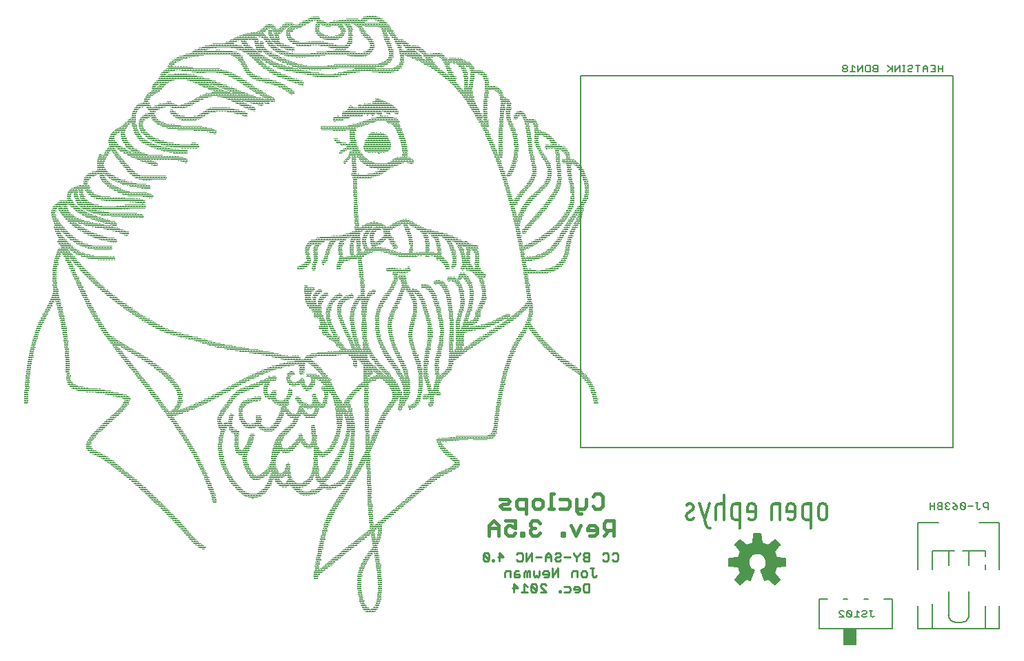
<source format=gbo>
G75*
%MOIN*%
%OFA0B0*%
%FSLAX24Y24*%
%IPPOS*%
%LPD*%
%AMOC8*
5,1,8,0,0,1.08239X$1,22.5*
%
%ADD10C,0.0090*%
%ADD11C,0.0150*%
%ADD12C,0.0050*%
%ADD13R,0.0551X0.0787*%
%ADD14C,0.0070*%
%ADD15R,0.0040X0.0010*%
%ADD16R,0.0050X0.0010*%
%ADD17R,0.0070X0.0010*%
%ADD18R,0.0120X0.0010*%
%ADD19R,0.0100X0.0010*%
%ADD20R,0.0150X0.0010*%
%ADD21R,0.0170X0.0010*%
%ADD22R,0.0200X0.0010*%
%ADD23R,0.0210X0.0010*%
%ADD24R,0.0230X0.0010*%
%ADD25R,0.0240X0.0010*%
%ADD26R,0.0250X0.0010*%
%ADD27R,0.0140X0.0010*%
%ADD28R,0.0130X0.0010*%
%ADD29R,0.0290X0.0010*%
%ADD30R,0.0110X0.0010*%
%ADD31R,0.0340X0.0010*%
%ADD32R,0.0180X0.0010*%
%ADD33R,0.0360X0.0010*%
%ADD34R,0.0090X0.0010*%
%ADD35R,0.0220X0.0010*%
%ADD36R,0.0380X0.0010*%
%ADD37R,0.0280X0.0010*%
%ADD38R,0.0400X0.0010*%
%ADD39R,0.0310X0.0010*%
%ADD40R,0.0410X0.0010*%
%ADD41R,0.0330X0.0010*%
%ADD42R,0.0430X0.0010*%
%ADD43R,0.0350X0.0010*%
%ADD44R,0.0440X0.0010*%
%ADD45R,0.0370X0.0010*%
%ADD46R,0.0450X0.0010*%
%ADD47R,0.0390X0.0010*%
%ADD48R,0.0460X0.0010*%
%ADD49R,0.0470X0.0010*%
%ADD50R,0.0420X0.0010*%
%ADD51R,0.0190X0.0010*%
%ADD52R,0.0160X0.0010*%
%ADD53R,0.0060X0.0010*%
%ADD54R,0.0010X0.0010*%
%ADD55R,0.0030X0.0010*%
%ADD56R,0.0490X0.0010*%
%ADD57R,0.0500X0.0010*%
%ADD58R,0.0510X0.0010*%
%ADD59R,0.0080X0.0010*%
%ADD60R,0.0260X0.0010*%
%ADD61R,0.0320X0.0010*%
%ADD62C,0.0060*%
%ADD63R,0.0033X0.0033*%
%ADD64R,0.0100X0.0033*%
%ADD65R,0.0467X0.0033*%
%ADD66R,0.0066X0.0033*%
%ADD67R,0.0100X0.0033*%
%ADD68R,0.0033X0.0033*%
%ADD69R,0.0600X0.0033*%
%ADD70R,0.0366X0.0033*%
%ADD71R,0.0333X0.0033*%
%ADD72R,0.0034X0.0033*%
%ADD73R,0.0067X0.0033*%
%ADD74R,0.0267X0.0033*%
%ADD75R,0.0266X0.0033*%
%ADD76R,0.0067X0.0033*%
%ADD77R,0.0233X0.0033*%
%ADD78R,0.0234X0.0033*%
%ADD79R,0.0200X0.0033*%
%ADD80R,0.0233X0.0033*%
%ADD81R,0.0200X0.0033*%
%ADD82R,0.0234X0.0033*%
%ADD83R,0.0034X0.0033*%
%ADD84R,0.0167X0.0033*%
%ADD85R,0.0300X0.0033*%
%ADD86R,0.0367X0.0033*%
%ADD87R,0.0434X0.0033*%
%ADD88R,0.0066X0.0033*%
%ADD89R,0.0500X0.0033*%
%ADD90R,0.0334X0.0033*%
%ADD91R,0.0333X0.0033*%
%ADD92R,0.0334X0.0033*%
%ADD93R,0.0267X0.0033*%
%ADD94R,0.0500X0.0033*%
%ADD95R,0.0400X0.0033*%
%ADD96R,0.0300X0.0033*%
%ADD97R,0.0367X0.0033*%
%ADD98R,0.0266X0.0033*%
%ADD99R,0.0400X0.0033*%
%ADD100R,0.0600X0.0033*%
%ADD101R,0.0133X0.0033*%
%ADD102R,0.0466X0.0033*%
%ADD103R,0.0767X0.0033*%
%ADD104R,0.0567X0.0033*%
%ADD105R,0.0967X0.0033*%
%ADD106R,0.0900X0.0033*%
%ADD107R,0.1100X0.0033*%
%ADD108R,0.0867X0.0033*%
%ADD109R,0.0167X0.0033*%
%ADD110R,0.1000X0.0033*%
%ADD111R,0.0667X0.0033*%
%ADD112R,0.0533X0.0033*%
%ADD113R,0.1367X0.0033*%
%ADD114R,0.0433X0.0033*%
%ADD115R,0.1167X0.0033*%
%ADD116R,0.0433X0.0033*%
%ADD117R,0.0466X0.0033*%
%ADD118R,0.0733X0.0033*%
%ADD119R,0.0734X0.0033*%
%ADD120R,0.0366X0.0033*%
%ADD121R,0.0633X0.0033*%
%ADD122R,0.0534X0.0033*%
%ADD123R,0.0667X0.0033*%
%ADD124R,0.0134X0.0033*%
%ADD125R,0.0767X0.0033*%
%ADD126R,0.0533X0.0033*%
%ADD127R,0.0967X0.0033*%
%ADD128R,0.1034X0.0033*%
%ADD129R,0.0666X0.0033*%
%ADD130R,0.0700X0.0033*%
%ADD131R,0.0800X0.0033*%
%ADD132R,0.0467X0.0033*%
%ADD133R,0.0700X0.0033*%
%ADD134R,0.1533X0.0033*%
%ADD135R,0.2434X0.0033*%
%ADD136R,0.1867X0.0033*%
%ADD137R,0.0166X0.0033*%
%ADD138R,0.0166X0.0033*%
%ADD139R,0.0934X0.0033*%
%ADD140R,0.0566X0.0033*%
%ADD141R,0.0567X0.0033*%
%ADD142R,0.0833X0.0033*%
%ADD143R,0.1067X0.0033*%
%ADD144R,0.0566X0.0033*%
%ADD145R,0.0866X0.0033*%
%ADD146R,0.0134X0.0033*%
%ADD147R,0.0133X0.0033*%
%ADD148R,0.0766X0.0033*%
%ADD149R,0.1234X0.0033*%
%ADD150R,0.1233X0.0033*%
%ADD151R,0.0434X0.0033*%
%ADD152R,0.0633X0.0033*%
%ADD153R,0.0800X0.0033*%
%ADD154R,0.1000X0.0033*%
%ADD155R,0.1466X0.0033*%
%ADD156R,0.1433X0.0033*%
%ADD157R,0.1133X0.0033*%
%ADD158R,0.0534X0.0033*%
%ADD159R,0.0833X0.0033*%
%ADD160R,0.0734X0.0033*%
%ADD161R,0.0634X0.0033*%
%ADD162R,0.0733X0.0033*%
%ADD163R,0.1200X0.0033*%
%ADD164R,0.0934X0.0033*%
%ADD165R,0.0766X0.0033*%
%ADD166R,0.1100X0.0033*%
%ADD167R,0.1333X0.0033*%
%ADD168R,0.1400X0.0033*%
%ADD169R,0.0666X0.0033*%
%ADD170R,0.1667X0.0033*%
%ADD171R,0.2667X0.0033*%
%ADD172R,0.1767X0.0033*%
%ADD173R,0.1334X0.0033*%
%ADD174R,0.1334X0.0033*%
%ADD175R,0.1433X0.0033*%
%ADD176R,0.1267X0.0033*%
%ADD177R,0.2333X0.0033*%
%ADD178R,0.2567X0.0033*%
%ADD179R,0.0634X0.0033*%
%ADD180R,0.0966X0.0033*%
%ADD181R,0.0867X0.0033*%
%ADD182R,0.1500X0.0033*%
%ADD183R,0.1067X0.0033*%
%ADD184R,0.1133X0.0033*%
%ADD185R,0.1033X0.0033*%
%ADD186R,0.1567X0.0033*%
%ADD187R,0.2067X0.0033*%
%ADD188R,0.2067X0.0033*%
%ADD189R,0.2767X0.0033*%
%ADD190R,0.1634X0.0033*%
%ADD191R,0.2034X0.0033*%
%ADD192R,0.1900X0.0033*%
%ADD193R,0.0834X0.0033*%
%ADD194R,0.0900X0.0033*%
%ADD195R,0.1066X0.0033*%
%ADD196R,0.1600X0.0033*%
%ADD197R,0.1766X0.0033*%
%ADD198R,0.2467X0.0033*%
%ADD199R,0.2400X0.0033*%
%ADD200R,0.1633X0.0033*%
%ADD201R,0.1033X0.0033*%
%ADD202R,0.1300X0.0033*%
%ADD203R,0.1266X0.0033*%
%ADD204R,0.1200X0.0033*%
%ADD205R,0.1800X0.0033*%
%ADD206R,0.1300X0.0033*%
%ADD207R,0.0866X0.0033*%
%ADD208R,0.1667X0.0033*%
%ADD209R,0.1833X0.0033*%
%ADD210R,0.1700X0.0033*%
%ADD211R,0.2066X0.0033*%
%ADD212R,0.1900X0.0033*%
%ADD213R,0.1866X0.0033*%
%ADD214R,0.1267X0.0033*%
%ADD215R,0.1600X0.0033*%
%ADD216R,0.1867X0.0033*%
%ADD217R,0.0834X0.0033*%
%ADD218R,0.1567X0.0033*%
%ADD219R,0.1733X0.0033*%
%ADD220R,0.0933X0.0033*%
%ADD221R,0.1866X0.0033*%
%ADD222R,0.1767X0.0033*%
%ADD223R,0.2433X0.0033*%
%ADD224R,0.1400X0.0033*%
%ADD225R,0.1167X0.0033*%
%ADD226R,0.2367X0.0033*%
%ADD227R,0.2100X0.0033*%
%ADD228R,0.1966X0.0033*%
%ADD229R,0.2100X0.0033*%
%ADD230R,0.2200X0.0033*%
%ADD231R,0.1333X0.0033*%
%ADD232R,0.2600X0.0033*%
%ADD233R,0.3833X0.0033*%
%ADD234R,0.4367X0.0033*%
%ADD235R,0.2533X0.0033*%
%ADD236R,0.1166X0.0033*%
%ADD237R,0.2033X0.0033*%
%ADD238R,0.4333X0.0033*%
%ADD239R,0.2500X0.0033*%
%ADD240R,0.2233X0.0033*%
%ADD241R,0.2000X0.0033*%
%ADD242R,0.1467X0.0033*%
%ADD243R,0.1634X0.0033*%
%ADD244R,0.1933X0.0033*%
%ADD245R,0.1766X0.0033*%
%ADD246R,0.1700X0.0033*%
%ADD247C,0.0059*%
D10*
X028797Y009038D02*
X028866Y008970D01*
X029002Y008970D01*
X029071Y009038D01*
X028797Y009312D01*
X028797Y009038D01*
X029071Y009038D02*
X029071Y009312D01*
X029002Y009380D01*
X028866Y009380D01*
X028797Y009312D01*
X029233Y009038D02*
X029233Y008970D01*
X029301Y008970D01*
X029301Y009038D01*
X029233Y009038D01*
X029488Y009175D02*
X029761Y009175D01*
X029556Y009380D01*
X029556Y008970D01*
X029902Y008494D02*
X029833Y008425D01*
X029833Y008220D01*
X030107Y008220D02*
X030107Y008494D01*
X029902Y008494D01*
X030294Y008425D02*
X030294Y008220D01*
X030499Y008220D01*
X030567Y008288D01*
X030499Y008357D01*
X030294Y008357D01*
X030294Y008425D02*
X030362Y008494D01*
X030499Y008494D01*
X030754Y008425D02*
X030754Y008220D01*
X030891Y008220D02*
X030891Y008425D01*
X030822Y008494D01*
X030754Y008425D01*
X030891Y008425D02*
X030959Y008494D01*
X031028Y008494D01*
X031028Y008220D01*
X031214Y008288D02*
X031214Y008494D01*
X031214Y008288D02*
X031283Y008220D01*
X031351Y008288D01*
X031420Y008220D01*
X031488Y008288D01*
X031488Y008494D01*
X031675Y008425D02*
X031675Y008357D01*
X031948Y008357D01*
X031948Y008425D02*
X031880Y008494D01*
X031743Y008494D01*
X031675Y008425D01*
X031743Y008220D02*
X031880Y008220D01*
X031948Y008288D01*
X031948Y008425D01*
X032135Y008220D02*
X032135Y008630D01*
X032409Y008630D02*
X032135Y008220D01*
X032409Y008220D02*
X032409Y008630D01*
X032455Y008970D02*
X032524Y009038D01*
X032455Y008970D02*
X032319Y008970D01*
X032250Y009038D01*
X032250Y009107D01*
X032319Y009175D01*
X032455Y009175D01*
X032524Y009244D01*
X032524Y009312D01*
X032455Y009380D01*
X032319Y009380D01*
X032250Y009312D01*
X032063Y009244D02*
X031927Y009380D01*
X031790Y009244D01*
X031790Y008970D01*
X031790Y009175D02*
X032063Y009175D01*
X032063Y009244D02*
X032063Y008970D01*
X031603Y009175D02*
X031329Y009175D01*
X031143Y008970D02*
X031143Y009380D01*
X030869Y008970D01*
X030869Y009380D01*
X030682Y009312D02*
X030682Y009038D01*
X030614Y008970D01*
X030477Y008970D01*
X030409Y009038D01*
X030409Y009312D02*
X030477Y009380D01*
X030614Y009380D01*
X030682Y009312D01*
X030776Y007880D02*
X030776Y007470D01*
X030912Y007470D02*
X030639Y007470D01*
X030452Y007675D02*
X030178Y007675D01*
X030247Y007470D02*
X030247Y007880D01*
X030452Y007675D01*
X030776Y007880D02*
X030912Y007744D01*
X031099Y007812D02*
X031373Y007538D01*
X031304Y007470D01*
X031168Y007470D01*
X031099Y007538D01*
X031099Y007812D01*
X031168Y007880D01*
X031304Y007880D01*
X031373Y007812D01*
X031373Y007538D01*
X031560Y007470D02*
X031833Y007470D01*
X031560Y007744D01*
X031560Y007812D01*
X031628Y007880D01*
X031765Y007880D01*
X031833Y007812D01*
X032455Y007538D02*
X032455Y007470D01*
X032524Y007470D01*
X032524Y007538D01*
X032455Y007538D01*
X032711Y007470D02*
X032916Y007470D01*
X032984Y007538D01*
X032984Y007675D01*
X032916Y007744D01*
X032711Y007744D01*
X033171Y007675D02*
X033171Y007607D01*
X033445Y007607D01*
X033445Y007675D02*
X033376Y007744D01*
X033239Y007744D01*
X033171Y007675D01*
X033239Y007470D02*
X033376Y007470D01*
X033445Y007538D01*
X033445Y007675D01*
X033631Y007538D02*
X033631Y007812D01*
X033700Y007880D01*
X033905Y007880D01*
X033905Y007470D01*
X033700Y007470D01*
X033631Y007538D01*
X033585Y008220D02*
X033516Y008288D01*
X033516Y008425D01*
X033585Y008494D01*
X033721Y008494D01*
X033790Y008425D01*
X033790Y008288D01*
X033721Y008220D01*
X033585Y008220D01*
X033329Y008220D02*
X033329Y008494D01*
X033124Y008494D01*
X033056Y008425D01*
X033056Y008220D01*
X033308Y008970D02*
X033308Y009175D01*
X033171Y009312D01*
X033171Y009380D01*
X033308Y009175D02*
X033445Y009312D01*
X033445Y009380D01*
X033631Y009312D02*
X033631Y009244D01*
X033700Y009175D01*
X033905Y009175D01*
X033905Y008970D02*
X033700Y008970D01*
X033631Y009038D01*
X033631Y009107D01*
X033700Y009175D01*
X033631Y009312D02*
X033700Y009380D01*
X033905Y009380D01*
X033905Y008970D01*
X033977Y008630D02*
X034113Y008630D01*
X034045Y008630D02*
X034045Y008288D01*
X034113Y008220D01*
X034182Y008220D01*
X034250Y008288D01*
X034621Y008970D02*
X034552Y009038D01*
X034621Y008970D02*
X034757Y008970D01*
X034826Y009038D01*
X034826Y009312D01*
X034757Y009380D01*
X034621Y009380D01*
X034552Y009312D01*
X035013Y009312D02*
X035081Y009380D01*
X035218Y009380D01*
X035286Y009312D01*
X035286Y009038D01*
X035218Y008970D01*
X035081Y008970D01*
X035013Y009038D01*
X032984Y009175D02*
X032711Y009175D01*
D11*
X032710Y010225D02*
X032592Y010225D01*
X032592Y010343D01*
X032710Y010343D01*
X032710Y010225D01*
X033265Y010225D02*
X033028Y010699D01*
X033502Y010699D02*
X033265Y010225D01*
X033820Y010462D02*
X034294Y010462D01*
X034294Y010580D02*
X034176Y010699D01*
X033939Y010699D01*
X033820Y010580D01*
X033820Y010462D01*
X033939Y010225D02*
X034176Y010225D01*
X034294Y010343D01*
X034294Y010580D01*
X034612Y010580D02*
X034731Y010462D01*
X035086Y010462D01*
X035086Y010225D02*
X035086Y010936D01*
X034731Y010936D01*
X034612Y010817D01*
X034612Y010580D01*
X034849Y010462D02*
X034612Y010225D01*
X033529Y011278D02*
X033411Y011278D01*
X033292Y011397D01*
X033292Y011989D01*
X032974Y011870D02*
X032974Y011633D01*
X032856Y011515D01*
X032500Y011515D01*
X032182Y011515D02*
X031945Y011515D01*
X032064Y011515D02*
X032064Y012226D01*
X032182Y012226D01*
X032500Y011989D02*
X032856Y011989D01*
X032974Y011870D01*
X033292Y011515D02*
X033648Y011515D01*
X033766Y011633D01*
X033766Y011989D01*
X034084Y012107D02*
X034203Y012226D01*
X034439Y012226D01*
X034558Y012107D01*
X034558Y011633D01*
X034439Y011515D01*
X034203Y011515D01*
X034084Y011633D01*
X031654Y011633D02*
X031536Y011515D01*
X031299Y011515D01*
X031181Y011633D01*
X031181Y011870D01*
X031299Y011989D01*
X031536Y011989D01*
X031654Y011870D01*
X031654Y011633D01*
X031404Y010936D02*
X031167Y010936D01*
X031049Y010817D01*
X031049Y010699D01*
X031167Y010580D01*
X031049Y010462D01*
X031049Y010343D01*
X031167Y010225D01*
X031404Y010225D01*
X031522Y010343D01*
X031286Y010580D02*
X031167Y010580D01*
X031522Y010817D02*
X031404Y010936D01*
X030862Y011278D02*
X030862Y011989D01*
X030507Y011989D01*
X030389Y011870D01*
X030389Y011633D01*
X030507Y011515D01*
X030862Y011515D01*
X030335Y010936D02*
X030335Y010580D01*
X030098Y010699D01*
X029979Y010699D01*
X029861Y010580D01*
X029861Y010343D01*
X029979Y010225D01*
X030216Y010225D01*
X030335Y010343D01*
X030612Y010343D02*
X030612Y010225D01*
X030730Y010225D01*
X030730Y010343D01*
X030612Y010343D01*
X030335Y010936D02*
X029861Y010936D01*
X029543Y010699D02*
X029306Y010936D01*
X029069Y010699D01*
X029069Y010225D01*
X029069Y010580D02*
X029543Y010580D01*
X029543Y010699D02*
X029543Y010225D01*
X029715Y011515D02*
X029597Y011633D01*
X029715Y011752D01*
X029952Y011752D01*
X030071Y011870D01*
X029952Y011989D01*
X029597Y011989D01*
X029715Y011515D02*
X030071Y011515D01*
D12*
X045022Y007134D02*
X045022Y005716D01*
X046242Y005716D01*
X046242Y004929D01*
X046793Y004929D01*
X046793Y005716D01*
X046242Y005716D01*
X046793Y005716D02*
X048565Y005716D01*
X048565Y007134D01*
X048171Y007134D01*
X047384Y007134D02*
X047187Y007134D01*
X046400Y007134D02*
X046203Y007134D01*
X045415Y007134D02*
X045022Y007134D01*
X049801Y006800D02*
X049801Y005725D01*
X050490Y005725D01*
X053049Y005725D01*
X053738Y005725D01*
X053738Y006800D01*
X053049Y006800D02*
X053049Y005725D01*
X052262Y006375D02*
X052262Y007497D01*
X051278Y007497D02*
X051278Y006375D01*
X051277Y006375D02*
X051279Y006338D01*
X051285Y006301D01*
X051294Y006265D01*
X051308Y006231D01*
X051325Y006198D01*
X051345Y006166D01*
X051368Y006137D01*
X051394Y006111D01*
X051423Y006088D01*
X051455Y006068D01*
X051488Y006051D01*
X051522Y006037D01*
X051558Y006028D01*
X051595Y006022D01*
X051632Y006020D01*
X051907Y006020D01*
X051944Y006022D01*
X051981Y006028D01*
X052017Y006037D01*
X052051Y006051D01*
X052085Y006068D01*
X052116Y006088D01*
X052145Y006111D01*
X052171Y006137D01*
X052194Y006166D01*
X052214Y006197D01*
X052231Y006231D01*
X052245Y006265D01*
X052254Y006301D01*
X052260Y006338D01*
X052262Y006375D01*
X050490Y006898D02*
X050490Y005725D01*
X049801Y005725D02*
X049799Y005725D01*
X049801Y008575D02*
X049801Y010843D01*
X050785Y010843D01*
X050490Y009465D02*
X050490Y008576D01*
X051278Y008776D02*
X051278Y009465D01*
X050490Y009465D01*
X051278Y009465D02*
X051573Y009465D01*
X051967Y009465D02*
X052262Y009465D01*
X052262Y008776D01*
X053049Y008823D02*
X053049Y008575D01*
X053049Y009217D02*
X053049Y009465D01*
X052262Y009465D01*
X053738Y008575D02*
X053738Y010843D01*
X052754Y010843D01*
D13*
X046518Y005323D03*
D14*
X046534Y006260D02*
X046589Y006315D01*
X046369Y006535D01*
X046369Y006315D01*
X046424Y006260D01*
X046534Y006260D01*
X046589Y006315D02*
X046589Y006535D01*
X046534Y006590D01*
X046424Y006590D01*
X046369Y006535D01*
X046221Y006535D02*
X046166Y006590D01*
X046056Y006590D01*
X046001Y006535D01*
X046001Y006480D01*
X046221Y006260D01*
X046001Y006260D01*
X046738Y006260D02*
X046958Y006260D01*
X046848Y006260D02*
X046848Y006590D01*
X046958Y006480D01*
X047106Y006535D02*
X047161Y006590D01*
X047271Y006590D01*
X047326Y006535D01*
X047326Y006480D01*
X047271Y006425D01*
X047161Y006425D01*
X047106Y006370D01*
X047106Y006315D01*
X047161Y006260D01*
X047271Y006260D01*
X047326Y006315D01*
X047529Y006315D02*
X047529Y006590D01*
X047584Y006590D02*
X047474Y006590D01*
X047529Y006315D02*
X047584Y006260D01*
X047639Y006260D01*
X047694Y006315D01*
X050386Y011473D02*
X050386Y011804D01*
X050386Y011639D02*
X050606Y011639D01*
X050754Y011694D02*
X050809Y011639D01*
X050974Y011639D01*
X051123Y011694D02*
X051178Y011639D01*
X051123Y011583D01*
X051123Y011528D01*
X051178Y011473D01*
X051288Y011473D01*
X051343Y011528D01*
X051491Y011528D02*
X051491Y011583D01*
X051546Y011639D01*
X051711Y011639D01*
X051711Y011528D01*
X051656Y011473D01*
X051546Y011473D01*
X051491Y011528D01*
X051601Y011749D02*
X051711Y011639D01*
X051601Y011749D02*
X051491Y011804D01*
X051343Y011749D02*
X051288Y011804D01*
X051178Y011804D01*
X051123Y011749D01*
X051123Y011694D01*
X051178Y011639D02*
X051233Y011639D01*
X050974Y011473D02*
X050974Y011804D01*
X050809Y011804D01*
X050754Y011749D01*
X050754Y011694D01*
X050809Y011639D02*
X050754Y011583D01*
X050754Y011528D01*
X050809Y011473D01*
X050974Y011473D01*
X050606Y011473D02*
X050606Y011804D01*
X051859Y011749D02*
X052079Y011528D01*
X052024Y011473D01*
X051914Y011473D01*
X051859Y011528D01*
X051859Y011749D01*
X051914Y011804D01*
X052024Y011804D01*
X052079Y011749D01*
X052079Y011528D01*
X052227Y011639D02*
X052448Y011639D01*
X052596Y011804D02*
X052706Y011804D01*
X052651Y011804D02*
X052651Y011528D01*
X052706Y011473D01*
X052761Y011473D01*
X052816Y011528D01*
X052964Y011639D02*
X053019Y011583D01*
X053184Y011583D01*
X053184Y011473D02*
X053184Y011804D01*
X053019Y011804D01*
X052964Y011749D01*
X052964Y011639D01*
X051008Y032660D02*
X051008Y032990D01*
X051008Y032825D02*
X050788Y032825D01*
X050640Y032825D02*
X050530Y032825D01*
X050640Y032660D02*
X050420Y032660D01*
X050272Y032660D02*
X050272Y032880D01*
X050162Y032990D01*
X050051Y032880D01*
X050051Y032660D01*
X050051Y032825D02*
X050272Y032825D01*
X050420Y032990D02*
X050640Y032990D01*
X050640Y032660D01*
X050788Y032660D02*
X050788Y032990D01*
X049903Y032990D02*
X049683Y032990D01*
X049793Y032990D02*
X049793Y032660D01*
X049535Y032715D02*
X049480Y032660D01*
X049370Y032660D01*
X049315Y032715D01*
X049315Y032770D01*
X049370Y032825D01*
X049480Y032825D01*
X049535Y032880D01*
X049535Y032935D01*
X049480Y032990D01*
X049370Y032990D01*
X049315Y032935D01*
X049167Y032990D02*
X049057Y032990D01*
X049112Y032990D02*
X049112Y032660D01*
X049167Y032660D02*
X049057Y032660D01*
X048921Y032660D02*
X048921Y032990D01*
X048701Y032660D01*
X048701Y032990D01*
X048553Y032990D02*
X048553Y032660D01*
X048553Y032770D02*
X048333Y032990D01*
X048498Y032825D02*
X048333Y032660D01*
X047858Y032660D02*
X047858Y032990D01*
X047693Y032990D01*
X047638Y032935D01*
X047638Y032880D01*
X047693Y032825D01*
X047858Y032825D01*
X047693Y032825D02*
X047638Y032770D01*
X047638Y032715D01*
X047693Y032660D01*
X047858Y032660D01*
X047490Y032660D02*
X047490Y032990D01*
X047325Y032990D01*
X047270Y032935D01*
X047270Y032715D01*
X047325Y032660D01*
X047490Y032660D01*
X047122Y032660D02*
X047122Y032990D01*
X046901Y032660D01*
X046901Y032990D01*
X046753Y032880D02*
X046643Y032990D01*
X046643Y032660D01*
X046753Y032660D02*
X046533Y032660D01*
X046385Y032715D02*
X046385Y032770D01*
X046330Y032825D01*
X046220Y032825D01*
X046165Y032770D01*
X046165Y032715D01*
X046220Y032660D01*
X046330Y032660D01*
X046385Y032715D01*
X046330Y032825D02*
X046385Y032880D01*
X046385Y032935D01*
X046330Y032990D01*
X046220Y032990D01*
X046165Y032935D01*
X046165Y032880D01*
X046220Y032825D01*
D15*
X040433Y012210D03*
X040433Y010900D03*
X040033Y010900D03*
X041203Y010500D03*
X042713Y010900D03*
X043113Y010900D03*
X044623Y010500D03*
D16*
X039748Y010500D03*
X038618Y011610D03*
D17*
X038958Y011090D03*
X039728Y011800D03*
X040428Y012200D03*
X040428Y010910D03*
X040028Y010910D03*
X041208Y010510D03*
X041768Y010900D03*
X041768Y011810D03*
X042718Y010910D03*
X043118Y010910D03*
X043668Y010900D03*
X044628Y010510D03*
X045198Y010900D03*
X045198Y011810D03*
X043668Y011810D03*
D18*
X043853Y011630D03*
X043853Y011620D03*
X043863Y011610D03*
X043863Y011600D03*
X043863Y011590D03*
X043863Y011580D03*
X044223Y011570D03*
X044223Y011560D03*
X044223Y011550D03*
X044223Y011540D03*
X044223Y011530D03*
X044223Y011520D03*
X044223Y011510D03*
X044223Y011500D03*
X044223Y011490D03*
X044223Y011480D03*
X044223Y011470D03*
X044223Y011460D03*
X044223Y011450D03*
X044223Y011440D03*
X044223Y011430D03*
X044223Y011420D03*
X044223Y011410D03*
X044223Y011400D03*
X044223Y011390D03*
X044223Y011380D03*
X044223Y011370D03*
X044223Y011360D03*
X044223Y011350D03*
X044223Y011340D03*
X044223Y011330D03*
X044223Y011320D03*
X044223Y011310D03*
X044223Y011300D03*
X044223Y011290D03*
X044223Y011280D03*
X044223Y011270D03*
X044223Y011260D03*
X044223Y011250D03*
X044223Y011240D03*
X044223Y011230D03*
X044223Y011220D03*
X044223Y011210D03*
X044223Y011200D03*
X044223Y011190D03*
X044223Y011180D03*
X044223Y011170D03*
X044223Y011160D03*
X044223Y011150D03*
X044223Y011140D03*
X044223Y011130D03*
X044233Y011100D03*
X044233Y011090D03*
X044243Y011070D03*
X044623Y011070D03*
X044623Y011080D03*
X044623Y011090D03*
X044623Y011100D03*
X044623Y011110D03*
X044623Y011120D03*
X044623Y011130D03*
X044623Y011140D03*
X044623Y011150D03*
X044623Y011160D03*
X044623Y011170D03*
X044623Y011180D03*
X044623Y011190D03*
X044623Y011200D03*
X044623Y011210D03*
X044623Y011220D03*
X044623Y011230D03*
X044623Y011240D03*
X044623Y011250D03*
X044623Y011260D03*
X044623Y011270D03*
X044623Y011280D03*
X044623Y011290D03*
X044623Y011300D03*
X044623Y011310D03*
X044623Y011320D03*
X044623Y011330D03*
X044623Y011340D03*
X044623Y011350D03*
X044623Y011360D03*
X044623Y011370D03*
X044623Y011380D03*
X044623Y011390D03*
X044623Y011400D03*
X044623Y011410D03*
X044623Y011420D03*
X044623Y011430D03*
X044623Y011440D03*
X044623Y011450D03*
X044623Y011460D03*
X044623Y011470D03*
X044623Y011480D03*
X044623Y011490D03*
X044623Y011500D03*
X044623Y011510D03*
X044623Y011520D03*
X044623Y011530D03*
X044623Y011540D03*
X044623Y011550D03*
X044623Y011560D03*
X044623Y011570D03*
X044623Y011580D03*
X044623Y011590D03*
X044623Y011600D03*
X044623Y011610D03*
X044623Y011620D03*
X044623Y011630D03*
X044623Y011640D03*
X044623Y011650D03*
X044623Y011660D03*
X044623Y011670D03*
X044623Y011680D03*
X044243Y011630D03*
X044233Y011610D03*
X044233Y011600D03*
X043863Y011130D03*
X043863Y011120D03*
X043863Y011110D03*
X043863Y011100D03*
X043853Y011090D03*
X043853Y011080D03*
X043533Y011030D03*
X043113Y011030D03*
X043113Y011040D03*
X043113Y011050D03*
X043113Y011060D03*
X043113Y011070D03*
X043113Y011080D03*
X043113Y011090D03*
X043113Y011100D03*
X043113Y011110D03*
X043113Y011120D03*
X043113Y011130D03*
X043113Y011140D03*
X043113Y011150D03*
X043113Y011160D03*
X043113Y011170D03*
X043113Y011180D03*
X043113Y011190D03*
X043113Y011200D03*
X043113Y011210D03*
X043113Y011220D03*
X043113Y011230D03*
X043113Y011240D03*
X043113Y011250D03*
X043113Y011260D03*
X043113Y011270D03*
X043113Y011280D03*
X043113Y011290D03*
X043113Y011300D03*
X043113Y011310D03*
X043113Y011320D03*
X043113Y011330D03*
X043113Y011340D03*
X043113Y011350D03*
X043113Y011360D03*
X043113Y011370D03*
X043113Y011380D03*
X043113Y011390D03*
X043113Y011400D03*
X043113Y011410D03*
X043113Y011420D03*
X043113Y011430D03*
X043113Y011440D03*
X043113Y011450D03*
X043113Y011460D03*
X043113Y011470D03*
X043113Y011480D03*
X043113Y011490D03*
X043113Y011500D03*
X043113Y011510D03*
X043113Y011520D03*
X043113Y011530D03*
X043113Y011540D03*
X043113Y011550D03*
X043113Y011560D03*
X043113Y011570D03*
X043113Y011580D03*
X043113Y011590D03*
X043113Y011600D03*
X043113Y011610D03*
X043113Y011620D03*
X043113Y011630D03*
X043113Y011640D03*
X043113Y011650D03*
X043113Y011660D03*
X043113Y011670D03*
X043113Y011680D03*
X043473Y011610D03*
X043473Y011600D03*
X043473Y011590D03*
X043483Y011620D03*
X043483Y011630D03*
X043113Y011020D03*
X043113Y011010D03*
X043113Y011000D03*
X043113Y010990D03*
X043113Y010980D03*
X043113Y010970D03*
X043113Y010960D03*
X043113Y010950D03*
X043113Y010940D03*
X042713Y010940D03*
X042713Y010950D03*
X042713Y010960D03*
X042713Y010970D03*
X042713Y010980D03*
X042713Y010990D03*
X042713Y011000D03*
X042713Y011010D03*
X042713Y011020D03*
X042713Y011030D03*
X042713Y011040D03*
X042713Y011050D03*
X042713Y011060D03*
X042713Y011070D03*
X042713Y011080D03*
X042713Y011090D03*
X042713Y011100D03*
X042713Y011110D03*
X042713Y011120D03*
X042713Y011130D03*
X042713Y011140D03*
X042713Y011150D03*
X042713Y011160D03*
X042713Y011170D03*
X042713Y011180D03*
X042713Y011190D03*
X042713Y011200D03*
X042713Y011210D03*
X042713Y011220D03*
X042713Y011230D03*
X042713Y011240D03*
X042713Y011250D03*
X042713Y011260D03*
X042713Y011270D03*
X042713Y011280D03*
X042713Y011290D03*
X042713Y011300D03*
X042713Y011310D03*
X042713Y011320D03*
X042713Y011330D03*
X042713Y011340D03*
X042713Y011350D03*
X042713Y011360D03*
X042713Y011370D03*
X042713Y011380D03*
X042713Y011390D03*
X042713Y011400D03*
X042713Y011410D03*
X042713Y011420D03*
X042713Y011430D03*
X042713Y011440D03*
X042713Y011450D03*
X042713Y011460D03*
X042713Y011470D03*
X042713Y011480D03*
X042713Y011490D03*
X042713Y011500D03*
X042713Y011510D03*
X042713Y011520D03*
X042713Y011530D03*
X042713Y011540D03*
X042713Y011550D03*
X042713Y011560D03*
X042713Y011570D03*
X042723Y011600D03*
X042723Y011610D03*
X042733Y011630D03*
X041963Y011610D03*
X041963Y011600D03*
X041963Y011590D03*
X041963Y011580D03*
X041953Y011620D03*
X041953Y011630D03*
X041583Y011630D03*
X041583Y011620D03*
X041573Y011610D03*
X041573Y011600D03*
X041573Y011590D03*
X041203Y011590D03*
X041203Y011600D03*
X041203Y011610D03*
X041203Y011620D03*
X041203Y011630D03*
X041203Y011640D03*
X041203Y011650D03*
X041203Y011660D03*
X041203Y011670D03*
X041203Y011680D03*
X041203Y011580D03*
X041203Y011570D03*
X041203Y011560D03*
X041203Y011550D03*
X041203Y011540D03*
X041203Y011530D03*
X041203Y011520D03*
X041203Y011510D03*
X041203Y011500D03*
X041203Y011490D03*
X041203Y011480D03*
X041203Y011470D03*
X041203Y011460D03*
X041203Y011450D03*
X041203Y011440D03*
X041203Y011430D03*
X041203Y011420D03*
X041203Y011410D03*
X041203Y011400D03*
X041203Y011390D03*
X041203Y011380D03*
X041203Y011370D03*
X041203Y011360D03*
X041203Y011350D03*
X041203Y011340D03*
X041203Y011330D03*
X041203Y011320D03*
X041203Y011310D03*
X041203Y011300D03*
X041203Y011290D03*
X041203Y011280D03*
X041203Y011270D03*
X041203Y011260D03*
X041203Y011250D03*
X041203Y011240D03*
X041203Y011230D03*
X041203Y011220D03*
X041203Y011210D03*
X041203Y011200D03*
X041203Y011190D03*
X041203Y011180D03*
X041203Y011170D03*
X041203Y011160D03*
X041203Y011150D03*
X041203Y011140D03*
X041203Y011130D03*
X041203Y011120D03*
X041203Y011110D03*
X041203Y011100D03*
X041203Y011090D03*
X041203Y011080D03*
X041203Y011070D03*
X041203Y011060D03*
X041203Y011050D03*
X041203Y011040D03*
X041203Y011030D03*
X041203Y011020D03*
X041203Y010890D03*
X041203Y010880D03*
X041203Y010870D03*
X041203Y010860D03*
X041203Y010850D03*
X041203Y010840D03*
X041203Y010830D03*
X041203Y010820D03*
X041203Y010810D03*
X041203Y010800D03*
X041203Y010790D03*
X041203Y010780D03*
X041203Y010770D03*
X041203Y010760D03*
X041203Y010750D03*
X041203Y010740D03*
X041203Y010730D03*
X041203Y010720D03*
X041203Y010710D03*
X041203Y010700D03*
X041203Y010690D03*
X041203Y010680D03*
X041203Y010670D03*
X041203Y010660D03*
X041203Y010650D03*
X041203Y010640D03*
X041203Y010630D03*
X041203Y010620D03*
X041203Y010610D03*
X041203Y010600D03*
X041203Y010590D03*
X041203Y010580D03*
X041203Y010570D03*
X041203Y010560D03*
X041203Y010550D03*
X041203Y010540D03*
X041633Y011030D03*
X041953Y011080D03*
X041953Y011090D03*
X041963Y011100D03*
X041963Y011110D03*
X041963Y011120D03*
X041963Y011130D03*
X040823Y011070D03*
X040813Y011090D03*
X040813Y011100D03*
X040803Y011130D03*
X040803Y011140D03*
X040803Y011150D03*
X040803Y011160D03*
X040803Y011170D03*
X040803Y011180D03*
X040803Y011190D03*
X040803Y011200D03*
X040803Y011210D03*
X040803Y011220D03*
X040803Y011230D03*
X040803Y011240D03*
X040803Y011250D03*
X040803Y011260D03*
X040803Y011270D03*
X040803Y011280D03*
X040803Y011290D03*
X040803Y011300D03*
X040803Y011310D03*
X040803Y011320D03*
X040803Y011330D03*
X040803Y011340D03*
X040803Y011350D03*
X040803Y011360D03*
X040803Y011370D03*
X040803Y011380D03*
X040803Y011390D03*
X040803Y011400D03*
X040803Y011410D03*
X040803Y011420D03*
X040803Y011430D03*
X040803Y011440D03*
X040803Y011450D03*
X040803Y011460D03*
X040803Y011470D03*
X040803Y011480D03*
X040803Y011490D03*
X040803Y011500D03*
X040803Y011510D03*
X040803Y011520D03*
X040803Y011530D03*
X040803Y011540D03*
X040803Y011550D03*
X040803Y011560D03*
X040803Y011570D03*
X040813Y011600D03*
X040813Y011610D03*
X040823Y011630D03*
X040433Y011630D03*
X040433Y011640D03*
X040433Y011650D03*
X040433Y011660D03*
X040433Y011670D03*
X040433Y011680D03*
X040433Y011620D03*
X040433Y011610D03*
X040433Y011600D03*
X040433Y011590D03*
X040433Y011580D03*
X040433Y011570D03*
X040433Y011560D03*
X040433Y011550D03*
X040433Y011540D03*
X040433Y011530D03*
X040433Y011520D03*
X040433Y011510D03*
X040433Y011500D03*
X040433Y011490D03*
X040433Y011480D03*
X040433Y011470D03*
X040433Y011460D03*
X040433Y011450D03*
X040433Y011440D03*
X040433Y011430D03*
X040433Y011420D03*
X040433Y011410D03*
X040433Y011400D03*
X040433Y011390D03*
X040433Y011380D03*
X040433Y011370D03*
X040433Y011360D03*
X040433Y011350D03*
X040433Y011340D03*
X040433Y011330D03*
X040433Y011320D03*
X040433Y011310D03*
X040433Y011300D03*
X040433Y011290D03*
X040433Y011280D03*
X040433Y011270D03*
X040433Y011260D03*
X040433Y011250D03*
X040433Y011240D03*
X040433Y011230D03*
X040433Y011220D03*
X040433Y011210D03*
X040433Y011200D03*
X040433Y011190D03*
X040433Y011180D03*
X040433Y011170D03*
X040433Y011160D03*
X040433Y011150D03*
X040433Y011140D03*
X040433Y011130D03*
X040433Y011120D03*
X040433Y011110D03*
X040433Y011100D03*
X040433Y011090D03*
X040433Y011080D03*
X040433Y011070D03*
X040433Y011060D03*
X040433Y011050D03*
X040433Y011040D03*
X040433Y011030D03*
X040433Y011020D03*
X040433Y011010D03*
X040433Y011000D03*
X040433Y010990D03*
X040433Y010980D03*
X040433Y010970D03*
X040433Y010960D03*
X040433Y010950D03*
X040433Y010940D03*
X040033Y010940D03*
X040033Y010950D03*
X040033Y010960D03*
X040033Y010970D03*
X040033Y010980D03*
X040033Y010990D03*
X040033Y011000D03*
X040033Y011010D03*
X040033Y011020D03*
X040033Y011030D03*
X040033Y011040D03*
X040033Y011050D03*
X040033Y011060D03*
X040033Y011070D03*
X040033Y011080D03*
X040033Y011090D03*
X040033Y011100D03*
X040033Y011110D03*
X040033Y011120D03*
X040033Y011130D03*
X040033Y011140D03*
X040033Y011150D03*
X040033Y011160D03*
X040033Y011170D03*
X040033Y011180D03*
X040033Y011190D03*
X040033Y011200D03*
X040033Y011210D03*
X040033Y011220D03*
X040033Y011230D03*
X040033Y011240D03*
X040033Y011250D03*
X040033Y011260D03*
X040033Y011270D03*
X040033Y011280D03*
X040033Y011290D03*
X040033Y011300D03*
X040033Y011310D03*
X040033Y011320D03*
X040033Y011330D03*
X040033Y011340D03*
X040033Y011350D03*
X040033Y011360D03*
X040033Y011370D03*
X040033Y011380D03*
X040033Y011390D03*
X040033Y011400D03*
X040033Y011410D03*
X040033Y011420D03*
X040033Y011430D03*
X040033Y011440D03*
X040033Y011450D03*
X040033Y011460D03*
X040033Y011470D03*
X040033Y011480D03*
X040033Y011490D03*
X040033Y011500D03*
X040033Y011510D03*
X040033Y011520D03*
X040033Y011530D03*
X040033Y011540D03*
X040033Y011550D03*
X040033Y011560D03*
X040033Y011570D03*
X040033Y011580D03*
X040043Y011600D03*
X040043Y011610D03*
X040053Y011630D03*
X039723Y011740D03*
X039723Y011750D03*
X039723Y011760D03*
X039713Y011730D03*
X039713Y011720D03*
X039713Y011710D03*
X039703Y011690D03*
X039703Y011680D03*
X039693Y011660D03*
X039693Y011650D03*
X039693Y011640D03*
X039683Y011630D03*
X039683Y011620D03*
X039683Y011610D03*
X039673Y011590D03*
X039673Y011580D03*
X039663Y011560D03*
X039663Y011550D03*
X039663Y011540D03*
X039653Y011530D03*
X039653Y011520D03*
X039653Y011510D03*
X039643Y011490D03*
X039643Y011480D03*
X039633Y011460D03*
X039633Y011450D03*
X039633Y011440D03*
X039623Y011430D03*
X039623Y011420D03*
X039623Y011410D03*
X039613Y011390D03*
X039613Y011380D03*
X039603Y011360D03*
X039603Y011350D03*
X039603Y011340D03*
X039593Y011320D03*
X039593Y011310D03*
X039583Y011290D03*
X039583Y011280D03*
X039583Y011270D03*
X039573Y011260D03*
X039573Y011250D03*
X039573Y011240D03*
X039563Y011220D03*
X039563Y011210D03*
X039553Y011190D03*
X039553Y011180D03*
X039553Y011170D03*
X039423Y011170D03*
X039413Y011180D03*
X039413Y011190D03*
X039413Y011200D03*
X039403Y011220D03*
X039403Y011230D03*
X039403Y011240D03*
X039393Y011250D03*
X039393Y011260D03*
X039393Y011270D03*
X039383Y011280D03*
X039383Y011290D03*
X039383Y011300D03*
X039373Y011320D03*
X039373Y011330D03*
X039373Y011340D03*
X039363Y011350D03*
X039363Y011360D03*
X039363Y011370D03*
X039353Y011380D03*
X039353Y011390D03*
X039353Y011400D03*
X039343Y011420D03*
X039343Y011430D03*
X039343Y011440D03*
X039333Y011450D03*
X039333Y011460D03*
X039333Y011470D03*
X039323Y011480D03*
X039323Y011490D03*
X039323Y011500D03*
X039313Y011520D03*
X039313Y011530D03*
X039313Y011540D03*
X039303Y011550D03*
X039303Y011560D03*
X039303Y011570D03*
X039293Y011580D03*
X039293Y011590D03*
X039293Y011600D03*
X039283Y011620D03*
X039283Y011630D03*
X039273Y011650D03*
X039273Y011660D03*
X039273Y011670D03*
X039263Y011680D03*
X039263Y011690D03*
X039263Y011700D03*
X039253Y011720D03*
X039253Y011730D03*
X039243Y011750D03*
X039243Y011760D03*
X038943Y011630D03*
X038943Y011620D03*
X038953Y011590D03*
X038953Y011580D03*
X038953Y011570D03*
X038953Y011560D03*
X038943Y011530D03*
X038943Y011520D03*
X038943Y011510D03*
X038933Y011500D03*
X038773Y011800D03*
X038623Y011210D03*
X038623Y011200D03*
X038613Y011190D03*
X038613Y011180D03*
X038613Y011170D03*
X038613Y011100D03*
X038613Y011090D03*
X038623Y011070D03*
X038953Y011050D03*
X039483Y010960D03*
X039483Y010950D03*
X039493Y010940D03*
X039493Y010930D03*
X039493Y010920D03*
X039503Y010900D03*
X039503Y010890D03*
X039503Y010880D03*
X039513Y010870D03*
X039513Y010860D03*
X039513Y010850D03*
X039523Y010840D03*
X039523Y010830D03*
X039523Y010820D03*
X039523Y010810D03*
X039533Y010800D03*
X039533Y010790D03*
X039533Y010780D03*
X039543Y010770D03*
X039543Y010760D03*
X039543Y010750D03*
X039553Y010740D03*
X039553Y010730D03*
X039553Y010720D03*
X039553Y010710D03*
X039563Y010700D03*
X039563Y010690D03*
X039573Y010670D03*
X039733Y010510D03*
X040433Y011810D03*
X040433Y011820D03*
X040433Y011830D03*
X040433Y011840D03*
X040433Y011850D03*
X040433Y011860D03*
X040433Y011870D03*
X040433Y011880D03*
X040433Y011890D03*
X040433Y011900D03*
X040433Y011910D03*
X040433Y011920D03*
X040433Y011930D03*
X040433Y011940D03*
X040433Y011950D03*
X040433Y011960D03*
X040433Y011970D03*
X040433Y011980D03*
X040433Y011990D03*
X040433Y012000D03*
X040433Y012010D03*
X040433Y012020D03*
X040433Y012030D03*
X040433Y012040D03*
X040433Y012050D03*
X040433Y012060D03*
X040433Y012070D03*
X040433Y012080D03*
X040433Y012090D03*
X040433Y012100D03*
X040433Y012110D03*
X040433Y012120D03*
X040433Y012130D03*
X040433Y012140D03*
X040433Y012150D03*
X040433Y012160D03*
X040433Y012170D03*
X044623Y011060D03*
X044623Y011050D03*
X044623Y011040D03*
X044623Y011030D03*
X044623Y011020D03*
X044623Y010890D03*
X044623Y010880D03*
X044623Y010870D03*
X044623Y010860D03*
X044623Y010850D03*
X044623Y010840D03*
X044623Y010830D03*
X044623Y010820D03*
X044623Y010810D03*
X044623Y010800D03*
X044623Y010790D03*
X044623Y010780D03*
X044623Y010770D03*
X044623Y010760D03*
X044623Y010750D03*
X044623Y010740D03*
X044623Y010730D03*
X044623Y010720D03*
X044623Y010710D03*
X044623Y010700D03*
X044623Y010690D03*
X044623Y010680D03*
X044623Y010670D03*
X044623Y010660D03*
X044623Y010650D03*
X044623Y010640D03*
X044623Y010630D03*
X044623Y010620D03*
X044623Y010610D03*
X044623Y010600D03*
X044623Y010590D03*
X044623Y010580D03*
X044623Y010570D03*
X044623Y010560D03*
X044623Y010550D03*
X044623Y010540D03*
X045013Y011080D03*
X045013Y011090D03*
X045003Y011100D03*
X045003Y011110D03*
X045003Y011120D03*
X045383Y011090D03*
X045383Y011080D03*
X045393Y011100D03*
X045393Y011110D03*
X045393Y011120D03*
X045393Y011130D03*
X045393Y011580D03*
X045393Y011590D03*
X045393Y011600D03*
X045393Y011610D03*
X045383Y011620D03*
X045383Y011630D03*
X045013Y011630D03*
X045013Y011620D03*
X045003Y011610D03*
X045003Y011600D03*
X045003Y011590D03*
D19*
X044623Y010530D03*
X044623Y010520D03*
X043113Y010930D03*
X042713Y010930D03*
X041203Y010530D03*
X041203Y010520D03*
X040433Y010930D03*
X040033Y010930D03*
X039723Y011780D03*
X039243Y011780D03*
X038613Y011630D03*
X040433Y012180D03*
D20*
X040088Y011670D03*
X039488Y011010D03*
X039608Y010630D03*
X039728Y010520D03*
X038648Y011030D03*
X038648Y011250D03*
X038638Y011680D03*
X038908Y011680D03*
X040858Y011670D03*
X040858Y011030D03*
X041768Y010910D03*
X041918Y011030D03*
X041918Y011680D03*
X041768Y011800D03*
X041618Y011680D03*
X041608Y011670D03*
X042768Y011670D03*
X043508Y011670D03*
X043518Y011680D03*
X043668Y011800D03*
X043818Y011680D03*
X044278Y011670D03*
X044278Y011030D03*
X043818Y011030D03*
X043668Y010910D03*
X045048Y011030D03*
X045198Y010910D03*
X045348Y011030D03*
X045348Y011680D03*
X045198Y011800D03*
X045048Y011680D03*
D21*
X045328Y011690D03*
X045328Y011020D03*
X045068Y011020D03*
X044288Y011020D03*
X043798Y011020D03*
X043798Y011690D03*
X044288Y011680D03*
X042778Y011680D03*
X041898Y011690D03*
X041898Y011020D03*
X040868Y011020D03*
X040868Y011680D03*
X040098Y011680D03*
X039488Y011040D03*
X039618Y010620D03*
X039718Y010530D03*
X038888Y011690D03*
D22*
X038823Y011390D03*
X038813Y011380D03*
X038793Y011370D03*
X038783Y011360D03*
X038753Y011340D03*
X038743Y011330D03*
X039483Y011100D03*
X039483Y011090D03*
X039483Y011080D03*
X039713Y010540D03*
D23*
X039708Y010550D03*
X039488Y011110D03*
X041768Y010920D03*
X041768Y011790D03*
X043668Y011790D03*
X043668Y010920D03*
X045198Y010920D03*
X045198Y011790D03*
D24*
X039698Y010560D03*
X039658Y010610D03*
X039488Y011140D03*
D25*
X039483Y011150D03*
X039483Y011160D03*
X039673Y010600D03*
X039683Y010580D03*
X039693Y010570D03*
D26*
X039678Y010590D03*
X038798Y010930D03*
X041098Y011800D03*
X041768Y011780D03*
X041768Y010930D03*
X043008Y011800D03*
X043668Y011780D03*
X044518Y011800D03*
X045198Y011780D03*
X045198Y010930D03*
X043668Y010930D03*
D27*
X043543Y011020D03*
X043823Y011040D03*
X043833Y011050D03*
X044263Y011040D03*
X044263Y011660D03*
X043833Y011660D03*
X043823Y011670D03*
X043503Y011660D03*
X042753Y011660D03*
X041933Y011660D03*
X041923Y011670D03*
X041603Y011660D03*
X041643Y011020D03*
X041923Y011040D03*
X041933Y011050D03*
X040843Y011040D03*
X040843Y011660D03*
X040073Y011660D03*
X039483Y011000D03*
X039483Y010990D03*
X039483Y010980D03*
X039593Y010640D03*
X038943Y011030D03*
X038643Y011040D03*
X038633Y011050D03*
X038643Y011240D03*
X038913Y011470D03*
X038923Y011480D03*
X038923Y011660D03*
X038913Y011670D03*
X045033Y011660D03*
X045043Y011670D03*
X045353Y011670D03*
X045363Y011660D03*
X045363Y011050D03*
X045353Y011040D03*
X045043Y011040D03*
X045033Y011050D03*
D28*
X045028Y011060D03*
X045018Y011070D03*
X045368Y011060D03*
X045378Y011070D03*
X045378Y011640D03*
X045368Y011650D03*
X045028Y011650D03*
X045018Y011640D03*
X044258Y011650D03*
X044248Y011640D03*
X044238Y011620D03*
X043848Y011640D03*
X043838Y011650D03*
X043498Y011650D03*
X043488Y011640D03*
X043848Y011070D03*
X043838Y011060D03*
X044238Y011080D03*
X044248Y011060D03*
X044258Y011050D03*
X042748Y011650D03*
X042738Y011640D03*
X042728Y011620D03*
X041948Y011640D03*
X041938Y011650D03*
X041598Y011650D03*
X041588Y011640D03*
X041948Y011070D03*
X041938Y011060D03*
X040838Y011050D03*
X040828Y011060D03*
X040818Y011080D03*
X040818Y011620D03*
X040828Y011640D03*
X040838Y011650D03*
X040068Y011650D03*
X040058Y011640D03*
X040048Y011620D03*
X039488Y010970D03*
X039568Y010680D03*
X039578Y010660D03*
X039588Y010650D03*
X038948Y011040D03*
X038628Y011060D03*
X038628Y011220D03*
X038638Y011230D03*
X038928Y011490D03*
X038938Y011640D03*
X038928Y011650D03*
X038628Y011670D03*
X038618Y011660D03*
D29*
X038798Y010940D03*
X040348Y011800D03*
X041118Y010900D03*
X041768Y010940D03*
X043668Y010940D03*
X044538Y010900D03*
D30*
X044228Y011110D03*
X044228Y011120D03*
X043868Y011140D03*
X043868Y011150D03*
X043868Y011160D03*
X043868Y011170D03*
X043868Y011180D03*
X043868Y011190D03*
X043868Y011200D03*
X043868Y011210D03*
X043868Y011220D03*
X043868Y011230D03*
X043868Y011240D03*
X043868Y011250D03*
X043868Y011260D03*
X043868Y011270D03*
X043868Y011280D03*
X043868Y011290D03*
X043868Y011420D03*
X043868Y011430D03*
X043868Y011440D03*
X043868Y011450D03*
X043868Y011460D03*
X043868Y011470D03*
X043868Y011480D03*
X043868Y011490D03*
X043868Y011500D03*
X043868Y011510D03*
X043868Y011520D03*
X043868Y011530D03*
X043868Y011540D03*
X043868Y011550D03*
X043868Y011560D03*
X043868Y011570D03*
X044228Y011580D03*
X044228Y011590D03*
X044998Y011580D03*
X044998Y011570D03*
X044998Y011560D03*
X044998Y011550D03*
X044998Y011540D03*
X044998Y011530D03*
X044998Y011520D03*
X044998Y011510D03*
X044998Y011500D03*
X044998Y011490D03*
X044998Y011480D03*
X044998Y011470D03*
X044998Y011460D03*
X044998Y011450D03*
X044998Y011440D03*
X044998Y011430D03*
X044998Y011420D03*
X044998Y011410D03*
X044998Y011400D03*
X044998Y011390D03*
X044998Y011380D03*
X044998Y011370D03*
X044998Y011360D03*
X044998Y011350D03*
X044998Y011340D03*
X044998Y011330D03*
X044998Y011320D03*
X044998Y011310D03*
X044998Y011300D03*
X044998Y011290D03*
X044998Y011280D03*
X044998Y011270D03*
X044998Y011260D03*
X044998Y011250D03*
X044998Y011240D03*
X044998Y011230D03*
X044998Y011220D03*
X044998Y011210D03*
X044998Y011200D03*
X044998Y011190D03*
X044998Y011180D03*
X044998Y011170D03*
X044998Y011160D03*
X044998Y011150D03*
X044998Y011140D03*
X044998Y011130D03*
X045398Y011140D03*
X045398Y011150D03*
X045398Y011160D03*
X045398Y011170D03*
X045398Y011180D03*
X045398Y011190D03*
X045398Y011200D03*
X045398Y011210D03*
X045398Y011220D03*
X045398Y011230D03*
X045398Y011240D03*
X045398Y011250D03*
X045398Y011260D03*
X045398Y011270D03*
X045398Y011280D03*
X045398Y011290D03*
X045398Y011300D03*
X045398Y011310D03*
X045398Y011320D03*
X045398Y011330D03*
X045398Y011340D03*
X045398Y011350D03*
X045398Y011360D03*
X045398Y011370D03*
X045398Y011380D03*
X045398Y011390D03*
X045398Y011400D03*
X045398Y011410D03*
X045398Y011420D03*
X045398Y011430D03*
X045398Y011440D03*
X045398Y011450D03*
X045398Y011460D03*
X045398Y011470D03*
X045398Y011480D03*
X045398Y011490D03*
X045398Y011500D03*
X045398Y011510D03*
X045398Y011520D03*
X045398Y011530D03*
X045398Y011540D03*
X045398Y011550D03*
X045398Y011560D03*
X045398Y011570D03*
X043468Y011570D03*
X043468Y011580D03*
X043468Y011560D03*
X043468Y011550D03*
X043468Y011540D03*
X043468Y011530D03*
X043468Y011520D03*
X043468Y011510D03*
X043468Y011500D03*
X043468Y011490D03*
X043468Y011480D03*
X043468Y011470D03*
X043468Y011460D03*
X043468Y011450D03*
X043468Y011440D03*
X043468Y011430D03*
X043468Y011420D03*
X043528Y011040D03*
X042718Y011580D03*
X042718Y011590D03*
X041968Y011570D03*
X041968Y011560D03*
X041968Y011550D03*
X041968Y011540D03*
X041968Y011530D03*
X041968Y011520D03*
X041968Y011510D03*
X041968Y011500D03*
X041968Y011490D03*
X041968Y011480D03*
X041968Y011470D03*
X041968Y011460D03*
X041968Y011450D03*
X041968Y011440D03*
X041968Y011430D03*
X041968Y011420D03*
X041968Y011290D03*
X041968Y011280D03*
X041968Y011270D03*
X041968Y011260D03*
X041968Y011250D03*
X041968Y011240D03*
X041968Y011230D03*
X041968Y011220D03*
X041968Y011210D03*
X041968Y011200D03*
X041968Y011190D03*
X041968Y011180D03*
X041968Y011170D03*
X041968Y011160D03*
X041968Y011150D03*
X041968Y011140D03*
X041628Y011040D03*
X041568Y011420D03*
X041568Y011430D03*
X041568Y011440D03*
X041568Y011450D03*
X041568Y011460D03*
X041568Y011470D03*
X041568Y011480D03*
X041568Y011490D03*
X041568Y011500D03*
X041568Y011510D03*
X041568Y011520D03*
X041568Y011530D03*
X041568Y011540D03*
X041568Y011550D03*
X041568Y011560D03*
X041568Y011570D03*
X041568Y011580D03*
X040808Y011580D03*
X040808Y011590D03*
X040808Y011120D03*
X040808Y011110D03*
X040038Y011590D03*
X039708Y011700D03*
X039698Y011670D03*
X039678Y011600D03*
X039668Y011570D03*
X039648Y011500D03*
X039638Y011470D03*
X039618Y011400D03*
X039608Y011370D03*
X039598Y011330D03*
X039588Y011300D03*
X039568Y011230D03*
X039558Y011200D03*
X039408Y011210D03*
X039378Y011310D03*
X039348Y011410D03*
X039318Y011510D03*
X039288Y011610D03*
X039278Y011640D03*
X039258Y011710D03*
X039248Y011740D03*
X039248Y011770D03*
X038948Y011610D03*
X038948Y011600D03*
X038948Y011550D03*
X038948Y011540D03*
X038618Y011640D03*
X038618Y011650D03*
X038608Y011160D03*
X038608Y011150D03*
X038608Y011140D03*
X038608Y011130D03*
X038608Y011120D03*
X038608Y011110D03*
X038618Y011080D03*
X038798Y010900D03*
X038958Y011060D03*
X038958Y011070D03*
X039498Y010910D03*
X039728Y011770D03*
D31*
X040323Y011790D03*
X041093Y010910D03*
X044513Y010910D03*
D32*
X039483Y011050D03*
X039483Y011060D03*
X038793Y010910D03*
X038683Y011010D03*
X038683Y011280D03*
X038693Y011290D03*
X038703Y011300D03*
X038863Y011420D03*
X038873Y011430D03*
X038883Y011440D03*
X038653Y011690D03*
X038773Y011790D03*
D33*
X040313Y011780D03*
X041083Y010920D03*
X044503Y010920D03*
D34*
X043528Y011050D03*
X043118Y010920D03*
X042718Y010920D03*
X041628Y011050D03*
X040428Y010920D03*
X040028Y010920D03*
X039728Y011790D03*
X039248Y011790D03*
X038958Y011080D03*
X040428Y012190D03*
D35*
X039483Y011130D03*
X039483Y011120D03*
X038793Y010920D03*
X038773Y011780D03*
D36*
X038773Y011710D03*
X040303Y011770D03*
X041073Y010930D03*
X044493Y010930D03*
D37*
X045193Y010940D03*
X045193Y011770D03*
X043663Y011770D03*
X041763Y011770D03*
X038773Y011760D03*
D38*
X038773Y011700D03*
X038793Y011000D03*
X040293Y011760D03*
X041063Y011760D03*
X041063Y010940D03*
X041773Y011000D03*
X042973Y011760D03*
X043673Y011000D03*
X044483Y010940D03*
X044483Y011760D03*
D39*
X045198Y011760D03*
X045198Y010950D03*
X043668Y010950D03*
X043668Y011760D03*
X041768Y011760D03*
X041768Y010950D03*
X038798Y010950D03*
X038768Y011750D03*
D40*
X040288Y011750D03*
X041058Y011750D03*
X041768Y011710D03*
X041058Y010950D03*
X042968Y011750D03*
X043668Y011710D03*
X044478Y011750D03*
X045198Y011710D03*
X045198Y011000D03*
X044478Y010950D03*
D41*
X045198Y010960D03*
X045198Y011750D03*
X043668Y011750D03*
X043668Y010960D03*
X041768Y010960D03*
X041768Y011750D03*
X038768Y011740D03*
X038798Y010960D03*
D42*
X040278Y011740D03*
X041048Y011740D03*
X041768Y011700D03*
X041048Y010960D03*
X042958Y011740D03*
X043668Y011700D03*
X044468Y011740D03*
X045198Y011700D03*
X045198Y011010D03*
X044468Y010960D03*
D43*
X045198Y010970D03*
X045198Y011740D03*
X044498Y011780D03*
X043668Y011740D03*
X043668Y010970D03*
X042988Y011780D03*
X041768Y011740D03*
X041078Y011780D03*
X041768Y010970D03*
X038798Y010970D03*
X038768Y011730D03*
D44*
X040273Y011730D03*
X041043Y011730D03*
X041043Y010970D03*
X042953Y011730D03*
X044463Y011730D03*
X044463Y010970D03*
D45*
X045198Y010980D03*
X045198Y011730D03*
X044488Y011770D03*
X043668Y011730D03*
X043668Y010980D03*
X042978Y011770D03*
X041768Y011730D03*
X041068Y011770D03*
X041768Y010980D03*
X038798Y010980D03*
X038768Y011720D03*
D46*
X040268Y011720D03*
X041038Y011720D03*
X041038Y011710D03*
X041038Y010990D03*
X041038Y010980D03*
X042948Y011720D03*
X044458Y011720D03*
X044458Y011710D03*
X044458Y010990D03*
X044458Y010980D03*
D47*
X045198Y010990D03*
X045198Y011720D03*
X043668Y011720D03*
X043668Y010990D03*
X041768Y010990D03*
X041768Y011720D03*
X038798Y010990D03*
D48*
X040263Y011700D03*
X040263Y011710D03*
X041033Y011700D03*
X041033Y011000D03*
X042943Y011700D03*
X042943Y011710D03*
X044453Y011700D03*
X044453Y011000D03*
D49*
X044448Y011010D03*
X044448Y011690D03*
X043688Y011300D03*
X042938Y011690D03*
X041788Y011300D03*
X041028Y011010D03*
X041028Y011690D03*
X040258Y011690D03*
D50*
X041773Y011010D03*
X043673Y011010D03*
D51*
X039488Y011070D03*
X038908Y011010D03*
X038718Y011310D03*
X038728Y011320D03*
X038768Y011350D03*
X038838Y011400D03*
X038848Y011410D03*
D52*
X038893Y011450D03*
X038903Y011460D03*
X038673Y011270D03*
X038663Y011260D03*
X038663Y011020D03*
X038933Y011020D03*
X039483Y011020D03*
X039483Y011030D03*
X041633Y011690D03*
X043533Y011690D03*
X045063Y011690D03*
D53*
X043523Y011060D03*
X041623Y011060D03*
X039243Y011800D03*
D54*
X041628Y011070D03*
X043528Y011070D03*
D55*
X039728Y011810D03*
X039238Y011810D03*
X038958Y011100D03*
D56*
X041778Y011310D03*
X043678Y011310D03*
D57*
X043673Y011320D03*
X041773Y011320D03*
D58*
X041768Y011330D03*
X041768Y011340D03*
X041768Y011350D03*
X041768Y011360D03*
X041768Y011370D03*
X041768Y011380D03*
X041768Y011390D03*
X041768Y011400D03*
X041768Y011410D03*
X043668Y011410D03*
X043668Y011400D03*
X043668Y011390D03*
X043668Y011380D03*
X043668Y011370D03*
X043668Y011360D03*
X043668Y011350D03*
X043668Y011340D03*
X043668Y011330D03*
D59*
X038613Y011620D03*
D60*
X038773Y011770D03*
D61*
X041083Y011790D03*
X042993Y011790D03*
X044503Y011790D03*
D62*
X051493Y014475D02*
X033493Y014475D01*
X033493Y032475D01*
X051493Y032475D01*
X051493Y014475D01*
D63*
X034290Y016892D03*
X034090Y016892D03*
X034157Y016692D03*
X034090Y017492D03*
X033890Y017492D03*
X033557Y017892D03*
X033090Y018492D03*
X031890Y019492D03*
X031690Y019692D03*
X031357Y020092D03*
X030757Y020292D03*
X030957Y020692D03*
X030557Y020892D03*
X031157Y021492D03*
X031090Y021692D03*
X031090Y021892D03*
X030957Y022692D03*
X030757Y023892D03*
X030690Y024292D03*
X030890Y024292D03*
X030357Y025092D03*
X030290Y025492D03*
X030490Y025692D03*
X030690Y025692D03*
X030690Y026092D03*
X030690Y026692D03*
X031157Y026692D03*
X031957Y026492D03*
X032090Y026692D03*
X032290Y026692D03*
X032290Y027092D03*
X032490Y027092D03*
X032557Y027292D03*
X032357Y027292D03*
X032090Y027692D03*
X032090Y027892D03*
X032357Y028092D03*
X032490Y028492D03*
X032490Y028692D03*
X033290Y028092D03*
X033090Y027492D03*
X033157Y027092D03*
X033690Y027292D03*
X033690Y026692D03*
X033890Y026692D03*
X033357Y026092D03*
X033157Y026292D03*
X033157Y025492D03*
X032957Y024092D03*
X032357Y023092D03*
X031690Y023692D03*
X030957Y025292D03*
X030157Y026692D03*
X029957Y026692D03*
X030090Y026892D03*
X029557Y028492D03*
X029557Y028892D03*
X029557Y029092D03*
X029157Y029092D03*
X029157Y029492D03*
X028957Y029492D03*
X028890Y029692D03*
X028957Y029892D03*
X028690Y030092D03*
X028757Y030292D03*
X028557Y030292D03*
X028957Y030692D03*
X028290Y031492D03*
X027957Y031292D03*
X027890Y031892D03*
X027690Y031892D03*
X027490Y032292D03*
X027890Y032892D03*
X028090Y032892D03*
X028157Y033092D03*
X028757Y032692D03*
X028690Y032492D03*
X028357Y032492D03*
X028290Y032092D03*
X028890Y032092D03*
X029690Y031692D03*
X029757Y031492D03*
X029557Y029892D03*
X029557Y029692D03*
X030290Y029292D03*
X030957Y029292D03*
X031090Y029692D03*
X031290Y029692D03*
X031290Y029892D03*
X030890Y029892D03*
X031490Y029092D03*
X031090Y028492D03*
X030290Y028692D03*
X032090Y029492D03*
X028290Y024292D03*
X027757Y023692D03*
X027490Y023492D03*
X027490Y023292D03*
X027290Y023292D03*
X026757Y023492D03*
X026757Y023892D03*
X025490Y023892D03*
X024957Y023092D03*
X024490Y022692D03*
X025090Y022492D03*
X025090Y022092D03*
X025290Y022092D03*
X025357Y022092D03*
X025557Y021892D03*
X025890Y021692D03*
X025557Y021492D03*
X025890Y021292D03*
X026157Y020892D03*
X026290Y020292D03*
X026690Y020492D03*
X027157Y020892D03*
X027557Y020892D03*
X027757Y020892D03*
X027957Y020892D03*
X027890Y020692D03*
X027690Y020692D03*
X027490Y020492D03*
X027357Y020292D03*
X027357Y020092D03*
X027490Y019892D03*
X027490Y019692D03*
X027157Y019492D03*
X027157Y019292D03*
X026757Y019092D03*
X026557Y019092D03*
X026690Y019692D03*
X026090Y019492D03*
X025490Y019292D03*
X025557Y019092D03*
X025957Y018692D03*
X025757Y018492D03*
X026090Y018292D03*
X026090Y018092D03*
X025957Y017892D03*
X025690Y017892D03*
X025690Y017692D03*
X026157Y017692D03*
X026490Y017692D03*
X025757Y016892D03*
X025690Y016692D03*
X025490Y016692D03*
X025557Y016492D03*
X026157Y016492D03*
X024957Y017292D03*
X024757Y017292D03*
X024957Y017892D03*
X024957Y018092D03*
X025157Y018092D03*
X024557Y018492D03*
X024357Y019492D03*
X025357Y020092D03*
X024557Y021092D03*
X024357Y021092D03*
X024557Y021492D03*
X024290Y021892D03*
X023557Y022092D03*
X023490Y021892D03*
X022890Y021892D03*
X022757Y021492D03*
X022557Y021492D03*
X022557Y020892D03*
X022957Y020692D03*
X023157Y020492D03*
X023157Y019892D03*
X022957Y019892D03*
X023157Y019692D03*
X022357Y019892D03*
X022290Y019692D03*
X022357Y019492D03*
X022090Y020092D03*
X022157Y020292D03*
X021957Y021292D03*
X021757Y021292D03*
X021557Y021492D03*
X021357Y021492D03*
X020890Y021692D03*
X020157Y022092D03*
X020157Y022292D03*
X020957Y021092D03*
X021890Y021892D03*
X023157Y021292D03*
X023757Y020292D03*
X022690Y018692D03*
X022490Y018692D03*
X022690Y018492D03*
X020890Y017692D03*
X020490Y017692D03*
X020157Y017692D03*
X020090Y018092D03*
X019490Y017892D03*
X018890Y018292D03*
X018490Y019092D03*
X018357Y017292D03*
X019290Y016892D03*
X019490Y016892D03*
X019890Y016892D03*
X020557Y016692D03*
X021157Y016492D03*
X021690Y016092D03*
X021957Y015692D03*
X022157Y015892D03*
X022157Y016292D03*
X023090Y015892D03*
X023090Y015692D03*
X022557Y015492D03*
X022557Y015292D03*
X022157Y015092D03*
X021890Y015292D03*
X022557Y014692D03*
X022557Y014492D03*
X022357Y014492D03*
X022157Y014492D03*
X021957Y014492D03*
X021957Y014092D03*
X021757Y014092D03*
X021757Y013692D03*
X022357Y013292D03*
X022557Y013292D03*
X022690Y013492D03*
X022690Y013092D03*
X022557Y012892D03*
X022290Y013092D03*
X022090Y013092D03*
X021557Y012492D03*
X021957Y012292D03*
X020957Y012692D03*
X020757Y012892D03*
X021157Y013092D03*
X020557Y013492D03*
X020557Y014492D03*
X020490Y014692D03*
X020090Y014892D03*
X019890Y015092D03*
X019890Y014692D03*
X020490Y015292D03*
X020490Y015492D03*
X020690Y015292D03*
X020290Y015892D03*
X019290Y016092D03*
X019157Y015292D03*
X018957Y015092D03*
X018157Y015492D03*
X017690Y014892D03*
X017290Y014492D03*
X016957Y014492D03*
X016957Y014692D03*
X016157Y014692D03*
X016157Y014492D03*
X016290Y013692D03*
X016290Y013292D03*
X016490Y013292D03*
X017157Y013892D03*
X017357Y013892D03*
X018490Y013292D03*
X018557Y013292D03*
X018490Y013092D03*
X018890Y013292D03*
X018957Y012892D03*
X019490Y013092D03*
X017957Y012292D03*
X017357Y012292D03*
X016890Y012692D03*
X015290Y013092D03*
X015290Y013492D03*
X015090Y013492D03*
X015090Y013892D03*
X014890Y013892D03*
X014490Y014892D03*
X014290Y014892D03*
X014157Y015092D03*
X013757Y015692D03*
X014157Y016092D03*
X014690Y016292D03*
X015557Y016692D03*
X016290Y016492D03*
X016290Y017092D03*
X016290Y017292D03*
X017090Y017092D03*
X017290Y016492D03*
X017090Y015692D03*
X016490Y015492D03*
X013090Y016892D03*
X012557Y017292D03*
X012290Y017892D03*
X012090Y017892D03*
X011757Y018292D03*
X012357Y018692D03*
X012690Y018692D03*
X012957Y018292D03*
X011690Y016692D03*
X011157Y016292D03*
X010757Y015692D03*
X010557Y015492D03*
X010090Y015292D03*
X009890Y015092D03*
X009957Y014892D03*
X009757Y014892D03*
X010090Y014292D03*
X010490Y014092D03*
X011290Y013492D03*
X011557Y013292D03*
X012490Y012492D03*
X012690Y012292D03*
X014290Y010692D03*
X014557Y010092D03*
X014757Y009892D03*
X020890Y009892D03*
X021090Y009892D03*
X020957Y010092D03*
X022090Y009292D03*
X021290Y008892D03*
X022757Y008292D03*
X022890Y007892D03*
X022890Y007692D03*
X022757Y007492D03*
X022957Y007292D03*
X023690Y007292D03*
X023690Y008092D03*
X023690Y008292D03*
X023890Y008092D03*
X023757Y009092D03*
X023690Y009492D03*
X023357Y009492D03*
X023757Y009892D03*
X023557Y010292D03*
X023890Y010492D03*
X023890Y010692D03*
X023757Y010892D03*
X023557Y010692D03*
X023490Y010692D03*
X025490Y012092D03*
X025957Y012492D03*
X025890Y012692D03*
X023357Y012892D03*
X023357Y013092D03*
X023157Y013692D03*
X022890Y013892D03*
X023290Y014892D03*
X023290Y015092D03*
X023490Y015092D03*
X023690Y015092D03*
X023757Y015292D03*
X023557Y015292D03*
X023957Y015692D03*
X024157Y016092D03*
X024290Y016292D03*
X020690Y018292D03*
X016090Y019292D03*
X014690Y019692D03*
X013890Y019892D03*
X013290Y020092D03*
X012890Y020292D03*
X012290Y020892D03*
X010757Y019892D03*
X010357Y020492D03*
X008757Y019092D03*
X008757Y018892D03*
X007357Y020092D03*
X007157Y020092D03*
X007090Y019892D03*
X007090Y019292D03*
X006957Y018492D03*
X006890Y018092D03*
X010357Y017092D03*
X008357Y021492D03*
X008157Y021492D03*
X008290Y021692D03*
X008157Y022492D03*
X008157Y022692D03*
X008557Y023692D03*
X008357Y023892D03*
X008690Y024092D03*
X009090Y024092D03*
X009490Y023692D03*
X009357Y023292D03*
X009557Y023092D03*
X009490Y022892D03*
X009690Y022692D03*
X010157Y022492D03*
X009490Y025092D03*
X009357Y025292D03*
X009157Y025292D03*
X009157Y025892D03*
X009357Y026092D03*
X009490Y026292D03*
X009490Y026692D03*
X009290Y026692D03*
X009090Y027092D03*
X010157Y026692D03*
X010557Y027492D03*
X010757Y027492D03*
X011157Y027292D03*
X011557Y026892D03*
X011890Y027092D03*
X012090Y027692D03*
X012957Y028292D03*
X013090Y029092D03*
X012557Y029692D03*
X012157Y029692D03*
X011957Y029692D03*
X012157Y030092D03*
X012157Y030292D03*
X012557Y030892D03*
X012157Y031092D03*
X012957Y030492D03*
X013157Y030292D03*
X014757Y030292D03*
X014757Y031092D03*
X015357Y031892D03*
X016957Y031092D03*
X017357Y030892D03*
X015890Y029692D03*
X015690Y029692D03*
X013290Y031892D03*
X012890Y032092D03*
X013357Y032692D03*
X013557Y032892D03*
X013890Y033292D03*
X014357Y033292D03*
X017290Y034492D03*
X017757Y034092D03*
X018157Y034492D03*
X018490Y034692D03*
X018290Y034892D03*
X018890Y034692D03*
X019090Y034892D03*
X019290Y034492D03*
X019357Y034292D03*
X019557Y034292D03*
X019490Y034092D03*
X019090Y033692D03*
X019090Y033492D03*
X018757Y033492D03*
X018490Y033892D03*
X017957Y033292D03*
X018157Y033092D03*
X018357Y033092D03*
X018757Y032692D03*
X019157Y033092D03*
X019690Y032892D03*
X020157Y033892D03*
X020290Y034092D03*
X020757Y034492D03*
X020690Y034892D03*
X020890Y034892D03*
X020490Y035092D03*
X020490Y035292D03*
X022157Y034892D03*
X022890Y034892D03*
X023757Y035292D03*
X023957Y034492D03*
X024957Y033692D03*
X025490Y033692D03*
X025890Y033492D03*
X024757Y033092D03*
X022157Y033692D03*
X021557Y033692D03*
X022290Y034292D03*
X019357Y031692D03*
X017490Y032092D03*
X022290Y030892D03*
X023157Y031092D03*
X023090Y030292D03*
X022357Y029692D03*
X023090Y029292D03*
X022690Y029092D03*
X022290Y028892D03*
X022490Y028092D03*
X022490Y027492D03*
X022890Y027492D03*
X022690Y026692D03*
X022690Y026492D03*
X022557Y026292D03*
X022557Y026092D03*
X022757Y025492D03*
X023157Y024692D03*
X022957Y024492D03*
X023357Y024492D03*
X023757Y024492D03*
X023757Y024292D03*
X024157Y024092D03*
X024357Y024292D03*
X024490Y024092D03*
X024357Y024692D03*
X024290Y024892D03*
X023290Y024092D03*
X022757Y023492D03*
X022957Y023292D03*
X022157Y023692D03*
X022357Y024092D03*
X022357Y024292D03*
X022090Y024492D03*
X021890Y024492D03*
X021490Y024692D03*
X021290Y023692D03*
X021890Y023292D03*
X020357Y023892D03*
X025557Y025292D03*
X028890Y022292D03*
X028757Y021892D03*
X028757Y021292D03*
X028557Y021292D03*
X027690Y021892D03*
X027090Y021492D03*
X027290Y021292D03*
X026557Y021692D03*
X026357Y021692D03*
X026357Y022092D03*
X028090Y020292D03*
X027690Y020092D03*
X027957Y019092D03*
X029957Y018692D03*
X029957Y018092D03*
X029757Y018092D03*
X029890Y017892D03*
X029690Y017692D03*
X029557Y017092D03*
X029490Y016692D03*
X029357Y015892D03*
X029357Y015692D03*
X029490Y015492D03*
X029090Y015092D03*
X029157Y014892D03*
X023490Y006492D03*
X008557Y025092D03*
X008357Y025292D03*
X008490Y025692D03*
X010157Y027892D03*
X011090Y028492D03*
X011290Y028492D03*
X011157Y028692D03*
X011157Y028892D03*
X011490Y028692D03*
X010690Y029292D03*
X011290Y029692D03*
X023890Y030692D03*
X024690Y030692D03*
X025090Y029092D03*
X024890Y028892D03*
D64*
X024991Y028892D03*
X024991Y029092D03*
X024924Y029292D03*
X024924Y029492D03*
X024791Y029492D03*
X024857Y029692D03*
X024724Y029692D03*
X024724Y029892D03*
X024591Y029892D03*
X024657Y030092D03*
X024524Y030092D03*
X024524Y030292D03*
X024657Y030292D03*
X024391Y030292D03*
X024257Y030292D03*
X024057Y030492D03*
X023924Y030492D03*
X023791Y030692D03*
X023657Y030692D03*
X023591Y030892D03*
X023724Y030892D03*
X023857Y030892D03*
X023991Y030892D03*
X024124Y030892D03*
X024257Y030892D03*
X024391Y030892D03*
X024524Y030892D03*
X024591Y030692D03*
X024324Y030692D03*
X024191Y030692D03*
X024257Y031092D03*
X024124Y031092D03*
X023991Y031092D03*
X023857Y031092D03*
X023724Y031092D03*
X023591Y031092D03*
X023657Y031292D03*
X023791Y031292D03*
X023324Y031092D03*
X023324Y030892D03*
X023457Y030892D03*
X023391Y030692D03*
X023257Y030692D03*
X023124Y030692D03*
X022991Y030692D03*
X022857Y030692D03*
X022724Y030692D03*
X022591Y030692D03*
X022457Y030692D03*
X022324Y030692D03*
X022191Y030692D03*
X022057Y030692D03*
X022057Y030492D03*
X022191Y030492D03*
X022324Y030492D03*
X022457Y030492D03*
X022391Y030892D03*
X022391Y030992D03*
X022524Y030892D03*
X022657Y030892D03*
X022791Y030892D03*
X022924Y030892D03*
X023057Y030892D03*
X023191Y030892D03*
X023191Y030292D03*
X023324Y030292D03*
X023457Y030292D03*
X023591Y030292D03*
X023724Y030292D03*
X023524Y029692D03*
X023591Y029492D03*
X023724Y029492D03*
X023857Y029492D03*
X023991Y029492D03*
X024124Y029492D03*
X024124Y029292D03*
X024257Y029292D03*
X024191Y029092D03*
X024057Y029092D03*
X023924Y029092D03*
X023791Y029092D03*
X023657Y029092D03*
X023524Y029092D03*
X023391Y029092D03*
X023257Y029092D03*
X023124Y029092D03*
X023124Y028892D03*
X023257Y028892D03*
X023391Y028892D03*
X023524Y028892D03*
X023657Y028892D03*
X023791Y028892D03*
X023924Y028892D03*
X024057Y028892D03*
X024191Y028892D03*
X023991Y029292D03*
X023857Y029292D03*
X023724Y029292D03*
X023591Y029292D03*
X023457Y029292D03*
X023324Y029292D03*
X023191Y029292D03*
X023324Y029492D03*
X023457Y029492D03*
X023057Y030092D03*
X022924Y030092D03*
X022791Y030092D03*
X022657Y030092D03*
X022524Y030092D03*
X022591Y029892D03*
X022457Y029892D03*
X022324Y029892D03*
X022191Y029892D03*
X022057Y029892D03*
X021924Y029892D03*
X021791Y029892D03*
X021657Y029892D03*
X021524Y029892D03*
X021391Y029892D03*
X021257Y029892D03*
X021124Y029892D03*
X020991Y029892D03*
X021591Y030292D03*
X021857Y030292D03*
X021991Y030292D03*
X021791Y030492D03*
X022457Y029692D03*
X022391Y029492D03*
X022524Y029492D03*
X022524Y029292D03*
X022591Y029092D03*
X022457Y029092D03*
X022324Y029092D03*
X022191Y029092D03*
X022057Y029092D03*
X022057Y028892D03*
X022191Y028892D03*
X022391Y028692D03*
X022524Y028692D03*
X022657Y028692D03*
X022791Y028692D03*
X022791Y028492D03*
X022924Y028492D03*
X023057Y028492D03*
X022991Y028292D03*
X023124Y028292D03*
X023257Y028292D03*
X023391Y028292D03*
X023391Y028092D03*
X023524Y028092D03*
X023657Y028092D03*
X023791Y028092D03*
X023924Y028092D03*
X024057Y028092D03*
X024191Y028092D03*
X024324Y028092D03*
X024457Y028092D03*
X024457Y028292D03*
X024591Y028292D03*
X024724Y028292D03*
X024857Y028292D03*
X024991Y028292D03*
X025124Y028292D03*
X025257Y028292D03*
X025391Y028292D03*
X025057Y028492D03*
X024924Y028492D03*
X024791Y028492D03*
X024657Y028492D03*
X025057Y028692D03*
X024124Y027892D03*
X023991Y027892D03*
X023857Y027892D03*
X023724Y027692D03*
X023591Y027692D03*
X023457Y027692D03*
X023324Y027692D03*
X022991Y027492D03*
X022657Y027692D03*
X022524Y027692D03*
X022524Y027892D03*
X022591Y028092D03*
X022591Y028292D03*
X022524Y028492D03*
X022257Y028492D03*
X022591Y028892D03*
X022724Y028892D03*
X023257Y028092D03*
X022591Y027492D03*
X022591Y027292D03*
X022591Y026692D03*
X022591Y026492D03*
X022657Y026292D03*
X022657Y026092D03*
X022591Y025892D03*
X022591Y025692D03*
X022724Y025692D03*
X022657Y025492D03*
X022657Y025292D03*
X022724Y025092D03*
X022857Y025092D03*
X022991Y025092D03*
X023124Y025092D03*
X023257Y025092D03*
X023257Y024892D03*
X023124Y024892D03*
X023057Y024692D03*
X023057Y024492D03*
X023124Y024292D03*
X023124Y024092D03*
X023191Y023892D03*
X023057Y023892D03*
X022924Y023892D03*
X022791Y023892D03*
X022791Y023692D03*
X022924Y023692D03*
X022857Y023492D03*
X022857Y023292D03*
X022924Y023092D03*
X022924Y022892D03*
X022857Y022692D03*
X022991Y022492D03*
X022924Y022292D03*
X022924Y022092D03*
X022991Y021892D03*
X022991Y021692D03*
X023124Y021692D03*
X023257Y021692D03*
X023257Y021892D03*
X023391Y021892D03*
X023191Y021492D03*
X023057Y021492D03*
X023057Y021292D03*
X022991Y021092D03*
X022991Y020892D03*
X023057Y020692D03*
X023057Y020492D03*
X022991Y020292D03*
X023124Y020292D03*
X023124Y020092D03*
X022991Y020092D03*
X023057Y019892D03*
X023057Y019692D03*
X023124Y019492D03*
X023124Y019292D03*
X023257Y019292D03*
X023191Y019092D03*
X023324Y019092D03*
X023457Y018892D03*
X023524Y018692D03*
X023657Y018692D03*
X023657Y018492D03*
X023791Y018492D03*
X023857Y018292D03*
X023991Y018292D03*
X024124Y018092D03*
X024191Y017892D03*
X024324Y017892D03*
X024324Y017692D03*
X024457Y017692D03*
X024391Y017492D03*
X024524Y017492D03*
X024657Y017292D03*
X024591Y017092D03*
X024724Y017092D03*
X024724Y016892D03*
X024857Y016892D03*
X024991Y016892D03*
X025124Y016892D03*
X025124Y017092D03*
X024991Y017092D03*
X025057Y017292D03*
X025191Y017292D03*
X025191Y017492D03*
X025057Y017492D03*
X024924Y017492D03*
X024991Y017692D03*
X025124Y017692D03*
X025124Y017892D03*
X025057Y018092D03*
X025057Y018292D03*
X024924Y018292D03*
X024857Y018492D03*
X024857Y018692D03*
X024657Y018892D03*
X024657Y019092D03*
X024591Y019292D03*
X024457Y019492D03*
X024391Y019692D03*
X024391Y019892D03*
X024324Y020092D03*
X024324Y020292D03*
X024257Y020492D03*
X024257Y020692D03*
X024391Y020692D03*
X024324Y020892D03*
X024457Y021092D03*
X024524Y021292D03*
X024657Y021492D03*
X024724Y021692D03*
X024857Y021892D03*
X024924Y022092D03*
X024924Y022292D03*
X025057Y022292D03*
X024991Y022492D03*
X024991Y022692D03*
X024857Y022692D03*
X024724Y022692D03*
X024591Y022692D03*
X024591Y022492D03*
X024457Y022492D03*
X024391Y022292D03*
X024257Y022092D03*
X024191Y021892D03*
X024057Y021692D03*
X023857Y021492D03*
X023857Y021292D03*
X023791Y021092D03*
X023657Y020892D03*
X023724Y020692D03*
X023724Y020492D03*
X023657Y020292D03*
X023657Y020092D03*
X023724Y019892D03*
X023724Y019692D03*
X023791Y019492D03*
X023924Y019492D03*
X023924Y019292D03*
X023991Y019092D03*
X024124Y019092D03*
X024124Y018892D03*
X024257Y018892D03*
X024324Y018692D03*
X024457Y018492D03*
X024524Y018292D03*
X024657Y018292D03*
X024657Y018092D03*
X024791Y018092D03*
X024857Y017892D03*
X024857Y017692D03*
X024391Y017292D03*
X024457Y017092D03*
X024457Y016892D03*
X024591Y016892D03*
X024524Y016692D03*
X024391Y016692D03*
X024391Y016492D03*
X024257Y016492D03*
X024191Y016292D03*
X024057Y016092D03*
X023991Y015892D03*
X023857Y015892D03*
X023857Y015692D03*
X023791Y015492D03*
X023657Y015292D03*
X023591Y015092D03*
X023457Y014892D03*
X023391Y014692D03*
X023257Y014692D03*
X023257Y014492D03*
X023391Y014492D03*
X023191Y014292D03*
X023191Y014092D03*
X023057Y014092D03*
X022991Y013892D03*
X023124Y013892D03*
X023257Y013892D03*
X023257Y013692D03*
X023191Y013492D03*
X023324Y013292D03*
X023257Y013092D03*
X023257Y012892D03*
X023324Y012692D03*
X023324Y012492D03*
X023257Y012292D03*
X023257Y012092D03*
X023324Y011892D03*
X023324Y011692D03*
X023391Y011492D03*
X023391Y011292D03*
X023324Y011092D03*
X023324Y010892D03*
X023391Y010692D03*
X023391Y010492D03*
X023524Y010492D03*
X023457Y010292D03*
X023324Y010292D03*
X023191Y010292D03*
X023057Y010092D03*
X022924Y010092D03*
X022724Y009892D03*
X022591Y009892D03*
X022457Y009692D03*
X022324Y009692D03*
X022257Y009492D03*
X022124Y009492D03*
X021991Y009292D03*
X021857Y009292D03*
X021791Y009092D03*
X021657Y009092D03*
X021524Y008892D03*
X021391Y008892D03*
X021191Y008692D03*
X021057Y008492D03*
X020924Y008492D03*
X020791Y008492D03*
X020791Y008692D03*
X020857Y008892D03*
X020724Y008892D03*
X020857Y009092D03*
X020924Y009292D03*
X020924Y009492D03*
X020991Y009692D03*
X020991Y009892D03*
X021057Y010092D03*
X021057Y010292D03*
X021124Y010492D03*
X021124Y010692D03*
X021257Y010692D03*
X021191Y010892D03*
X021324Y010892D03*
X021324Y011092D03*
X021457Y011092D03*
X021391Y011292D03*
X021524Y011292D03*
X021524Y011492D03*
X021657Y011492D03*
X021591Y011692D03*
X021724Y011692D03*
X021724Y011892D03*
X021857Y011892D03*
X021924Y012092D03*
X022057Y012292D03*
X022124Y012492D03*
X022257Y012492D03*
X022257Y012692D03*
X022391Y012692D03*
X022457Y012892D03*
X022591Y013092D03*
X022657Y013292D03*
X022791Y013492D03*
X022857Y013692D03*
X022991Y013692D03*
X022457Y013892D03*
X022324Y013892D03*
X022324Y013692D03*
X022391Y013492D03*
X022257Y013492D03*
X022257Y013292D03*
X022191Y013092D03*
X022057Y012892D03*
X021857Y012692D03*
X021724Y012692D03*
X021457Y012492D03*
X021324Y012492D03*
X021191Y012492D03*
X021057Y012692D03*
X020991Y012892D03*
X021124Y012892D03*
X021257Y013092D03*
X021324Y013292D03*
X021457Y013292D03*
X021457Y013492D03*
X021591Y013492D03*
X021657Y013692D03*
X021791Y013892D03*
X021857Y014092D03*
X021991Y014292D03*
X022057Y014492D03*
X022191Y014692D03*
X022257Y014892D03*
X022257Y015092D03*
X022324Y015292D03*
X022457Y015292D03*
X022457Y015492D03*
X022324Y015492D03*
X022391Y015692D03*
X022524Y015692D03*
X022391Y015892D03*
X022257Y015892D03*
X022257Y015692D03*
X021857Y015692D03*
X021857Y015892D03*
X021791Y016092D03*
X021924Y016092D03*
X021924Y016292D03*
X022057Y016292D03*
X021991Y016492D03*
X022124Y016492D03*
X022257Y016492D03*
X022257Y016692D03*
X022124Y016692D03*
X021857Y016692D03*
X021724Y016692D03*
X021724Y016492D03*
X021857Y016492D03*
X021791Y016292D03*
X022191Y016092D03*
X022324Y016292D03*
X022457Y016092D03*
X023124Y016092D03*
X023124Y016292D03*
X023191Y016492D03*
X023191Y016692D03*
X023124Y016892D03*
X023124Y017092D03*
X023191Y017292D03*
X023191Y017492D03*
X023057Y017492D03*
X022924Y017492D03*
X022791Y017292D03*
X022657Y017292D03*
X022591Y017092D03*
X022457Y017092D03*
X022324Y016892D03*
X021657Y016892D03*
X021524Y017092D03*
X021457Y017292D03*
X021324Y017292D03*
X021191Y017292D03*
X021057Y017292D03*
X021191Y017492D03*
X021324Y017492D03*
X021457Y017492D03*
X021391Y017692D03*
X021257Y017692D03*
X021124Y017692D03*
X020991Y017692D03*
X021124Y017892D03*
X021057Y018092D03*
X020924Y018092D03*
X020924Y018292D03*
X020791Y018292D03*
X020724Y018492D03*
X020591Y018492D03*
X020457Y018692D03*
X020324Y018692D03*
X020191Y018692D03*
X020057Y018692D03*
X019924Y018692D03*
X019924Y018492D03*
X020057Y018492D03*
X019991Y018292D03*
X019991Y018092D03*
X020324Y017892D03*
X020457Y017892D03*
X020591Y017892D03*
X020724Y017892D03*
X020857Y017892D03*
X020591Y017692D03*
X020524Y017492D03*
X020391Y017292D03*
X020257Y017292D03*
X020124Y017492D03*
X020057Y017692D03*
X019924Y017692D03*
X019724Y017492D03*
X019591Y017492D03*
X019391Y017692D03*
X019391Y017892D03*
X019457Y018092D03*
X019591Y018092D03*
X019657Y018492D03*
X019524Y018492D03*
X019391Y018492D03*
X019257Y018492D03*
X019124Y018492D03*
X018991Y018492D03*
X018791Y018292D03*
X018657Y018292D03*
X018524Y018292D03*
X018391Y018292D03*
X018257Y018092D03*
X018124Y018092D03*
X017991Y018092D03*
X017791Y017892D03*
X017657Y017892D03*
X017524Y017892D03*
X017391Y017692D03*
X017257Y017692D03*
X017124Y017692D03*
X016924Y017492D03*
X016791Y017492D03*
X016524Y017292D03*
X016391Y017292D03*
X016191Y017092D03*
X016057Y017092D03*
X015791Y016892D03*
X015657Y016892D03*
X015457Y016692D03*
X015324Y016692D03*
X015191Y016692D03*
X015057Y016492D03*
X014924Y016492D03*
X014791Y016492D03*
X014591Y016292D03*
X014457Y016292D03*
X014324Y016292D03*
X014191Y016292D03*
X014124Y016492D03*
X013991Y016492D03*
X013924Y016292D03*
X013924Y016092D03*
X014057Y016092D03*
X013791Y016092D03*
X013657Y016092D03*
X013524Y016092D03*
X013524Y016292D03*
X013391Y016292D03*
X013324Y016492D03*
X013191Y016492D03*
X013191Y016692D03*
X013057Y016692D03*
X012991Y016892D03*
X012857Y017092D03*
X012657Y017292D03*
X012524Y017492D03*
X012324Y017692D03*
X012191Y017892D03*
X012124Y018092D03*
X011991Y018092D03*
X011857Y018292D03*
X011791Y018492D03*
X011657Y018492D03*
X011524Y018692D03*
X011457Y018892D03*
X011324Y018892D03*
X011324Y019092D03*
X011191Y019092D03*
X011124Y019292D03*
X010991Y019292D03*
X010991Y019492D03*
X011124Y019492D03*
X011257Y019492D03*
X011524Y019292D03*
X011657Y019292D03*
X011857Y019092D03*
X011991Y019092D03*
X012124Y018892D03*
X012257Y018892D03*
X012457Y018692D03*
X012591Y018692D03*
X012724Y018492D03*
X012857Y018492D03*
X013057Y018292D03*
X013191Y018292D03*
X013324Y018092D03*
X013457Y018092D03*
X013524Y017892D03*
X013657Y017892D03*
X013657Y017692D03*
X013791Y017692D03*
X013857Y017492D03*
X013991Y017492D03*
X013991Y017292D03*
X014057Y017092D03*
X014191Y016892D03*
X014124Y016692D03*
X013724Y015892D03*
X013857Y015692D03*
X013924Y015492D03*
X014057Y015492D03*
X014057Y015292D03*
X014191Y015292D03*
X014257Y015092D03*
X014391Y014892D03*
X014457Y014692D03*
X014591Y014692D03*
X014591Y014492D03*
X014724Y014492D03*
X014791Y014292D03*
X014924Y014092D03*
X014991Y013892D03*
X015124Y013692D03*
X015191Y013492D03*
X015324Y013292D03*
X015391Y013092D03*
X015391Y012892D03*
X015524Y012892D03*
X015591Y012692D03*
X015591Y012492D03*
X015657Y012292D03*
X015791Y012092D03*
X015857Y011892D03*
X016924Y012492D03*
X017057Y012492D03*
X017124Y012292D03*
X017257Y012292D03*
X017391Y012092D03*
X017524Y012092D03*
X017657Y012092D03*
X017791Y012092D03*
X017924Y012092D03*
X018057Y012292D03*
X018191Y012292D03*
X018257Y012492D03*
X018391Y012492D03*
X018391Y012692D03*
X018457Y012892D03*
X018591Y012892D03*
X018591Y013092D03*
X018724Y013092D03*
X018857Y013092D03*
X018991Y013092D03*
X019124Y013092D03*
X019191Y013292D03*
X019324Y013292D03*
X019324Y013492D03*
X019391Y013092D03*
X019391Y012892D03*
X019524Y012892D03*
X019591Y012692D03*
X019724Y012692D03*
X019857Y012692D03*
X019991Y012692D03*
X020124Y012692D03*
X020257Y012692D03*
X020324Y012892D03*
X020457Y012892D03*
X020591Y013092D03*
X020724Y013092D03*
X020791Y013292D03*
X020657Y013292D03*
X020657Y013492D03*
X020791Y013492D03*
X020724Y013692D03*
X020724Y013892D03*
X020791Y014092D03*
X020924Y014092D03*
X021057Y014092D03*
X021191Y014092D03*
X021324Y014292D03*
X021524Y014492D03*
X021524Y014692D03*
X021657Y014692D03*
X021724Y014892D03*
X021724Y015092D03*
X021791Y015292D03*
X021791Y015492D03*
X022524Y015092D03*
X022524Y014892D03*
X022457Y014692D03*
X022457Y014492D03*
X022391Y014292D03*
X022391Y014092D03*
X023191Y014892D03*
X023191Y015092D03*
X023124Y015492D03*
X023191Y015692D03*
X023191Y015892D03*
X024724Y016292D03*
X024791Y016492D03*
X024924Y016492D03*
X024924Y016692D03*
X024791Y016692D03*
X025324Y016492D03*
X025457Y016492D03*
X025591Y016692D03*
X025657Y016892D03*
X025924Y016892D03*
X026057Y016892D03*
X026191Y016892D03*
X026324Y016892D03*
X026324Y017092D03*
X026457Y017092D03*
X026591Y017092D03*
X026524Y017292D03*
X026524Y017492D03*
X026591Y017692D03*
X026591Y017892D03*
X026724Y017892D03*
X026857Y017892D03*
X026924Y018092D03*
X027057Y018092D03*
X027191Y018292D03*
X027257Y018492D03*
X027257Y018692D03*
X027391Y018692D03*
X027457Y018892D03*
X027324Y018892D03*
X027191Y018892D03*
X027191Y019092D03*
X027324Y019092D03*
X027457Y019092D03*
X027591Y019092D03*
X027724Y019092D03*
X027857Y019092D03*
X027924Y019292D03*
X028057Y019292D03*
X028191Y019292D03*
X028324Y019492D03*
X028457Y019492D03*
X028524Y019692D03*
X028657Y019692D03*
X028791Y019692D03*
X028924Y019892D03*
X029057Y019892D03*
X029124Y020092D03*
X029257Y020092D03*
X029391Y020092D03*
X029524Y020292D03*
X029657Y020292D03*
X029857Y020492D03*
X029991Y020492D03*
X030124Y020692D03*
X030257Y020692D03*
X030324Y020892D03*
X030457Y020892D03*
X030591Y021092D03*
X030724Y021092D03*
X030791Y021292D03*
X030924Y021292D03*
X031057Y021292D03*
X031057Y021492D03*
X030991Y021692D03*
X030991Y021892D03*
X030924Y022092D03*
X030924Y022292D03*
X030857Y022492D03*
X030857Y022692D03*
X030791Y022892D03*
X030791Y023092D03*
X030924Y023092D03*
X031057Y023092D03*
X031191Y022892D03*
X031324Y022892D03*
X031457Y022892D03*
X031591Y022892D03*
X031724Y022892D03*
X031857Y023092D03*
X031991Y023092D03*
X032124Y023092D03*
X032257Y023092D03*
X032457Y023292D03*
X032591Y023292D03*
X032591Y023492D03*
X032724Y023492D03*
X032791Y023692D03*
X032791Y023892D03*
X032857Y024092D03*
X032857Y024292D03*
X032924Y024492D03*
X033057Y024692D03*
X033124Y024892D03*
X033124Y025092D03*
X033257Y025092D03*
X033324Y025292D03*
X033324Y025492D03*
X033457Y025492D03*
X033391Y025692D03*
X033524Y025692D03*
X033524Y025892D03*
X033391Y025892D03*
X033257Y025892D03*
X033257Y025692D03*
X033124Y025692D03*
X033057Y025492D03*
X032924Y025292D03*
X032857Y025092D03*
X032724Y025092D03*
X032724Y024892D03*
X032657Y024692D03*
X032524Y024692D03*
X032524Y024492D03*
X032391Y024492D03*
X032324Y024292D03*
X032191Y024092D03*
X032057Y024092D03*
X031991Y023892D03*
X031857Y023892D03*
X031724Y023892D03*
X031591Y023692D03*
X031457Y023692D03*
X031324Y023692D03*
X031191Y023692D03*
X031057Y023692D03*
X030724Y023492D03*
X030724Y023292D03*
X030657Y023692D03*
X030657Y023892D03*
X030591Y024092D03*
X030724Y024092D03*
X030857Y024092D03*
X030991Y024292D03*
X031124Y024292D03*
X031257Y024292D03*
X031324Y024492D03*
X031457Y024492D03*
X031591Y024492D03*
X031724Y024692D03*
X031857Y024692D03*
X031924Y024892D03*
X032057Y024892D03*
X032191Y025092D03*
X032324Y025092D03*
X032391Y025292D03*
X032524Y025292D03*
X032657Y025492D03*
X032724Y025692D03*
X032857Y025692D03*
X032857Y025892D03*
X032991Y025892D03*
X033057Y026092D03*
X032924Y026092D03*
X033057Y026292D03*
X033124Y026492D03*
X033124Y026692D03*
X033057Y026892D03*
X033057Y027092D03*
X032991Y027292D03*
X032991Y027492D03*
X032924Y027692D03*
X032924Y027892D03*
X032991Y028092D03*
X032991Y028292D03*
X033124Y028292D03*
X033257Y028292D03*
X033391Y028092D03*
X033457Y027892D03*
X033591Y027892D03*
X033591Y027692D03*
X033657Y027492D03*
X033791Y027292D03*
X033857Y027092D03*
X033857Y026892D03*
X033791Y026692D03*
X033791Y026492D03*
X033657Y026492D03*
X033591Y026292D03*
X033591Y026092D03*
X033457Y026092D03*
X032391Y026892D03*
X032257Y026892D03*
X032191Y026692D03*
X032057Y026492D03*
X031991Y026292D03*
X031857Y026292D03*
X031857Y026092D03*
X031724Y026092D03*
X031657Y025892D03*
X031524Y025892D03*
X031524Y025692D03*
X031391Y025692D03*
X031324Y025492D03*
X031191Y025492D03*
X031057Y025292D03*
X030991Y025092D03*
X030857Y025092D03*
X030724Y024892D03*
X030457Y024892D03*
X030457Y025092D03*
X030391Y025292D03*
X030524Y025292D03*
X030524Y025492D03*
X030391Y025492D03*
X030324Y025692D03*
X030324Y025892D03*
X030257Y026092D03*
X030257Y026292D03*
X030124Y026292D03*
X030057Y026492D03*
X030057Y026692D03*
X029991Y026892D03*
X029991Y027092D03*
X029924Y027292D03*
X029791Y027492D03*
X029724Y027692D03*
X029724Y027892D03*
X029657Y028092D03*
X029524Y028292D03*
X029457Y028492D03*
X029457Y028692D03*
X029324Y028692D03*
X029391Y028892D03*
X029257Y028892D03*
X029257Y029092D03*
X029191Y029292D03*
X029057Y029492D03*
X028991Y029692D03*
X028857Y029892D03*
X028791Y030092D03*
X028924Y030092D03*
X028924Y030292D03*
X028857Y030492D03*
X028724Y030492D03*
X028591Y030492D03*
X028591Y030692D03*
X028457Y030692D03*
X028391Y030892D03*
X028257Y030892D03*
X028257Y031092D03*
X028124Y031092D03*
X028191Y031292D03*
X028324Y031292D03*
X028391Y031092D03*
X028057Y031292D03*
X027924Y031492D03*
X027991Y031692D03*
X028124Y031692D03*
X028257Y031692D03*
X028191Y031492D03*
X027857Y031692D03*
X027724Y031692D03*
X027591Y031892D03*
X027391Y032092D03*
X027391Y032292D03*
X027257Y032292D03*
X027124Y032292D03*
X027191Y032492D03*
X027324Y032492D03*
X027191Y032692D03*
X027124Y032892D03*
X027124Y033092D03*
X026991Y033092D03*
X026924Y033292D03*
X026791Y033492D03*
X026657Y033492D03*
X026524Y033492D03*
X026391Y033492D03*
X026257Y033492D03*
X026124Y033492D03*
X025991Y033492D03*
X026124Y033292D03*
X026191Y033092D03*
X026324Y033092D03*
X026324Y032892D03*
X026457Y032892D03*
X026657Y032692D03*
X026791Y032692D03*
X026924Y032492D03*
X027057Y032492D03*
X027391Y033092D03*
X027524Y033092D03*
X027657Y033092D03*
X027791Y033092D03*
X027924Y033092D03*
X028057Y033092D03*
X028191Y032892D03*
X028257Y032692D03*
X028391Y032692D03*
X028524Y032692D03*
X028657Y032692D03*
X028791Y032492D03*
X028924Y032492D03*
X028991Y032292D03*
X028991Y032092D03*
X029057Y031892D03*
X028924Y031892D03*
X028924Y031692D03*
X028991Y031492D03*
X028857Y031292D03*
X028924Y031092D03*
X028924Y030892D03*
X028857Y030692D03*
X028657Y030292D03*
X029657Y030492D03*
X029657Y030692D03*
X029724Y030892D03*
X029724Y031092D03*
X029791Y031292D03*
X029924Y031292D03*
X029991Y031092D03*
X029991Y030892D03*
X030057Y030692D03*
X029924Y030692D03*
X030057Y030492D03*
X030324Y030492D03*
X030457Y030492D03*
X030457Y030692D03*
X030591Y030692D03*
X030724Y030492D03*
X030924Y030292D03*
X031057Y030292D03*
X031191Y030292D03*
X031324Y030092D03*
X031391Y029892D03*
X031391Y029692D03*
X031524Y029692D03*
X031657Y029692D03*
X031791Y029692D03*
X031857Y029492D03*
X031991Y029492D03*
X032124Y029292D03*
X032191Y029092D03*
X032324Y029092D03*
X032457Y029092D03*
X032324Y028892D03*
X032391Y028692D03*
X032391Y028492D03*
X032457Y028292D03*
X032457Y028092D03*
X032524Y027892D03*
X032524Y027692D03*
X032457Y027492D03*
X032457Y027292D03*
X032391Y027092D03*
X031924Y027292D03*
X031791Y027292D03*
X031724Y027092D03*
X031591Y026892D03*
X031457Y026892D03*
X031391Y026692D03*
X031257Y026692D03*
X031124Y026492D03*
X030991Y026492D03*
X030924Y026292D03*
X030791Y026092D03*
X030724Y025892D03*
X030591Y025692D03*
X030391Y026292D03*
X030457Y026492D03*
X030591Y026692D03*
X030657Y026892D03*
X030791Y026892D03*
X030924Y027092D03*
X030991Y027292D03*
X031124Y027292D03*
X031124Y027492D03*
X031257Y027492D03*
X031191Y027692D03*
X031324Y027892D03*
X031257Y028092D03*
X031257Y028292D03*
X031191Y028492D03*
X031057Y028692D03*
X031124Y028892D03*
X031124Y029092D03*
X031057Y029292D03*
X031057Y029492D03*
X030991Y029692D03*
X030991Y029892D03*
X030924Y030092D03*
X030324Y029692D03*
X030391Y029492D03*
X030391Y029292D03*
X030457Y029092D03*
X030324Y029092D03*
X030457Y028892D03*
X030391Y028692D03*
X030391Y028492D03*
X030324Y028292D03*
X030191Y028092D03*
X030124Y027892D03*
X030124Y027692D03*
X029991Y027692D03*
X029591Y028692D03*
X029657Y028892D03*
X029657Y029092D03*
X029591Y029292D03*
X029591Y029492D03*
X029657Y029692D03*
X029657Y029892D03*
X029724Y030292D03*
X030124Y030092D03*
X030191Y029892D03*
X031324Y029492D03*
X031324Y029292D03*
X031391Y029092D03*
X031524Y028892D03*
X031591Y028692D03*
X031724Y028492D03*
X031924Y028292D03*
X031924Y028092D03*
X031991Y027892D03*
X031991Y027692D03*
X031924Y027492D03*
X032724Y028292D03*
X032857Y028292D03*
X032924Y028492D03*
X032791Y028692D03*
X032724Y028892D03*
X032591Y028892D03*
X032057Y029092D03*
X031924Y029092D03*
X029657Y031292D03*
X029657Y031492D03*
X029591Y031692D03*
X029457Y031892D03*
X029324Y031892D03*
X029191Y031892D03*
X028191Y032092D03*
X028124Y031892D03*
X027991Y031892D03*
X027924Y032092D03*
X027924Y032292D03*
X027991Y032492D03*
X027857Y032692D03*
X027791Y032892D03*
X027591Y033292D03*
X027457Y033292D03*
X027324Y033292D03*
X027191Y033292D03*
X026057Y033092D03*
X025924Y033092D03*
X025724Y033292D03*
X025591Y033292D03*
X025457Y033292D03*
X025457Y033492D03*
X025324Y033492D03*
X025191Y033492D03*
X025057Y033492D03*
X024924Y033492D03*
X024924Y033292D03*
X024857Y033092D03*
X024724Y032892D03*
X024524Y032692D03*
X024391Y032692D03*
X024257Y032692D03*
X024124Y032692D03*
X023991Y032692D03*
X023857Y032692D03*
X023724Y032692D03*
X023591Y032692D03*
X023457Y032692D03*
X023324Y032692D03*
X023191Y032692D03*
X023057Y032692D03*
X022924Y032692D03*
X022791Y032692D03*
X022657Y032692D03*
X022524Y032692D03*
X022391Y032692D03*
X022257Y032692D03*
X022191Y032892D03*
X022324Y032892D03*
X022457Y032892D03*
X022591Y032892D03*
X022724Y032892D03*
X022857Y032892D03*
X022991Y032892D03*
X023124Y032892D03*
X023257Y032892D03*
X023391Y032892D03*
X023524Y032892D03*
X023657Y032892D03*
X023924Y033092D03*
X024057Y033092D03*
X024191Y033092D03*
X024257Y033292D03*
X024391Y033492D03*
X024324Y033692D03*
X024324Y033892D03*
X024257Y034092D03*
X024124Y034092D03*
X024124Y034292D03*
X024057Y034492D03*
X024057Y034692D03*
X023924Y034692D03*
X023991Y034892D03*
X024124Y034892D03*
X024191Y034692D03*
X024324Y034692D03*
X024324Y034492D03*
X024457Y034492D03*
X024524Y034292D03*
X024657Y034092D03*
X024791Y034092D03*
X024924Y034092D03*
X025124Y033892D03*
X025257Y033892D03*
X025391Y033892D03*
X025524Y033892D03*
X025657Y033692D03*
X025791Y033692D03*
X025591Y033492D03*
X025391Y033692D03*
X025257Y033692D03*
X025124Y033692D03*
X024857Y033692D03*
X024724Y033892D03*
X023457Y034092D03*
X023324Y034092D03*
X023324Y034292D03*
X023191Y034292D03*
X023124Y034492D03*
X022991Y034492D03*
X022991Y034692D03*
X022857Y034692D03*
X022791Y034892D03*
X022791Y035092D03*
X022924Y035092D03*
X023057Y034892D03*
X023191Y034892D03*
X023324Y034892D03*
X023457Y034892D03*
X023591Y034892D03*
X023724Y034892D03*
X023857Y034892D03*
X023857Y035092D03*
X023991Y035092D03*
X023657Y035292D03*
X023524Y035292D03*
X023391Y035292D03*
X023257Y035292D03*
X023124Y035292D03*
X022657Y035092D03*
X022524Y035092D03*
X022391Y035092D03*
X022257Y035092D03*
X022124Y035092D03*
X021991Y035092D03*
X021857Y035092D03*
X021724Y035092D03*
X021591Y035092D03*
X021724Y034892D03*
X021857Y034892D03*
X021991Y034892D03*
X022057Y034692D03*
X022057Y034492D03*
X021924Y034492D03*
X021857Y034292D03*
X021724Y034292D03*
X021591Y034292D03*
X021457Y034292D03*
X021324Y034292D03*
X021191Y034292D03*
X021057Y034292D03*
X021057Y034092D03*
X020924Y034092D03*
X020791Y034092D03*
X020657Y034092D03*
X020524Y034092D03*
X020391Y034092D03*
X020057Y033892D03*
X019857Y034092D03*
X019724Y034092D03*
X019591Y034092D03*
X019457Y034292D03*
X019391Y034492D03*
X019391Y034692D03*
X019524Y034692D03*
X019591Y034892D03*
X019724Y034892D03*
X019857Y034892D03*
X019991Y034892D03*
X020124Y035092D03*
X020257Y035092D03*
X020391Y035092D03*
X020591Y035292D03*
X020724Y035292D03*
X020791Y035092D03*
X020924Y035092D03*
X021057Y035092D03*
X021191Y034892D03*
X021324Y034892D03*
X021457Y034892D03*
X020991Y034492D03*
X020857Y034492D03*
X020724Y034692D03*
X020791Y034892D03*
X019457Y034892D03*
X019324Y034892D03*
X019191Y034892D03*
X019124Y034692D03*
X018991Y034692D03*
X018857Y034492D03*
X018791Y034292D03*
X018657Y034292D03*
X018524Y034292D03*
X018524Y034092D03*
X018391Y034092D03*
X018257Y034292D03*
X018457Y034492D03*
X018191Y034692D03*
X018057Y034492D03*
X017924Y034492D03*
X017791Y034492D03*
X017657Y034492D03*
X017524Y034492D03*
X017391Y034492D03*
X017457Y034292D03*
X017324Y034292D03*
X017191Y034292D03*
X017057Y034292D03*
X016924Y034292D03*
X017191Y034092D03*
X017391Y033892D03*
X017391Y033692D03*
X017524Y033692D03*
X017657Y033692D03*
X017591Y033492D03*
X017724Y033492D03*
X017857Y033492D03*
X017991Y033492D03*
X018057Y033692D03*
X017924Y033692D03*
X017924Y033892D03*
X018057Y033892D03*
X018191Y033692D03*
X018324Y033692D03*
X018391Y033492D03*
X018524Y033492D03*
X018657Y033492D03*
X018791Y033292D03*
X018924Y033292D03*
X019057Y033292D03*
X019191Y033492D03*
X019324Y033492D03*
X019457Y033492D03*
X019591Y033492D03*
X019724Y033492D03*
X019857Y033492D03*
X019991Y033492D03*
X020124Y033492D03*
X020257Y033492D03*
X020391Y033492D03*
X020524Y033492D03*
X020657Y033492D03*
X020791Y033492D03*
X020924Y033492D03*
X021057Y033492D03*
X021191Y033492D03*
X021324Y033492D03*
X021657Y033692D03*
X021791Y033692D03*
X021924Y033692D03*
X022057Y033692D03*
X022057Y033892D03*
X021924Y033892D03*
X021791Y033892D03*
X021657Y033892D03*
X021524Y033892D03*
X021391Y033892D03*
X021257Y033892D03*
X022191Y033892D03*
X022391Y034092D03*
X022391Y034292D03*
X022324Y034492D03*
X022324Y034692D03*
X022457Y034692D03*
X022257Y034892D03*
X022257Y033492D03*
X022124Y033492D03*
X022391Y033492D03*
X022524Y033492D03*
X022657Y033492D03*
X022791Y033492D03*
X022924Y033492D03*
X023057Y033492D03*
X023191Y033492D03*
X023257Y033692D03*
X023391Y033692D03*
X023391Y033892D03*
X022057Y032892D03*
X021924Y032892D03*
X021791Y032892D03*
X021657Y032892D03*
X021524Y032892D03*
X021391Y032892D03*
X021257Y032892D03*
X021124Y032892D03*
X020991Y032892D03*
X020857Y032892D03*
X020724Y032892D03*
X020591Y032892D03*
X020457Y032892D03*
X020324Y032892D03*
X020191Y032892D03*
X020057Y032892D03*
X019924Y032892D03*
X019791Y032892D03*
X019857Y032692D03*
X019724Y032692D03*
X019591Y032692D03*
X019457Y032692D03*
X019391Y032892D03*
X019257Y032892D03*
X019124Y032892D03*
X018991Y032892D03*
X018857Y032892D03*
X018724Y033092D03*
X018591Y033092D03*
X018457Y033092D03*
X018324Y032892D03*
X018191Y032892D03*
X018057Y033092D03*
X017924Y033092D03*
X017857Y033292D03*
X017724Y033292D03*
X018124Y033292D03*
X018257Y033292D03*
X018524Y032692D03*
X018657Y032692D03*
X018791Y032492D03*
X018924Y032492D03*
X019057Y032492D03*
X019191Y032492D03*
X019257Y032292D03*
X019391Y032292D03*
X019524Y032292D03*
X019657Y032292D03*
X019924Y032092D03*
X020057Y032092D03*
X019991Y032692D03*
X020124Y032692D03*
X020257Y032692D03*
X020524Y032492D03*
X020657Y032492D03*
X020791Y032492D03*
X020924Y032492D03*
X021057Y032492D03*
X021191Y032492D03*
X021324Y032492D03*
X021457Y032492D03*
X021591Y032492D03*
X021724Y032492D03*
X021857Y032492D03*
X021991Y032492D03*
X019657Y033092D03*
X019524Y033092D03*
X019391Y033092D03*
X019257Y033092D03*
X018991Y033692D03*
X018857Y033692D03*
X018724Y033892D03*
X018591Y033892D03*
X018791Y034092D03*
X018924Y034092D03*
X018991Y033892D03*
X019124Y033892D03*
X019257Y033892D03*
X019391Y033892D03*
X019524Y033692D03*
X018724Y034692D03*
X018524Y034892D03*
X018391Y034892D03*
X017724Y034292D03*
X017591Y034292D03*
X017857Y034092D03*
X017257Y033692D03*
X017124Y033692D03*
X016991Y033892D03*
X016857Y033892D03*
X016724Y033892D03*
X016591Y033892D03*
X016457Y033892D03*
X016324Y033892D03*
X016191Y033892D03*
X016057Y033892D03*
X015924Y033892D03*
X015791Y033892D03*
X015657Y033892D03*
X015524Y033892D03*
X015391Y033892D03*
X015257Y033692D03*
X015124Y033692D03*
X014991Y033692D03*
X015057Y033492D03*
X014924Y033492D03*
X014791Y033492D03*
X014657Y033492D03*
X014524Y033492D03*
X014257Y033292D03*
X014124Y033292D03*
X013991Y033292D03*
X013791Y033092D03*
X013791Y032892D03*
X013924Y032892D03*
X014057Y032892D03*
X014191Y032892D03*
X014324Y032892D03*
X014457Y032892D03*
X014524Y032692D03*
X014657Y032692D03*
X014791Y032692D03*
X014924Y032692D03*
X015057Y032692D03*
X015191Y032692D03*
X015324Y032692D03*
X015457Y032692D03*
X015591Y032692D03*
X015724Y032692D03*
X015857Y032692D03*
X015991Y032692D03*
X016124Y032692D03*
X016257Y032692D03*
X016524Y032492D03*
X016657Y032492D03*
X016791Y032492D03*
X016857Y032292D03*
X016991Y032292D03*
X017124Y032292D03*
X017257Y032092D03*
X017391Y032092D03*
X017457Y031892D03*
X017591Y031892D03*
X017724Y031892D03*
X017857Y031692D03*
X017991Y031692D03*
X018191Y031492D03*
X018324Y031492D03*
X018324Y031292D03*
X018457Y031292D03*
X018591Y031292D03*
X018191Y031292D03*
X018057Y031292D03*
X017924Y031292D03*
X017791Y031292D03*
X017657Y031292D03*
X017524Y031292D03*
X017391Y031292D03*
X017257Y031292D03*
X017124Y031292D03*
X017124Y031492D03*
X017257Y031492D03*
X017391Y031492D03*
X017524Y031492D03*
X017657Y031492D03*
X017857Y031092D03*
X017991Y031092D03*
X018124Y031092D03*
X017724Y030892D03*
X017591Y030892D03*
X017457Y030892D03*
X017324Y031092D03*
X017191Y031092D03*
X017057Y031092D03*
X016857Y031292D03*
X016724Y031292D03*
X016591Y031292D03*
X016591Y031492D03*
X016724Y031492D03*
X016857Y031492D03*
X016991Y031492D03*
X017057Y031692D03*
X016924Y031692D03*
X016791Y031692D03*
X016657Y031692D03*
X016524Y031892D03*
X016391Y031892D03*
X016257Y031892D03*
X016124Y031892D03*
X016124Y031692D03*
X016257Y031692D03*
X016391Y031692D03*
X016457Y031492D03*
X016324Y031492D03*
X016191Y031492D03*
X016057Y031492D03*
X015924Y031492D03*
X015791Y031492D03*
X015657Y031492D03*
X015524Y031492D03*
X015391Y031492D03*
X015257Y031492D03*
X015124Y031292D03*
X014991Y031292D03*
X014857Y031292D03*
X014657Y031092D03*
X014524Y031092D03*
X014391Y031092D03*
X014257Y030892D03*
X014124Y030892D03*
X013991Y030892D03*
X013791Y030692D03*
X013924Y030492D03*
X014057Y030492D03*
X014191Y030492D03*
X014324Y030492D03*
X014391Y030292D03*
X014524Y030292D03*
X014657Y030292D03*
X014857Y030492D03*
X014991Y030492D03*
X015124Y030492D03*
X015391Y030692D03*
X015524Y030692D03*
X015724Y030892D03*
X015857Y030892D03*
X015991Y030892D03*
X016124Y030892D03*
X016257Y030892D03*
X016391Y030892D03*
X016524Y030892D03*
X016724Y030692D03*
X016857Y030692D03*
X016991Y030692D03*
X017124Y030692D03*
X017257Y030692D03*
X015991Y031692D03*
X015857Y031892D03*
X015724Y031892D03*
X015591Y031892D03*
X015457Y031892D03*
X015391Y032092D03*
X015257Y032092D03*
X015124Y032092D03*
X014991Y032092D03*
X014991Y032292D03*
X015124Y032292D03*
X015257Y032292D03*
X015391Y032292D03*
X015524Y032292D03*
X015657Y032092D03*
X015791Y032092D03*
X015924Y032092D03*
X016057Y032092D03*
X014857Y032292D03*
X014724Y032292D03*
X014591Y032292D03*
X014457Y032292D03*
X014324Y032292D03*
X014191Y032292D03*
X014057Y032292D03*
X013924Y032292D03*
X013791Y032292D03*
X013657Y032292D03*
X013524Y032292D03*
X013391Y032292D03*
X013257Y032292D03*
X013257Y032092D03*
X013391Y032092D03*
X013191Y031892D03*
X013057Y031892D03*
X012924Y031892D03*
X012924Y031692D03*
X013057Y031692D03*
X012791Y031692D03*
X012724Y031492D03*
X012591Y031492D03*
X012457Y031292D03*
X012391Y031092D03*
X012524Y031092D03*
X012657Y030892D03*
X012791Y030892D03*
X012924Y030892D03*
X013057Y030892D03*
X013191Y031092D03*
X013324Y031092D03*
X013457Y031092D03*
X013591Y031092D03*
X013724Y031092D03*
X013057Y030292D03*
X012924Y030292D03*
X012857Y030492D03*
X012724Y030492D03*
X012591Y030492D03*
X012457Y030492D03*
X012257Y030292D03*
X012257Y030092D03*
X012324Y029892D03*
X012457Y029692D03*
X012657Y029492D03*
X012791Y029492D03*
X012924Y029292D03*
X013057Y029292D03*
X013191Y029292D03*
X013324Y029292D03*
X013391Y029092D03*
X013524Y029092D03*
X013657Y029092D03*
X013791Y029092D03*
X013924Y029092D03*
X014057Y029092D03*
X014191Y029092D03*
X014324Y029092D03*
X014457Y029092D03*
X014591Y029092D03*
X014724Y029092D03*
X014857Y029092D03*
X014991Y029092D03*
X014391Y028692D03*
X014257Y028692D03*
X014124Y028692D03*
X014124Y028492D03*
X014257Y028492D03*
X013991Y028492D03*
X013857Y028492D03*
X013724Y028492D03*
X013591Y028492D03*
X013457Y028492D03*
X013324Y028492D03*
X013191Y028492D03*
X013057Y028492D03*
X012924Y028492D03*
X012791Y028492D03*
X012657Y028492D03*
X012524Y028492D03*
X012391Y028492D03*
X012257Y028492D03*
X012124Y028492D03*
X011991Y028492D03*
X012124Y028692D03*
X012257Y028692D03*
X012391Y028692D03*
X012457Y028292D03*
X012591Y028292D03*
X012724Y028292D03*
X012857Y028292D03*
X013257Y028892D03*
X013391Y028892D03*
X013524Y028892D03*
X013657Y028892D03*
X013791Y028892D03*
X013924Y028892D03*
X014457Y028292D03*
X013391Y027492D03*
X013257Y027492D03*
X013124Y027492D03*
X012991Y027492D03*
X012857Y027492D03*
X012724Y027492D03*
X012591Y027492D03*
X012457Y027492D03*
X012324Y027492D03*
X012191Y027492D03*
X011991Y027692D03*
X011857Y027692D03*
X011724Y027892D03*
X011524Y028092D03*
X011391Y028292D03*
X011257Y028292D03*
X011191Y028492D03*
X011057Y028692D03*
X010991Y028892D03*
X010857Y028892D03*
X010724Y028892D03*
X010657Y028692D03*
X010524Y028692D03*
X010524Y028492D03*
X010391Y028492D03*
X010257Y028492D03*
X010191Y028292D03*
X010324Y028292D03*
X010324Y028092D03*
X010191Y028092D03*
X010257Y027892D03*
X010391Y027892D03*
X010524Y027892D03*
X010524Y027692D03*
X010657Y027692D03*
X010391Y027692D03*
X010257Y027692D03*
X010124Y027692D03*
X009991Y027692D03*
X009857Y027692D03*
X009724Y027692D03*
X009657Y027492D03*
X009524Y027292D03*
X009591Y027092D03*
X009724Y027092D03*
X009724Y026892D03*
X009924Y026692D03*
X010057Y026692D03*
X010324Y026492D03*
X010457Y026492D03*
X010591Y026492D03*
X010724Y026492D03*
X010857Y026492D03*
X010991Y026492D03*
X011124Y026492D03*
X011257Y026492D03*
X011391Y026492D03*
X011524Y026492D03*
X011657Y026492D03*
X011791Y026492D03*
X011924Y026492D03*
X012057Y026492D03*
X012057Y026692D03*
X011924Y026692D03*
X011791Y026692D03*
X011657Y026692D03*
X011524Y026692D03*
X011457Y026892D03*
X011324Y026892D03*
X011191Y026892D03*
X011057Y026892D03*
X010924Y027092D03*
X010791Y027092D03*
X010591Y027292D03*
X010457Y027492D03*
X010857Y027492D03*
X010991Y027492D03*
X011124Y027492D03*
X011257Y027292D03*
X011391Y027292D03*
X011524Y027292D03*
X011657Y027292D03*
X011791Y027292D03*
X011991Y027092D03*
X012124Y027092D03*
X012257Y027092D03*
X012391Y027092D03*
X012524Y027092D03*
X012657Y027092D03*
X012591Y026692D03*
X012724Y026692D03*
X012457Y026692D03*
X012324Y026692D03*
X012191Y026692D03*
X012257Y026292D03*
X012257Y026092D03*
X012124Y026092D03*
X011991Y026092D03*
X011857Y026092D03*
X011724Y026092D03*
X011591Y026092D03*
X011457Y026092D03*
X011324Y026092D03*
X011191Y026092D03*
X011057Y026092D03*
X010924Y026092D03*
X010791Y026092D03*
X010657Y026092D03*
X010524Y026092D03*
X010391Y026092D03*
X010257Y026092D03*
X010124Y026092D03*
X009991Y026092D03*
X009857Y026092D03*
X009791Y025892D03*
X009924Y025892D03*
X010057Y025892D03*
X010191Y025892D03*
X010324Y025892D03*
X010591Y025692D03*
X010724Y025692D03*
X010857Y025692D03*
X010991Y025692D03*
X011124Y025692D03*
X011257Y025692D03*
X011391Y025692D03*
X011524Y025692D03*
X011657Y025692D03*
X011791Y025692D03*
X011924Y025692D03*
X012057Y025692D03*
X012191Y025692D03*
X012324Y025692D03*
X012391Y026092D03*
X011057Y025292D03*
X010924Y025292D03*
X010791Y025292D03*
X010857Y025092D03*
X010724Y025092D03*
X010591Y025092D03*
X010457Y025092D03*
X010324Y025092D03*
X010257Y025292D03*
X010124Y025292D03*
X009991Y025292D03*
X009857Y025292D03*
X009724Y025292D03*
X009591Y025292D03*
X009457Y025292D03*
X009391Y025092D03*
X009257Y025092D03*
X009057Y025292D03*
X008924Y025292D03*
X008924Y025492D03*
X009057Y025492D03*
X009191Y025492D03*
X009324Y025492D03*
X009524Y025692D03*
X009657Y025692D03*
X009791Y025692D03*
X009924Y025692D03*
X009991Y025492D03*
X010124Y025492D03*
X010257Y025492D03*
X010391Y025492D03*
X010524Y025492D03*
X010991Y025092D03*
X011257Y024892D03*
X011391Y024892D03*
X011524Y024892D03*
X011057Y024492D03*
X010924Y024492D03*
X010791Y024492D03*
X010657Y024492D03*
X010524Y024492D03*
X010391Y024692D03*
X010257Y024692D03*
X010124Y024692D03*
X009991Y024692D03*
X009791Y024892D03*
X009657Y024892D03*
X009524Y024892D03*
X009191Y024492D03*
X009057Y024492D03*
X008924Y024692D03*
X008791Y024692D03*
X008591Y024892D03*
X008457Y025092D03*
X008324Y025092D03*
X008191Y025092D03*
X008191Y024892D03*
X008391Y024692D03*
X008391Y024492D03*
X008524Y024492D03*
X008591Y024292D03*
X008724Y024292D03*
X008857Y024092D03*
X008991Y024092D03*
X009191Y023892D03*
X009324Y023892D03*
X009591Y023692D03*
X009724Y023692D03*
X009857Y023692D03*
X009991Y023692D03*
X010124Y023692D03*
X010257Y023692D03*
X010391Y023692D03*
X010524Y023692D03*
X010657Y023692D03*
X010791Y023692D03*
X010924Y023692D03*
X010724Y024092D03*
X010591Y024092D03*
X010457Y024092D03*
X010324Y024092D03*
X010191Y024092D03*
X010057Y024092D03*
X009924Y024092D03*
X009657Y024292D03*
X009524Y024292D03*
X009391Y024292D03*
X009257Y024292D03*
X008791Y023892D03*
X008657Y023892D03*
X008524Y023892D03*
X008591Y024092D03*
X008457Y024092D03*
X008457Y024292D03*
X008257Y023892D03*
X008257Y023692D03*
X008191Y023492D03*
X008057Y023292D03*
X008124Y023092D03*
X008124Y022892D03*
X008057Y022692D03*
X008057Y022492D03*
X008124Y022292D03*
X008124Y022092D03*
X008191Y021892D03*
X008057Y021892D03*
X008057Y021692D03*
X008191Y021692D03*
X008257Y021492D03*
X008257Y021292D03*
X008324Y021092D03*
X008324Y020892D03*
X008457Y020892D03*
X008391Y020692D03*
X008524Y020692D03*
X008524Y020492D03*
X008591Y020292D03*
X008457Y020292D03*
X008591Y020092D03*
X008657Y019892D03*
X008524Y019892D03*
X008657Y019692D03*
X008591Y019492D03*
X008591Y019292D03*
X008657Y019092D03*
X008657Y018892D03*
X008724Y018692D03*
X008724Y018492D03*
X008657Y018292D03*
X008657Y018092D03*
X008724Y017892D03*
X008724Y017692D03*
X008791Y017492D03*
X008924Y017492D03*
X009057Y017492D03*
X009057Y017292D03*
X009191Y017292D03*
X009324Y017292D03*
X009457Y017292D03*
X009591Y017292D03*
X009724Y017292D03*
X009857Y017292D03*
X009991Y017292D03*
X010124Y017292D03*
X010257Y017292D03*
X010457Y017092D03*
X010591Y017092D03*
X010724Y017092D03*
X010857Y017092D03*
X010991Y017092D03*
X011124Y017092D03*
X011257Y016892D03*
X011391Y016892D03*
X011524Y016892D03*
X011657Y016892D03*
X011591Y016692D03*
X011457Y016492D03*
X011391Y016292D03*
X011257Y016292D03*
X011124Y016092D03*
X010991Y016092D03*
X010924Y015892D03*
X010791Y015892D03*
X010657Y015692D03*
X010524Y015692D03*
X010457Y015492D03*
X010324Y015492D03*
X010324Y015292D03*
X010191Y015292D03*
X009991Y015092D03*
X009857Y014892D03*
X009791Y014692D03*
X009791Y014492D03*
X009657Y014492D03*
X009857Y014292D03*
X009991Y014292D03*
X010124Y014092D03*
X010257Y014092D03*
X010391Y014092D03*
X010457Y013892D03*
X010591Y013892D03*
X010724Y013892D03*
X010857Y013692D03*
X010991Y013692D03*
X011057Y013492D03*
X011191Y013492D03*
X011324Y013292D03*
X011457Y013292D03*
X011524Y013092D03*
X011657Y013092D03*
X011791Y012892D03*
X011924Y012892D03*
X011991Y012692D03*
X012124Y012692D03*
X012257Y012492D03*
X012391Y012492D03*
X012457Y012292D03*
X012591Y012292D03*
X012724Y012092D03*
X012857Y012092D03*
X012924Y011892D03*
X013057Y011892D03*
X013191Y011692D03*
X013391Y011492D03*
X013524Y011292D03*
X013657Y011292D03*
X013724Y011092D03*
X013857Y011092D03*
X013991Y010892D03*
X014057Y010692D03*
X014191Y010692D03*
X014324Y010492D03*
X014524Y010292D03*
X014657Y010092D03*
X014791Y010092D03*
X014857Y009892D03*
X014991Y009892D03*
X015124Y009692D03*
X015257Y009692D03*
X016791Y012692D03*
X016591Y012892D03*
X016457Y013092D03*
X016391Y013292D03*
X016257Y013492D03*
X016191Y013692D03*
X016191Y013892D03*
X016124Y014092D03*
X016124Y014292D03*
X016057Y014492D03*
X016057Y014692D03*
X016124Y014892D03*
X016124Y015092D03*
X016191Y015292D03*
X016191Y015492D03*
X016324Y015492D03*
X016591Y015492D03*
X016591Y015292D03*
X016724Y015292D03*
X016857Y015292D03*
X016924Y015092D03*
X016924Y014892D03*
X016857Y014692D03*
X016857Y014492D03*
X016924Y014292D03*
X017057Y014292D03*
X017191Y014292D03*
X017324Y014292D03*
X017324Y014092D03*
X017257Y013892D03*
X017257Y013692D03*
X017391Y013692D03*
X017457Y013492D03*
X017324Y013492D03*
X017457Y013292D03*
X017591Y013292D03*
X017657Y013092D03*
X017524Y013092D03*
X017791Y013092D03*
X017924Y013092D03*
X018057Y013092D03*
X018191Y013092D03*
X018257Y013292D03*
X018391Y013292D03*
X018524Y013492D03*
X018657Y013492D03*
X018657Y013292D03*
X018791Y013292D03*
X018724Y013692D03*
X018591Y013692D03*
X018591Y013892D03*
X018724Y013892D03*
X018791Y014092D03*
X018657Y014092D03*
X018657Y014292D03*
X018791Y014292D03*
X018924Y014292D03*
X019057Y014292D03*
X019191Y014292D03*
X019324Y014292D03*
X019457Y014292D03*
X019524Y014492D03*
X019657Y014492D03*
X019791Y014692D03*
X019857Y014892D03*
X019991Y014892D03*
X019991Y015092D03*
X020057Y014692D03*
X020191Y014692D03*
X020324Y014492D03*
X020457Y014492D03*
X020591Y014692D03*
X020657Y014892D03*
X020657Y015092D03*
X020591Y015292D03*
X020591Y015492D03*
X020524Y015892D03*
X020391Y015892D03*
X020591Y016092D03*
X020724Y016092D03*
X020724Y016292D03*
X020791Y016492D03*
X020924Y016492D03*
X021057Y016492D03*
X021191Y016692D03*
X021257Y016892D03*
X021257Y017092D03*
X020791Y016692D03*
X020657Y016692D03*
X020657Y016492D03*
X020524Y016492D03*
X020391Y016492D03*
X020257Y016492D03*
X020124Y016492D03*
X020057Y016292D03*
X019924Y016292D03*
X019924Y016092D03*
X019791Y016092D03*
X019724Y015892D03*
X019591Y015892D03*
X019524Y016092D03*
X019391Y016092D03*
X019257Y016292D03*
X019124Y016292D03*
X019191Y016492D03*
X019191Y016692D03*
X019324Y016692D03*
X019391Y016892D03*
X019524Y017092D03*
X019791Y016892D03*
X019857Y016692D03*
X019991Y016692D03*
X020591Y016892D03*
X020191Y016092D03*
X019724Y015692D03*
X019524Y015492D03*
X019391Y015292D03*
X019257Y015292D03*
X019191Y015092D03*
X019057Y015092D03*
X019057Y014892D03*
X018924Y014892D03*
X018991Y014692D03*
X018857Y014692D03*
X018857Y014492D03*
X018724Y014492D03*
X018991Y014492D03*
X018591Y015292D03*
X018457Y015292D03*
X018324Y015292D03*
X018191Y015292D03*
X018057Y015492D03*
X017991Y015692D03*
X017857Y015692D03*
X017857Y015892D03*
X017991Y015892D03*
X017791Y015492D03*
X017657Y015492D03*
X017524Y015492D03*
X017391Y015492D03*
X017191Y015692D03*
X017057Y015892D03*
X016657Y015892D03*
X016524Y015692D03*
X016124Y015892D03*
X015991Y015892D03*
X015991Y015692D03*
X016057Y015492D03*
X016191Y016092D03*
X016191Y016292D03*
X016324Y016292D03*
X016391Y016492D03*
X016524Y016692D03*
X016724Y016892D03*
X016857Y017092D03*
X016991Y017092D03*
X017191Y017292D03*
X017324Y017292D03*
X017457Y017292D03*
X017591Y017492D03*
X017724Y017492D03*
X017857Y017492D03*
X017991Y017492D03*
X018057Y017692D03*
X018191Y017692D03*
X018324Y017692D03*
X018457Y017692D03*
X018457Y017892D03*
X018724Y017892D03*
X018391Y017492D03*
X018257Y017492D03*
X018257Y017292D03*
X018324Y017092D03*
X018324Y016892D03*
X018457Y016892D03*
X018591Y016892D03*
X018591Y017092D03*
X018724Y017092D03*
X018791Y016692D03*
X018924Y016692D03*
X019057Y016692D03*
X018991Y016092D03*
X018924Y015892D03*
X018924Y015692D03*
X018791Y015692D03*
X018724Y015492D03*
X018591Y015492D03*
X017591Y015092D03*
X017591Y014892D03*
X017524Y014692D03*
X017391Y014492D03*
X018857Y012892D03*
X018924Y012692D03*
X019057Y012692D03*
X019191Y012692D03*
X019324Y012692D03*
X019457Y012692D03*
X019724Y012492D03*
X019857Y012492D03*
X019924Y012292D03*
X020057Y012292D03*
X020191Y012292D03*
X020324Y012292D03*
X020457Y012292D03*
X020591Y012292D03*
X020724Y012292D03*
X020924Y012492D03*
X020857Y012892D03*
X020657Y014092D03*
X020657Y014292D03*
X020791Y014292D03*
X020724Y014492D03*
X017924Y016892D03*
X017791Y016892D03*
X017724Y016692D03*
X017591Y016692D03*
X017457Y016692D03*
X017324Y016692D03*
X017191Y016492D03*
X017124Y016292D03*
X019791Y018492D03*
X019724Y018892D03*
X019324Y018892D03*
X019191Y018892D03*
X019057Y018892D03*
X018924Y018892D03*
X018791Y018892D03*
X018657Y018892D03*
X018524Y018892D03*
X018391Y019092D03*
X018257Y019092D03*
X018124Y019092D03*
X017991Y019092D03*
X017857Y019092D03*
X017724Y019092D03*
X017591Y019092D03*
X017457Y019092D03*
X017324Y019092D03*
X017124Y019292D03*
X016991Y019292D03*
X016857Y019292D03*
X016724Y019292D03*
X016591Y019292D03*
X016457Y019292D03*
X016324Y019292D03*
X016191Y019292D03*
X016057Y019492D03*
X015924Y019492D03*
X015791Y019492D03*
X015657Y019492D03*
X015524Y019492D03*
X015391Y019492D03*
X015324Y019692D03*
X015191Y019692D03*
X015057Y019692D03*
X014924Y019692D03*
X014791Y019692D03*
X014524Y019892D03*
X014391Y019892D03*
X014257Y019892D03*
X014124Y019892D03*
X013991Y019892D03*
X013791Y020092D03*
X013657Y020092D03*
X013524Y020092D03*
X013391Y020092D03*
X013257Y020292D03*
X013124Y020292D03*
X012991Y020292D03*
X012924Y020492D03*
X012791Y020492D03*
X012657Y020492D03*
X012524Y020692D03*
X012391Y020692D03*
X012257Y020692D03*
X012191Y020892D03*
X012057Y020892D03*
X011924Y021092D03*
X011791Y021092D03*
X011657Y021092D03*
X011591Y021292D03*
X011457Y021292D03*
X011324Y021492D03*
X011191Y021492D03*
X010991Y021692D03*
X010857Y021692D03*
X010724Y021892D03*
X010591Y021892D03*
X010524Y022092D03*
X010391Y022092D03*
X010257Y022292D03*
X010124Y022292D03*
X010057Y022492D03*
X009924Y022492D03*
X009924Y022692D03*
X009791Y022692D03*
X009724Y022892D03*
X009591Y022892D03*
X009457Y023092D03*
X009257Y023292D03*
X009124Y023492D03*
X008991Y023492D03*
X008924Y023692D03*
X008791Y023692D03*
X008657Y023692D03*
X008724Y023492D03*
X008857Y023292D03*
X008924Y023092D03*
X009057Y022892D03*
X009124Y022692D03*
X009257Y022492D03*
X009324Y022292D03*
X009324Y022092D03*
X009457Y022092D03*
X009524Y021892D03*
X009524Y021692D03*
X009657Y021692D03*
X009724Y021492D03*
X009724Y021292D03*
X009857Y021292D03*
X009924Y021092D03*
X009924Y020892D03*
X010057Y020892D03*
X010124Y020692D03*
X010257Y020492D03*
X010324Y020292D03*
X010457Y020092D03*
X010657Y019892D03*
X010791Y019692D03*
X010924Y019692D03*
X010857Y019492D03*
X007991Y021492D03*
X007857Y021492D03*
X007857Y021292D03*
X007791Y021092D03*
X007657Y021092D03*
X007657Y020892D03*
X007524Y020892D03*
X007457Y020692D03*
X007457Y020492D03*
X007324Y020492D03*
X007391Y020292D03*
X007257Y020292D03*
X007257Y020092D03*
X007191Y019892D03*
X007191Y019692D03*
X007057Y019692D03*
X007124Y019492D03*
X006991Y019292D03*
X006924Y019092D03*
X006924Y018892D03*
X006857Y018692D03*
X006857Y018492D03*
X006791Y018292D03*
X006791Y018092D03*
X006724Y017892D03*
X006724Y017692D03*
X006791Y017492D03*
X006791Y017292D03*
X006724Y017092D03*
X006724Y016892D03*
X006657Y016692D03*
X008124Y025292D03*
X008257Y025292D03*
X008124Y025492D03*
X008057Y025692D03*
X008057Y025892D03*
X008124Y026092D03*
X008257Y026092D03*
X008391Y026092D03*
X008391Y026292D03*
X008524Y026292D03*
X008657Y026292D03*
X008791Y026292D03*
X008924Y026292D03*
X009057Y026092D03*
X009191Y026092D03*
X009257Y025892D03*
X009391Y025892D03*
X009524Y025892D03*
X009591Y026092D03*
X009457Y026092D03*
X009324Y026292D03*
X009391Y026492D03*
X009524Y026492D03*
X009591Y026292D03*
X009724Y026292D03*
X009391Y026692D03*
X009324Y026892D03*
X009324Y027092D03*
X009457Y027092D03*
X009191Y027092D03*
X009057Y026892D03*
X008924Y026892D03*
X009124Y026692D03*
X009124Y026492D03*
X008724Y026492D03*
X008724Y026692D03*
X008657Y026092D03*
X008591Y025892D03*
X008724Y025892D03*
X008724Y025692D03*
X008857Y025692D03*
X008791Y025492D03*
X008591Y025692D03*
X008457Y025892D03*
X008257Y026292D03*
X010857Y029092D03*
X010991Y029092D03*
X011124Y029092D03*
X011257Y028892D03*
X011391Y028892D03*
X011591Y028692D03*
X011724Y028692D03*
X011857Y028692D03*
X011791Y028892D03*
X011924Y028892D03*
X011657Y029092D03*
X011591Y029292D03*
X011457Y029292D03*
X011457Y029492D03*
X011391Y029692D03*
X011391Y029892D03*
X011257Y029892D03*
X011124Y029892D03*
X010991Y029692D03*
X010924Y029492D03*
X010791Y029492D03*
X010791Y029292D03*
X010924Y029292D03*
X011457Y030092D03*
X011591Y030092D03*
X011724Y030292D03*
X011857Y030292D03*
X011857Y030092D03*
X011991Y030092D03*
X011924Y029892D03*
X012057Y029692D03*
X012124Y029492D03*
X012257Y029492D03*
X012391Y029292D03*
X012524Y029292D03*
X012724Y029092D03*
X012857Y029092D03*
X012991Y029092D03*
X013191Y030092D03*
X013324Y030092D03*
X013457Y030092D03*
X013591Y030092D03*
X013724Y030092D03*
X013791Y029892D03*
X013924Y029892D03*
X014057Y029892D03*
X014191Y029892D03*
X014324Y029892D03*
X014457Y029892D03*
X014591Y029892D03*
X014724Y029892D03*
X014857Y029892D03*
X014991Y029892D03*
X015124Y029892D03*
X015257Y029892D03*
X015391Y029892D03*
X015524Y029892D03*
X015657Y029892D03*
X015791Y029692D03*
X014791Y032492D03*
X014657Y032492D03*
X014524Y032492D03*
X014391Y032492D03*
X014257Y032492D03*
X014124Y032492D03*
X013991Y032492D03*
X013857Y032492D03*
X013724Y032492D03*
X013591Y032492D03*
X013591Y032692D03*
X013457Y032692D03*
X013324Y032492D03*
X013657Y032892D03*
X012991Y032092D03*
X012257Y031092D03*
X012124Y030892D03*
X011991Y030892D03*
X011924Y030692D03*
X011924Y030492D03*
X012857Y030692D03*
X015191Y033492D03*
X015324Y033492D03*
X015457Y033492D03*
X015591Y033492D03*
X015924Y033692D03*
X016391Y033492D03*
X016524Y033492D03*
X016657Y033492D03*
X016791Y033492D03*
X016924Y033492D03*
X017057Y033292D03*
X017124Y033092D03*
X017257Y033092D03*
X017257Y032892D03*
X017324Y032692D03*
X017457Y032692D03*
X017591Y032492D03*
X017724Y032492D03*
X017791Y032292D03*
X017924Y032292D03*
X018057Y032292D03*
X018191Y032292D03*
X018324Y032292D03*
X018457Y032092D03*
X018591Y032092D03*
X018724Y032092D03*
X018857Y032092D03*
X018991Y032092D03*
X019057Y031892D03*
X019191Y031892D03*
X019324Y031892D03*
X019457Y031692D03*
X019591Y031692D03*
X021724Y029292D03*
X025057Y025492D03*
X025057Y025292D03*
X024924Y025292D03*
X024791Y025292D03*
X024657Y025292D03*
X024524Y025292D03*
X024457Y025092D03*
X024324Y025092D03*
X024191Y025092D03*
X024057Y025092D03*
X023924Y025092D03*
X023791Y025092D03*
X023657Y025092D03*
X023524Y025092D03*
X023524Y024892D03*
X023391Y024892D03*
X023457Y024692D03*
X023457Y024492D03*
X023524Y024292D03*
X023657Y024292D03*
X023657Y024092D03*
X023524Y024092D03*
X023391Y024092D03*
X023791Y024092D03*
X023924Y024092D03*
X024057Y024092D03*
X024257Y023892D03*
X024391Y023892D03*
X024524Y023892D03*
X024657Y023892D03*
X024791Y023892D03*
X024591Y024092D03*
X024457Y024292D03*
X024391Y024492D03*
X024257Y024692D03*
X024124Y024692D03*
X024191Y024892D03*
X024057Y024892D03*
X023991Y024492D03*
X023857Y024492D03*
X023857Y025292D03*
X023724Y025292D03*
X023591Y025292D03*
X023524Y025392D03*
X023457Y025292D03*
X023324Y025292D03*
X023191Y025292D03*
X022724Y024892D03*
X022591Y024892D03*
X022657Y024692D03*
X022524Y024692D03*
X022391Y024692D03*
X022257Y024692D03*
X022124Y024692D03*
X021991Y024692D03*
X021857Y024692D03*
X021724Y024692D03*
X021591Y024692D03*
X021591Y024492D03*
X021457Y024492D03*
X021324Y024492D03*
X021191Y024492D03*
X021057Y024492D03*
X020924Y024492D03*
X020791Y024492D03*
X020657Y024492D03*
X020524Y024492D03*
X020457Y024292D03*
X020324Y024292D03*
X020324Y024092D03*
X020257Y023892D03*
X020391Y023692D03*
X020324Y023492D03*
X020191Y023292D03*
X020057Y023292D03*
X020591Y023292D03*
X020657Y023092D03*
X020724Y023492D03*
X020657Y023692D03*
X020657Y023892D03*
X020724Y024092D03*
X020724Y024292D03*
X020857Y024292D03*
X021391Y024292D03*
X021391Y024092D03*
X021324Y023892D03*
X021191Y023692D03*
X021124Y023492D03*
X021791Y023292D03*
X021924Y023492D03*
X022057Y023492D03*
X021991Y023692D03*
X021857Y023892D03*
X021924Y024092D03*
X021924Y024292D03*
X021991Y024492D03*
X022457Y024292D03*
X022457Y024092D03*
X022391Y023892D03*
X022391Y023692D03*
X022524Y023692D03*
X022657Y023692D03*
X022257Y023692D03*
X022724Y024092D03*
X022724Y024292D03*
X022791Y024492D03*
X022791Y024692D03*
X022524Y024492D03*
X024257Y023092D03*
X024391Y023092D03*
X024524Y023092D03*
X024657Y023092D03*
X024791Y023092D03*
X025057Y023092D03*
X025191Y023092D03*
X025191Y023192D03*
X025191Y023692D03*
X025324Y023692D03*
X025324Y023892D03*
X025591Y023892D03*
X025724Y023892D03*
X025857Y023892D03*
X025991Y023892D03*
X026124Y023892D03*
X026257Y023892D03*
X026391Y023892D03*
X026524Y023692D03*
X026657Y023692D03*
X026791Y023692D03*
X026857Y023492D03*
X026991Y023492D03*
X026991Y023292D03*
X027057Y023092D03*
X027391Y023292D03*
X027391Y023492D03*
X027457Y023692D03*
X027324Y023892D03*
X027257Y024092D03*
X027257Y024292D03*
X027191Y024492D03*
X027324Y024492D03*
X027457Y024492D03*
X027591Y024492D03*
X027657Y024292D03*
X027791Y024292D03*
X027924Y024292D03*
X028057Y024292D03*
X028191Y024292D03*
X028191Y024092D03*
X028324Y024092D03*
X028457Y024092D03*
X028391Y023892D03*
X028524Y023892D03*
X028524Y023692D03*
X028457Y023492D03*
X028457Y023292D03*
X028524Y023092D03*
X028524Y022892D03*
X028657Y022892D03*
X028791Y022892D03*
X028591Y022692D03*
X028724Y022492D03*
X028791Y022292D03*
X028791Y022092D03*
X028857Y021892D03*
X028857Y021692D03*
X028791Y021492D03*
X028657Y021292D03*
X028591Y021092D03*
X028591Y020892D03*
X028457Y020892D03*
X028391Y020692D03*
X028524Y020692D03*
X028391Y020492D03*
X028257Y020492D03*
X028124Y020492D03*
X027991Y020492D03*
X027857Y020492D03*
X027791Y020292D03*
X027924Y020292D03*
X027924Y020092D03*
X028057Y020092D03*
X028191Y020292D03*
X028324Y020292D03*
X028457Y020292D03*
X028591Y020292D03*
X028724Y020292D03*
X028857Y020292D03*
X028991Y020292D03*
X029057Y020492D03*
X029191Y020492D03*
X029324Y020492D03*
X029591Y020692D03*
X029724Y020692D03*
X029924Y020892D03*
X030924Y020492D03*
X030991Y020292D03*
X031124Y020292D03*
X031257Y020092D03*
X031324Y019892D03*
X031457Y019892D03*
X031457Y019692D03*
X031591Y019692D03*
X031657Y019492D03*
X031791Y019492D03*
X031924Y019292D03*
X032057Y019292D03*
X032124Y019092D03*
X032257Y019092D03*
X032257Y018892D03*
X032391Y018892D03*
X032591Y018692D03*
X032724Y018692D03*
X032857Y018492D03*
X032991Y018492D03*
X033057Y018292D03*
X033191Y018292D03*
X033324Y018292D03*
X033457Y018092D03*
X033591Y018092D03*
X033657Y017892D03*
X033791Y017892D03*
X033791Y017692D03*
X033924Y017692D03*
X033991Y017492D03*
X034124Y017292D03*
X034191Y017092D03*
X034191Y016892D03*
X034257Y016692D03*
X030057Y018692D03*
X030124Y018892D03*
X030124Y019092D03*
X030257Y019092D03*
X030324Y019292D03*
X030324Y019492D03*
X030457Y019492D03*
X030524Y019692D03*
X030657Y019892D03*
X030724Y020092D03*
X030857Y020292D03*
X031057Y020692D03*
X031124Y020892D03*
X031124Y021092D03*
X029924Y018492D03*
X029857Y018292D03*
X029857Y018092D03*
X029791Y017892D03*
X029791Y017692D03*
X029724Y017492D03*
X029724Y017292D03*
X029657Y017092D03*
X029657Y016892D03*
X029591Y016692D03*
X029591Y016492D03*
X029524Y016292D03*
X029524Y016092D03*
X029457Y015892D03*
X029457Y015692D03*
X029391Y015492D03*
X029391Y015292D03*
X029324Y015092D03*
X029191Y015092D03*
X029057Y014892D03*
X028924Y014892D03*
X028791Y014892D03*
X028657Y014892D03*
X028524Y014892D03*
X028391Y014892D03*
X028257Y014892D03*
X028124Y014892D03*
X027991Y014892D03*
X027857Y014892D03*
X027724Y014892D03*
X027591Y014892D03*
X027457Y014892D03*
X027324Y014892D03*
X027191Y014892D03*
X027057Y014892D03*
X026924Y014892D03*
X026791Y014892D03*
X026657Y014892D03*
X026724Y014692D03*
X026724Y014492D03*
X026857Y014492D03*
X026924Y014292D03*
X027057Y014292D03*
X027057Y014092D03*
X027191Y014092D03*
X027391Y013892D03*
X027524Y013892D03*
X027524Y013692D03*
X027457Y013492D03*
X027324Y013492D03*
X027057Y013292D03*
X026924Y013292D03*
X026791Y013292D03*
X026724Y013092D03*
X026591Y013092D03*
X026457Y013092D03*
X026324Y012892D03*
X026191Y012892D03*
X026124Y012692D03*
X025991Y012692D03*
X025857Y012492D03*
X025724Y012492D03*
X025657Y012292D03*
X025524Y012292D03*
X025391Y012092D03*
X025257Y012092D03*
X025191Y011892D03*
X025057Y011892D03*
X024924Y011692D03*
X024791Y011692D03*
X024724Y011492D03*
X024591Y011492D03*
X024457Y011292D03*
X024324Y011292D03*
X024257Y011092D03*
X024124Y011092D03*
X023991Y010892D03*
X023857Y010892D03*
X023791Y010692D03*
X023657Y010692D03*
X023791Y010492D03*
X023724Y010092D03*
X023657Y009892D03*
X023524Y009892D03*
X023524Y009692D03*
X023591Y009492D03*
X023457Y009492D03*
X023324Y009292D03*
X023257Y009092D03*
X023124Y009092D03*
X023124Y008892D03*
X022991Y008892D03*
X022924Y008692D03*
X022924Y008492D03*
X022857Y008292D03*
X022857Y008092D03*
X022791Y007892D03*
X022791Y007692D03*
X022857Y007492D03*
X022857Y007292D03*
X022924Y007092D03*
X022924Y006892D03*
X023124Y006692D03*
X023257Y006492D03*
X023391Y006492D03*
X023524Y006692D03*
X023657Y006692D03*
X023724Y006892D03*
X023724Y007092D03*
X023791Y007292D03*
X023791Y007492D03*
X023857Y007692D03*
X023857Y007892D03*
X023791Y008092D03*
X023791Y008292D03*
X023724Y008492D03*
X023724Y008692D03*
X023657Y008892D03*
X023657Y009092D03*
X023591Y009292D03*
X023457Y010092D03*
X020724Y008292D03*
X026257Y016492D03*
X026257Y017292D03*
X026124Y017492D03*
X026057Y017692D03*
X026057Y017892D03*
X025991Y018092D03*
X025991Y018292D03*
X026057Y018492D03*
X026057Y018692D03*
X025991Y018892D03*
X026124Y018892D03*
X026124Y019092D03*
X026191Y019292D03*
X026191Y019492D03*
X026257Y019692D03*
X026257Y019892D03*
X026191Y020092D03*
X026191Y020292D03*
X026124Y020492D03*
X026124Y020692D03*
X026057Y020892D03*
X026057Y021092D03*
X025991Y021292D03*
X025857Y021492D03*
X025791Y021692D03*
X025657Y021892D03*
X025391Y021892D03*
X025257Y021892D03*
X025191Y022092D03*
X025457Y022092D03*
X025391Y021692D03*
X025457Y021492D03*
X025457Y021292D03*
X025524Y021092D03*
X025524Y020892D03*
X025457Y020692D03*
X025324Y020492D03*
X025391Y020292D03*
X025257Y020292D03*
X025257Y020092D03*
X025324Y019892D03*
X025324Y019692D03*
X025391Y019492D03*
X025391Y019292D03*
X025457Y019092D03*
X025591Y018892D03*
X025657Y018692D03*
X025657Y018492D03*
X025724Y018292D03*
X025724Y018092D03*
X025791Y017892D03*
X025791Y017692D03*
X025724Y017492D03*
X025724Y017292D03*
X026524Y018092D03*
X026524Y018292D03*
X026591Y018492D03*
X026591Y018692D03*
X026657Y018892D03*
X026657Y019092D03*
X026724Y019292D03*
X026724Y019492D03*
X026791Y019692D03*
X026791Y019892D03*
X026857Y020092D03*
X027191Y019892D03*
X027324Y019892D03*
X027324Y019692D03*
X027191Y019692D03*
X027257Y019492D03*
X027257Y019292D03*
X027524Y019292D03*
X027657Y019292D03*
X027657Y019492D03*
X027524Y019492D03*
X027591Y019692D03*
X027724Y019692D03*
X027724Y019892D03*
X027591Y019892D03*
X027524Y020092D03*
X027524Y020292D03*
X027591Y020492D03*
X027591Y020692D03*
X027657Y020892D03*
X027657Y021092D03*
X027791Y021092D03*
X027724Y021292D03*
X027724Y021492D03*
X027857Y021492D03*
X027791Y021692D03*
X027791Y021892D03*
X027724Y022092D03*
X027591Y022292D03*
X027524Y022492D03*
X027657Y022692D03*
X027791Y022692D03*
X027924Y022692D03*
X028057Y022692D03*
X028057Y022492D03*
X028124Y022292D03*
X028257Y022092D03*
X028191Y021892D03*
X028191Y021692D03*
X028257Y021492D03*
X028124Y021292D03*
X028057Y021092D03*
X028057Y020892D03*
X027991Y020692D03*
X027791Y020092D03*
X027257Y020092D03*
X027257Y020292D03*
X027324Y020492D03*
X027257Y020892D03*
X027257Y021092D03*
X027191Y021292D03*
X027191Y021492D03*
X027124Y021692D03*
X027124Y021892D03*
X027057Y022092D03*
X026924Y022092D03*
X026924Y022292D03*
X026724Y022492D03*
X026591Y022492D03*
X026457Y022492D03*
X026124Y022292D03*
X025991Y022292D03*
X025857Y022292D03*
X026257Y022092D03*
X026324Y021892D03*
X026457Y021892D03*
X026457Y021692D03*
X026524Y021492D03*
X026524Y021292D03*
X026657Y021292D03*
X026591Y021092D03*
X026724Y020892D03*
X026791Y020692D03*
X026791Y020492D03*
X027791Y019492D03*
X027591Y018892D03*
X024191Y017692D03*
X024057Y017692D03*
X024057Y017892D03*
X023924Y017892D03*
X023791Y017892D03*
X023657Y017892D03*
X023524Y017892D03*
X023391Y017692D03*
X023257Y017692D03*
X023124Y017692D03*
X023124Y017892D03*
X023057Y018092D03*
X023057Y018292D03*
X023191Y018292D03*
X023324Y018292D03*
X023457Y018292D03*
X023591Y018292D03*
X023724Y018092D03*
X023857Y018092D03*
X023324Y018092D03*
X023391Y018492D03*
X023257Y018492D03*
X023124Y018492D03*
X023124Y018692D03*
X022991Y018692D03*
X022857Y018692D03*
X022791Y018892D03*
X022924Y018892D03*
X023057Y018892D03*
X023057Y019092D03*
X022924Y019092D03*
X022791Y019092D03*
X022657Y019092D03*
X022524Y019092D03*
X022391Y019092D03*
X022257Y019092D03*
X022124Y019092D03*
X021991Y019092D03*
X021857Y019092D03*
X021724Y019092D03*
X021591Y019092D03*
X021457Y019092D03*
X021324Y019092D03*
X020924Y018892D03*
X020791Y018892D03*
X020657Y018892D03*
X020524Y018892D03*
X020391Y018892D03*
X021457Y019692D03*
X021591Y019692D03*
X021724Y019692D03*
X021791Y019492D03*
X021924Y019492D03*
X021924Y019292D03*
X022057Y019292D03*
X022457Y019492D03*
X022391Y019692D03*
X022524Y019892D03*
X022591Y020092D03*
X022457Y020092D03*
X022457Y020292D03*
X022524Y020492D03*
X022391Y020692D03*
X022457Y020892D03*
X022457Y021092D03*
X022524Y021292D03*
X022657Y021492D03*
X022724Y021692D03*
X022857Y021692D03*
X022324Y021692D03*
X022191Y021692D03*
X022057Y021692D03*
X021991Y021492D03*
X021857Y021492D03*
X021857Y021292D03*
X021791Y021092D03*
X021857Y020692D03*
X021991Y020492D03*
X022057Y020292D03*
X022191Y020092D03*
X022257Y019892D03*
X022657Y019692D03*
X022724Y019492D03*
X022724Y019292D03*
X022591Y019292D03*
X022657Y018892D03*
X022524Y018892D03*
X022391Y018892D03*
X022591Y018692D03*
X022591Y018492D03*
X021591Y019892D03*
X021524Y020092D03*
X021524Y020292D03*
X021391Y020292D03*
X021257Y020292D03*
X021124Y020292D03*
X020991Y020292D03*
X021057Y020492D03*
X021191Y020492D03*
X021324Y020492D03*
X021324Y020692D03*
X021257Y020892D03*
X021257Y021092D03*
X021324Y021292D03*
X021457Y021492D03*
X021657Y021692D03*
X021791Y021692D03*
X021257Y021892D03*
X021124Y021892D03*
X020991Y021692D03*
X020924Y021492D03*
X020924Y021292D03*
X020791Y021292D03*
X020657Y021292D03*
X020524Y021292D03*
X020391Y021292D03*
X020391Y021492D03*
X020524Y021492D03*
X020657Y021492D03*
X020591Y021692D03*
X020724Y021892D03*
X020924Y022092D03*
X020524Y022092D03*
X020391Y022092D03*
X020257Y022092D03*
X020257Y022292D03*
X020324Y021892D03*
X020324Y021692D03*
X020257Y021492D03*
X020591Y021092D03*
X020724Y021092D03*
X020857Y021092D03*
X020857Y020892D03*
X020724Y020892D03*
X020924Y020692D03*
X021057Y020692D03*
X021124Y020092D03*
X021257Y020092D03*
X021324Y019892D03*
X024257Y017492D03*
X024524Y022892D03*
X025057Y023692D03*
X025324Y024492D03*
X025191Y024692D03*
X025124Y024892D03*
X025124Y025092D03*
X025191Y025292D03*
X025324Y025292D03*
X025457Y025292D03*
X025657Y025092D03*
X025791Y025092D03*
X025924Y024892D03*
X026057Y024892D03*
X026191Y024892D03*
X026324Y024892D03*
X026457Y024892D03*
X026591Y024892D03*
X026524Y024692D03*
X026391Y024692D03*
X026524Y024492D03*
X026591Y024292D03*
X026724Y024092D03*
X026657Y023892D03*
X026057Y024092D03*
X026057Y024292D03*
X026124Y024492D03*
X025991Y024692D03*
X026791Y024692D03*
X026924Y024692D03*
X027057Y024692D03*
X027191Y024692D03*
X027057Y024492D03*
X027657Y024092D03*
X027791Y024092D03*
X027724Y023892D03*
X027857Y023692D03*
X027924Y023492D03*
X028057Y023492D03*
X028057Y023292D03*
X027924Y023292D03*
X027991Y023092D03*
X028124Y023092D03*
X028257Y023092D03*
X028191Y023292D03*
X028391Y022892D03*
X027857Y022892D03*
X027724Y022892D03*
X027391Y022692D03*
X027257Y022692D03*
X027124Y022692D03*
X028124Y023892D03*
X028057Y024092D03*
X030524Y024492D03*
X030524Y024692D03*
X030591Y024292D03*
X028257Y032492D03*
X016657Y034092D03*
X016524Y034092D03*
D65*
X016840Y033458D03*
X016707Y032458D03*
X016840Y031258D03*
X017107Y031125D03*
X017240Y031058D03*
X018907Y032525D03*
X018507Y033125D03*
X019907Y032125D03*
X020707Y034125D03*
X015007Y033658D03*
X010940Y029125D03*
X010807Y028858D03*
X011640Y028725D03*
X011040Y027458D03*
X009407Y025858D03*
X008540Y025925D03*
X008440Y024458D03*
X009307Y023858D03*
X008107Y021658D03*
X010907Y019658D03*
X012807Y020458D03*
X013040Y020325D03*
X015407Y016725D03*
X016207Y015525D03*
X017840Y016858D03*
X019140Y016525D03*
X018007Y018058D03*
X017707Y017925D03*
X020740Y021125D03*
X022040Y023525D03*
X023207Y023925D03*
X023607Y024325D03*
X024607Y025258D03*
X025007Y025458D03*
X023107Y028325D03*
X028140Y031325D03*
X031040Y024258D03*
X026740Y017925D03*
X024640Y017058D03*
X024540Y017325D03*
X023240Y018458D03*
X023040Y018658D03*
X023107Y013858D03*
X027040Y013325D03*
X023340Y006525D03*
X010340Y014058D03*
X010207Y014125D03*
D66*
X009674Y014758D03*
X010874Y016025D03*
X010674Y017025D03*
X011674Y018425D03*
X011374Y019025D03*
X011074Y019158D03*
X011174Y019625D03*
X010374Y020425D03*
X010074Y020625D03*
X009874Y020958D03*
X009674Y021358D03*
X009474Y021758D03*
X009274Y022158D03*
X009074Y022625D03*
X008874Y023025D03*
X009074Y023358D03*
X008774Y023625D03*
X008774Y023958D03*
X008874Y024025D03*
X008174Y023225D03*
X008174Y022425D03*
X008174Y022225D03*
X007874Y021558D03*
X007674Y021158D03*
X008274Y021025D03*
X008574Y020358D03*
X008474Y020025D03*
X007274Y020358D03*
X007174Y019625D03*
X006874Y019025D03*
X006874Y018958D03*
X006974Y018758D03*
X006674Y017558D03*
X006674Y017225D03*
X006774Y017025D03*
X006774Y016958D03*
X006774Y016758D03*
X008674Y017758D03*
X008674Y017825D03*
X008674Y018025D03*
X008774Y018025D03*
X008774Y018358D03*
X008774Y018558D03*
X008774Y018625D03*
X012174Y019025D03*
X012574Y018758D03*
X012774Y018625D03*
X013374Y018158D03*
X012474Y017425D03*
X013174Y016758D03*
X013274Y016358D03*
X013574Y016225D03*
X013674Y015825D03*
X014174Y016558D03*
X014174Y016625D03*
X014074Y016825D03*
X014174Y017158D03*
X015774Y016825D03*
X016074Y017158D03*
X016674Y016958D03*
X016874Y017158D03*
X016274Y016425D03*
X016174Y016025D03*
X016374Y015425D03*
X016074Y015025D03*
X016174Y014758D03*
X016174Y014225D03*
X016174Y014158D03*
X016074Y013958D03*
X016874Y014225D03*
X016974Y014425D03*
X017374Y014225D03*
X017374Y014158D03*
X017574Y014625D03*
X017474Y014825D03*
X016974Y015225D03*
X018774Y015425D03*
X018874Y014958D03*
X018674Y014558D03*
X019574Y014358D03*
X020174Y014758D03*
X019574Y015425D03*
X019374Y015225D03*
X019674Y015825D03*
X019474Y015958D03*
X019074Y016425D03*
X019374Y016558D03*
X019374Y016625D03*
X019974Y016758D03*
X020074Y017425D03*
X020474Y017625D03*
X020274Y018025D03*
X021074Y017558D03*
X021574Y017225D03*
X021474Y017025D03*
X020774Y016758D03*
X020774Y016158D03*
X021674Y016358D03*
X022074Y016625D03*
X022374Y016425D03*
X021974Y015958D03*
X021774Y014958D03*
X022074Y014758D03*
X021474Y014625D03*
X021374Y014225D03*
X020774Y014025D03*
X020774Y013825D03*
X020774Y013758D03*
X021474Y013558D03*
X020374Y012758D03*
X019974Y012425D03*
X020374Y012158D03*
X020874Y012558D03*
X021874Y012158D03*
X021974Y011958D03*
X021674Y011825D03*
X022274Y012758D03*
X022274Y013558D03*
X022974Y013625D03*
X023374Y014425D03*
X023574Y014825D03*
X023674Y015558D03*
X023874Y015958D03*
X024374Y016425D03*
X024774Y016258D03*
X024974Y016558D03*
X025374Y016358D03*
X025174Y016958D03*
X025174Y017025D03*
X024774Y017225D03*
X024874Y017625D03*
X024574Y017625D03*
X024674Y018025D03*
X025174Y017825D03*
X025674Y018158D03*
X025674Y018225D03*
X025774Y018425D03*
X025474Y018825D03*
X026174Y019025D03*
X026474Y018425D03*
X026474Y018225D03*
X026774Y017758D03*
X026974Y017958D03*
X026474Y017625D03*
X026574Y017358D03*
X026374Y016958D03*
X026374Y016758D03*
X026274Y016758D03*
X025674Y017158D03*
X026174Y017625D03*
X027574Y018825D03*
X028474Y020358D03*
X028074Y021158D03*
X027674Y021158D03*
X027074Y021558D03*
X027174Y021758D03*
X027174Y021825D03*
X026874Y022158D03*
X027074Y022625D03*
X027574Y022558D03*
X027774Y022158D03*
X027674Y021958D03*
X026574Y021625D03*
X026474Y021425D03*
X026474Y021358D03*
X026174Y020825D03*
X026074Y020625D03*
X025574Y021025D03*
X025574Y021225D03*
X025374Y021958D03*
X024874Y022225D03*
X024874Y022425D03*
X024574Y022425D03*
X024774Y022825D03*
X024474Y022958D03*
X023874Y023958D03*
X023174Y024158D03*
X023174Y024225D03*
X023074Y023958D03*
X022674Y024425D03*
X022474Y024625D03*
X021874Y024425D03*
X021974Y024225D03*
X021874Y023625D03*
X021374Y024025D03*
X020774Y024158D03*
X020274Y024225D03*
X020274Y023625D03*
X020374Y023358D03*
X020774Y023625D03*
X021074Y023325D03*
X020574Y022225D03*
X020774Y021825D03*
X020874Y021625D03*
X020974Y021425D03*
X021174Y021758D03*
X021874Y021558D03*
X021974Y020758D03*
X021374Y020825D03*
X021274Y020625D03*
X021274Y020558D03*
X021574Y020225D03*
X021274Y019825D03*
X021074Y019958D03*
X020674Y020758D03*
X022574Y021158D03*
X022774Y021558D03*
X023274Y021958D03*
X023574Y022025D03*
X022874Y022425D03*
X022974Y022758D03*
X022974Y022958D03*
X023174Y024758D03*
X022774Y025225D03*
X024074Y024825D03*
X024574Y025158D03*
X025074Y024958D03*
X025374Y024358D03*
X025374Y024025D03*
X026174Y024025D03*
X026174Y024358D03*
X026474Y024558D03*
X026374Y024958D03*
X025774Y025158D03*
X027074Y024425D03*
X027374Y024025D03*
X027674Y024025D03*
X027274Y023225D03*
X028574Y023225D03*
X028574Y023558D03*
X028574Y023758D03*
X028574Y023825D03*
X028774Y022558D03*
X029974Y020758D03*
X030374Y020758D03*
X030874Y020558D03*
X031074Y020158D03*
X031374Y020025D03*
X031174Y020958D03*
X031174Y021025D03*
X031174Y021225D03*
X030874Y021425D03*
X030674Y021225D03*
X030874Y022225D03*
X030974Y022425D03*
X030674Y023625D03*
X031174Y024225D03*
X030574Y024825D03*
X030474Y024625D03*
X030574Y025358D03*
X030574Y025425D03*
X030274Y025558D03*
X030374Y025758D03*
X030674Y026025D03*
X031274Y025625D03*
X031774Y025958D03*
X031874Y026358D03*
X032374Y026825D03*
X033174Y026825D03*
X033174Y026625D03*
X033174Y026558D03*
X033174Y026358D03*
X033274Y025958D03*
X033574Y025825D03*
X033574Y025758D03*
X033174Y025558D03*
X033274Y025425D03*
X032874Y025358D03*
X033074Y025025D03*
X032674Y025025D03*
X032474Y025425D03*
X032574Y024558D03*
X032174Y024025D03*
X031274Y026758D03*
X030774Y026825D03*
X030074Y026425D03*
X030174Y027758D03*
X029774Y027825D03*
X029674Y027758D03*
X029574Y028425D03*
X029274Y028825D03*
X030274Y028425D03*
X031174Y028758D03*
X031774Y028558D03*
X031874Y028925D03*
X032674Y028425D03*
X032874Y028025D03*
X032874Y027825D03*
X033574Y027958D03*
X033774Y026425D03*
X031974Y027358D03*
X031874Y027425D03*
X031874Y028158D03*
X031974Y028225D03*
X031074Y027425D03*
X030874Y029958D03*
X030974Y030158D03*
X031374Y030158D03*
X030774Y030625D03*
X030374Y030358D03*
X030174Y030158D03*
X029774Y030758D03*
X029674Y030958D03*
X029674Y031025D03*
X029674Y031225D03*
X028974Y031225D03*
X028874Y031558D03*
X028974Y032358D03*
X027874Y032425D03*
X027074Y032758D03*
X026974Y032558D03*
X025974Y033225D03*
X025774Y033425D03*
X025074Y033825D03*
X024374Y033825D03*
X024374Y033758D03*
X024274Y033558D03*
X024074Y034158D03*
X023274Y034158D03*
X023074Y034358D03*
X022974Y034758D03*
X023174Y035158D03*
X023574Y035358D03*
X021874Y035158D03*
X021974Y034358D03*
X023374Y033625D03*
X024674Y032958D03*
X023474Y031158D03*
X023074Y030625D03*
X022274Y030825D03*
X022574Y029625D03*
X022574Y029425D03*
X022474Y028825D03*
X022574Y028625D03*
X022474Y028558D03*
X022474Y028358D03*
X022874Y028358D03*
X021974Y028758D03*
X021874Y028758D03*
X021974Y029225D03*
X024174Y028825D03*
X024874Y029158D03*
X024974Y029425D03*
X027874Y031425D03*
X028274Y030825D03*
X028974Y030425D03*
X028874Y030225D03*
X019974Y032225D03*
X019974Y032758D03*
X020174Y033358D03*
X019574Y033558D03*
X019574Y033658D03*
X019074Y033825D03*
X018474Y033425D03*
X018274Y033558D03*
X018474Y034425D03*
X018674Y034625D03*
X019474Y034825D03*
X019574Y034625D03*
X019974Y034825D03*
X019174Y032958D03*
X019274Y031758D03*
X019474Y031625D03*
X018074Y031025D03*
X016474Y031758D03*
X015474Y030825D03*
X015474Y029758D03*
X014774Y029225D03*
X014974Y029158D03*
X014074Y028358D03*
X012974Y029425D03*
X012474Y029158D03*
X012174Y029625D03*
X012274Y029758D03*
X011874Y030025D03*
X011574Y030025D03*
X011974Y030358D03*
X011974Y030558D03*
X011974Y030625D03*
X011874Y030625D03*
X012074Y031025D03*
X012574Y031225D03*
X012674Y031625D03*
X012874Y032025D03*
X013574Y032158D03*
X013274Y032558D03*
X013474Y032758D03*
X014674Y033558D03*
X013974Y030625D03*
X012974Y030425D03*
X012574Y030425D03*
X011274Y028825D03*
X010874Y028825D03*
X010674Y028958D03*
X010574Y028558D03*
X010274Y027625D03*
X009974Y027625D03*
X009874Y026625D03*
X009474Y026358D03*
X009674Y026158D03*
X009474Y026025D03*
X008874Y026158D03*
X009074Y026558D03*
X009174Y026625D03*
X009174Y026825D03*
X008874Y026958D03*
X008274Y026025D03*
X008074Y026158D03*
X008074Y025358D03*
X008074Y025158D03*
X008374Y024758D03*
X008974Y025425D03*
X009574Y025025D03*
X011474Y024758D03*
X010974Y023558D03*
X011274Y021358D03*
X012674Y020425D03*
X018274Y017558D03*
X018774Y017758D03*
X018774Y017825D03*
X018774Y017025D03*
X018274Y016958D03*
X021874Y019158D03*
X022174Y019225D03*
X022674Y019358D03*
X023174Y019625D03*
X023674Y019825D03*
X023774Y020025D03*
X024274Y019958D03*
X024374Y019958D03*
X024374Y020158D03*
X023974Y019425D03*
X024174Y019025D03*
X024474Y019225D03*
X024674Y018825D03*
X023974Y018358D03*
X023574Y018358D03*
X023174Y018825D03*
X022474Y018758D03*
X022474Y020025D03*
X023674Y021158D03*
X024574Y021158D03*
X025274Y020358D03*
X026774Y020758D03*
X030274Y019425D03*
X030074Y018958D03*
X029874Y018358D03*
X029674Y017625D03*
X029774Y017425D03*
X029774Y017358D03*
X029574Y016425D03*
X027574Y014825D03*
X026674Y014558D03*
X027574Y013558D03*
X026074Y012825D03*
X025774Y012358D03*
X025374Y012025D03*
X025074Y011958D03*
X024674Y011625D03*
X024174Y011025D03*
X023274Y011225D03*
X023274Y011558D03*
X023374Y011758D03*
X023374Y011825D03*
X023374Y012025D03*
X023374Y012358D03*
X021074Y010558D03*
X021174Y010358D03*
X020974Y009425D03*
X020974Y009358D03*
X021474Y009025D03*
X021974Y009225D03*
X022974Y008558D03*
X023174Y008958D03*
X023274Y009358D03*
X023474Y009758D03*
X023474Y009825D03*
X023774Y009958D03*
X023774Y008825D03*
X023674Y008625D03*
X023674Y008558D03*
X023674Y007025D03*
X023774Y006958D03*
X023574Y006558D03*
X022874Y006958D03*
X020774Y008158D03*
X020774Y008225D03*
X019374Y012625D03*
X018574Y012825D03*
X018074Y012358D03*
X015274Y013158D03*
X015074Y013558D03*
X014874Y013958D03*
X014574Y014758D03*
X012274Y012425D03*
X012074Y012625D03*
X012974Y012025D03*
X013574Y011425D03*
X013774Y011225D03*
X014474Y010225D03*
X011374Y013425D03*
X022474Y017158D03*
X022774Y017225D03*
X023074Y017225D03*
X023074Y017025D03*
X023074Y016958D03*
X023074Y016758D03*
X023074Y016425D03*
X032674Y018558D03*
X033774Y017958D03*
X033874Y017558D03*
X012774Y026558D03*
X012674Y026558D03*
X011874Y027625D03*
X011574Y028158D03*
D67*
X011457Y028158D03*
X011457Y028225D03*
X011324Y028225D03*
X011391Y028358D03*
X011324Y028425D03*
X011257Y028358D03*
X011191Y028425D03*
X011124Y028558D03*
X011124Y028625D03*
X011057Y028758D03*
X010991Y028825D03*
X010924Y028758D03*
X010924Y028958D03*
X010924Y029025D03*
X011057Y029025D03*
X011191Y029025D03*
X011191Y028958D03*
X011324Y028958D03*
X011391Y028825D03*
X011457Y028758D03*
X011524Y028825D03*
X011591Y028758D03*
X011724Y028758D03*
X011791Y028625D03*
X011791Y028558D03*
X011924Y028558D03*
X011924Y028625D03*
X012057Y028625D03*
X012057Y028558D03*
X012191Y028558D03*
X012191Y028625D03*
X012324Y028625D03*
X012324Y028558D03*
X012457Y028558D03*
X012457Y028625D03*
X012591Y028625D03*
X012591Y028558D03*
X012724Y028558D03*
X012857Y028558D03*
X012991Y028558D03*
X013124Y028558D03*
X013257Y028558D03*
X013391Y028558D03*
X013524Y028558D03*
X013657Y028558D03*
X013791Y028558D03*
X013924Y028558D03*
X013991Y028425D03*
X014124Y028425D03*
X014191Y028358D03*
X014257Y028425D03*
X014324Y028358D03*
X014391Y028425D03*
X014457Y028358D03*
X014424Y028258D03*
X013857Y028425D03*
X013724Y028425D03*
X013591Y028425D03*
X013457Y028425D03*
X013324Y028425D03*
X013191Y028425D03*
X013057Y028425D03*
X012924Y028425D03*
X012791Y028425D03*
X012724Y028358D03*
X012591Y028358D03*
X012524Y028425D03*
X012457Y028358D03*
X012391Y028425D03*
X012324Y028358D03*
X012257Y028425D03*
X012124Y028425D03*
X012124Y028758D03*
X012057Y028825D03*
X011991Y028758D03*
X011924Y028825D03*
X011857Y028958D03*
X011724Y028958D03*
X011724Y029025D03*
X011591Y029025D03*
X011657Y029158D03*
X011591Y029225D03*
X011524Y029158D03*
X011457Y029225D03*
X011391Y029358D03*
X011391Y029425D03*
X011457Y029558D03*
X011391Y029625D03*
X011324Y029558D03*
X011324Y029758D03*
X011324Y029825D03*
X011457Y029825D03*
X011391Y029958D03*
X011457Y030025D03*
X011524Y029958D03*
X011524Y030158D03*
X011657Y030158D03*
X011657Y030225D03*
X011791Y030225D03*
X011924Y030225D03*
X011924Y030158D03*
X011991Y030025D03*
X011924Y029958D03*
X011991Y029825D03*
X011991Y029758D03*
X012057Y029625D03*
X012124Y029558D03*
X012191Y029425D03*
X012324Y029425D03*
X012324Y029358D03*
X012391Y029225D03*
X012524Y029225D03*
X012591Y029158D03*
X012657Y029225D03*
X012724Y029158D03*
X012857Y029158D03*
X012791Y029025D03*
X012924Y029025D03*
X013057Y029025D03*
X013057Y028958D03*
X013191Y028958D03*
X013191Y029025D03*
X013324Y029025D03*
X013324Y028958D03*
X013457Y028958D03*
X013591Y028958D03*
X013657Y028825D03*
X013724Y028758D03*
X013791Y028825D03*
X013857Y028758D03*
X013924Y028825D03*
X013991Y028758D03*
X014057Y028825D03*
X014124Y028758D03*
X014191Y028825D03*
X014257Y028758D03*
X014324Y028825D03*
X014391Y028758D03*
X014457Y028825D03*
X014391Y028958D03*
X014391Y029025D03*
X014524Y029025D03*
X014524Y028958D03*
X014657Y028958D03*
X014657Y029025D03*
X014791Y029025D03*
X014791Y028958D03*
X014924Y028958D03*
X014924Y029025D03*
X014857Y029158D03*
X014724Y029158D03*
X014257Y029025D03*
X014257Y028958D03*
X014124Y029025D03*
X013991Y029025D03*
X013857Y029025D03*
X013724Y029025D03*
X013791Y029158D03*
X013924Y029158D03*
X014057Y029158D03*
X013657Y029158D03*
X013591Y029225D03*
X013524Y029158D03*
X013457Y029225D03*
X013391Y029158D03*
X013324Y029225D03*
X013257Y029158D03*
X013191Y029225D03*
X013057Y029225D03*
X012991Y029358D03*
X013124Y029358D03*
X012857Y029358D03*
X012857Y029425D03*
X012724Y029425D03*
X012657Y029558D03*
X012591Y029625D03*
X012524Y029558D03*
X012457Y029625D03*
X012391Y029758D03*
X012391Y029825D03*
X012257Y029825D03*
X012324Y029958D03*
X012257Y030025D03*
X012191Y030158D03*
X012191Y030225D03*
X012324Y030225D03*
X012391Y030358D03*
X012457Y030425D03*
X012324Y030425D03*
X012257Y030358D03*
X012524Y030558D03*
X012657Y030558D03*
X012657Y030625D03*
X012791Y030625D03*
X012791Y030558D03*
X012857Y030425D03*
X012924Y030358D03*
X012991Y030225D03*
X013124Y030225D03*
X013124Y030158D03*
X013257Y030158D03*
X013257Y030225D03*
X013391Y030158D03*
X013457Y030025D03*
X013524Y029958D03*
X013591Y030025D03*
X013657Y029958D03*
X013724Y030025D03*
X013791Y029958D03*
X013857Y030025D03*
X013924Y029958D03*
X013991Y030025D03*
X014057Y029958D03*
X014124Y030025D03*
X014191Y029958D03*
X014257Y030025D03*
X014324Y029958D03*
X014391Y030025D03*
X014457Y029958D03*
X014524Y030025D03*
X014591Y029958D03*
X014724Y029958D03*
X014857Y029958D03*
X014991Y029958D03*
X015124Y029958D03*
X015257Y029958D03*
X015391Y029958D03*
X015457Y029825D03*
X015324Y029825D03*
X015191Y029825D03*
X015057Y029825D03*
X014924Y029825D03*
X014924Y030358D03*
X014991Y030425D03*
X015124Y030425D03*
X015191Y030558D03*
X015191Y030625D03*
X015324Y030625D03*
X015324Y030558D03*
X015457Y030625D03*
X015391Y030758D03*
X015524Y030758D03*
X015591Y030825D03*
X015657Y030758D03*
X015724Y030825D03*
X015791Y030758D03*
X015857Y030825D03*
X015924Y030758D03*
X015991Y030825D03*
X016057Y030758D03*
X016124Y030825D03*
X016191Y030758D03*
X016257Y030825D03*
X016324Y030758D03*
X016391Y030825D03*
X016457Y030758D03*
X016524Y030825D03*
X016591Y030758D03*
X016657Y030825D03*
X016724Y030758D03*
X016791Y030825D03*
X016857Y030758D03*
X016991Y030758D03*
X017057Y030625D03*
X016924Y030625D03*
X017191Y030625D03*
X017191Y030558D03*
X017324Y030558D03*
X017324Y030625D03*
X017591Y030825D03*
X017724Y030825D03*
X017657Y030958D03*
X017524Y030958D03*
X017391Y030958D03*
X017391Y031025D03*
X017257Y031025D03*
X017257Y030958D03*
X017124Y031025D03*
X017191Y031158D03*
X017057Y031158D03*
X016991Y031225D03*
X016924Y031158D03*
X016857Y031225D03*
X016724Y031225D03*
X016791Y031358D03*
X016791Y031425D03*
X016924Y031425D03*
X016924Y031358D03*
X017057Y031358D03*
X017057Y031425D03*
X017191Y031425D03*
X017191Y031358D03*
X017324Y031358D03*
X017324Y031425D03*
X017457Y031425D03*
X017457Y031358D03*
X017591Y031358D03*
X017591Y031425D03*
X017724Y031425D03*
X017724Y031358D03*
X017857Y031358D03*
X017857Y031425D03*
X017991Y031358D03*
X018124Y031358D03*
X018257Y031425D03*
X018391Y031425D03*
X018391Y031358D03*
X018524Y031358D03*
X018524Y031425D03*
X018657Y031358D03*
X018591Y031225D03*
X018391Y031158D03*
X018324Y031225D03*
X018257Y031158D03*
X018191Y031225D03*
X018124Y031158D03*
X018057Y031225D03*
X017991Y031158D03*
X017924Y031225D03*
X017857Y031158D03*
X017791Y031225D03*
X017724Y031158D03*
X017657Y031225D03*
X017591Y031158D03*
X017524Y031225D03*
X017391Y031225D03*
X017391Y031558D03*
X017257Y031558D03*
X017191Y031625D03*
X017124Y031558D03*
X017057Y031625D03*
X016991Y031558D03*
X016924Y031625D03*
X016857Y031758D03*
X016724Y031758D03*
X016724Y031825D03*
X016591Y031825D03*
X016591Y031758D03*
X016524Y031625D03*
X016591Y031558D03*
X016724Y031558D03*
X016657Y031425D03*
X016657Y031358D03*
X016524Y031358D03*
X016524Y031425D03*
X016391Y031425D03*
X016257Y031425D03*
X016191Y031558D03*
X016257Y031625D03*
X016324Y031558D03*
X016391Y031625D03*
X016457Y031558D03*
X016457Y031825D03*
X016324Y031825D03*
X016191Y031758D03*
X016057Y031758D03*
X015924Y031758D03*
X015924Y031825D03*
X015791Y031825D03*
X015791Y031758D03*
X015857Y031625D03*
X015791Y031558D03*
X015724Y031625D03*
X015657Y031558D03*
X015591Y031625D03*
X015524Y031558D03*
X015391Y031558D03*
X015457Y031425D03*
X015324Y031425D03*
X015191Y031425D03*
X015191Y031358D03*
X015057Y031358D03*
X015057Y031425D03*
X014924Y031358D03*
X014991Y031225D03*
X014857Y031225D03*
X014791Y031158D03*
X014724Y031225D03*
X014657Y031158D03*
X014591Y031025D03*
X014457Y031025D03*
X014457Y030958D03*
X014324Y030958D03*
X014324Y031025D03*
X014191Y031025D03*
X014191Y030958D03*
X014057Y030958D03*
X014057Y031025D03*
X013924Y031025D03*
X013924Y030958D03*
X013791Y030958D03*
X013791Y031025D03*
X013657Y031025D03*
X013524Y031025D03*
X013391Y031025D03*
X013391Y030958D03*
X013257Y030958D03*
X013257Y031025D03*
X013124Y031025D03*
X013124Y030958D03*
X012991Y030958D03*
X012924Y030825D03*
X012857Y030758D03*
X012791Y030825D03*
X012724Y030758D03*
X012657Y030825D03*
X012591Y030958D03*
X012591Y031025D03*
X012457Y031025D03*
X012324Y031025D03*
X012324Y030958D03*
X012191Y030958D03*
X012191Y031025D03*
X012057Y030958D03*
X011991Y030825D03*
X011924Y030758D03*
X011857Y030558D03*
X011924Y030425D03*
X011857Y030358D03*
X011724Y030358D03*
X011257Y029958D03*
X011191Y029825D03*
X011191Y029758D03*
X011057Y029758D03*
X011057Y029825D03*
X010991Y029625D03*
X010924Y029558D03*
X010857Y029625D03*
X010857Y029425D03*
X010857Y029358D03*
X010724Y029358D03*
X010791Y029225D03*
X010857Y029158D03*
X010924Y029225D03*
X010991Y029158D03*
X010791Y029025D03*
X010791Y028958D03*
X010724Y028825D03*
X010657Y028758D03*
X010591Y028825D03*
X010591Y028625D03*
X010457Y028625D03*
X010457Y028558D03*
X010324Y028558D03*
X010324Y028625D03*
X010291Y028658D03*
X010257Y028425D03*
X010191Y028358D03*
X010324Y028358D03*
X010391Y028425D03*
X010457Y028358D03*
X010391Y028225D03*
X010391Y028158D03*
X010257Y028158D03*
X010257Y028225D03*
X010191Y028025D03*
X010257Y027958D03*
X010324Y028025D03*
X010391Y027958D03*
X010457Y028025D03*
X010457Y027825D03*
X010457Y027758D03*
X010324Y027758D03*
X010324Y027825D03*
X010191Y027825D03*
X010191Y027758D03*
X010057Y027758D03*
X010057Y027825D03*
X009924Y027758D03*
X009857Y027625D03*
X009791Y027558D03*
X009724Y027625D03*
X009657Y027558D03*
X009591Y027425D03*
X009591Y027358D03*
X009524Y027225D03*
X009591Y027158D03*
X009457Y027158D03*
X009324Y027158D03*
X009391Y027025D03*
X009391Y026958D03*
X009257Y026958D03*
X009257Y027025D03*
X009124Y027025D03*
X009124Y026958D03*
X008991Y026958D03*
X008991Y027025D03*
X009057Y026825D03*
X009124Y026758D03*
X009057Y026625D03*
X009191Y026558D03*
X009257Y026425D03*
X009191Y026358D03*
X009124Y026425D03*
X009324Y026358D03*
X009391Y026225D03*
X009391Y026158D03*
X009524Y026158D03*
X009657Y026225D03*
X009791Y026225D03*
X009791Y026158D03*
X009924Y026158D03*
X009924Y026225D03*
X010057Y026158D03*
X010191Y026158D03*
X010324Y026158D03*
X010391Y026025D03*
X010524Y026025D03*
X010657Y026025D03*
X010791Y026025D03*
X010924Y026025D03*
X011057Y026025D03*
X011191Y026025D03*
X011324Y026025D03*
X011457Y026025D03*
X011591Y026025D03*
X011657Y026158D03*
X011524Y026158D03*
X011391Y026158D03*
X011257Y026158D03*
X011124Y026158D03*
X011124Y026425D03*
X011257Y026425D03*
X011391Y026425D03*
X011524Y026425D03*
X011657Y026425D03*
X011791Y026425D03*
X011857Y026358D03*
X011924Y026425D03*
X011991Y026358D03*
X012057Y026425D03*
X012124Y026358D03*
X012191Y026425D03*
X012257Y026358D03*
X012324Y026425D03*
X012391Y026358D03*
X012324Y026225D03*
X012324Y026158D03*
X012191Y026158D03*
X012191Y026225D03*
X012057Y026225D03*
X012057Y026158D03*
X011924Y026158D03*
X011924Y026225D03*
X011791Y026158D03*
X011857Y025758D03*
X011724Y025758D03*
X011591Y025758D03*
X011457Y025758D03*
X011324Y025758D03*
X011191Y025758D03*
X011057Y025758D03*
X011057Y025825D03*
X010924Y025825D03*
X010924Y025758D03*
X010791Y025758D03*
X010791Y025825D03*
X010657Y025825D03*
X010657Y025758D03*
X010524Y025758D03*
X010524Y025825D03*
X010391Y025825D03*
X010391Y025758D03*
X010257Y025758D03*
X010257Y025825D03*
X010124Y025825D03*
X009991Y025825D03*
X010057Y025958D03*
X010124Y026025D03*
X010257Y026025D03*
X009924Y025958D03*
X009857Y026025D03*
X009791Y025958D03*
X009724Y026025D03*
X009657Y025958D03*
X009591Y026025D03*
X009591Y025825D03*
X009591Y025758D03*
X009724Y025758D03*
X009791Y025625D03*
X009857Y025558D03*
X009924Y025625D03*
X009991Y025558D03*
X010057Y025625D03*
X010124Y025558D03*
X010191Y025625D03*
X010257Y025558D03*
X010391Y025558D03*
X010457Y025425D03*
X010457Y025358D03*
X010591Y025358D03*
X010591Y025425D03*
X010724Y025425D03*
X010724Y025358D03*
X010857Y025358D03*
X010857Y025425D03*
X010991Y025358D03*
X010924Y025225D03*
X010857Y025158D03*
X010724Y025158D03*
X010591Y025158D03*
X010524Y025225D03*
X010457Y025158D03*
X010391Y025225D03*
X010324Y025158D03*
X010257Y025225D03*
X010191Y025158D03*
X010124Y025225D03*
X010057Y025158D03*
X009991Y025225D03*
X009924Y025158D03*
X009857Y025225D03*
X009724Y025225D03*
X009791Y025358D03*
X009657Y025358D03*
X009524Y025358D03*
X009524Y025425D03*
X009391Y025425D03*
X009391Y025358D03*
X009257Y025358D03*
X009257Y025425D03*
X009124Y025425D03*
X008991Y025358D03*
X008857Y025358D03*
X008857Y025425D03*
X008791Y025558D03*
X008857Y025625D03*
X008924Y025558D03*
X008991Y025625D03*
X009057Y025558D03*
X009191Y025558D03*
X009324Y025825D03*
X009457Y025825D03*
X009457Y025758D03*
X009391Y025958D03*
X009257Y025958D03*
X009191Y026025D03*
X009124Y025958D03*
X009057Y026025D03*
X008991Y026158D03*
X008991Y026225D03*
X008857Y026225D03*
X008791Y026358D03*
X008857Y026425D03*
X008924Y026358D03*
X008724Y026425D03*
X008657Y026358D03*
X008591Y026425D03*
X008524Y026358D03*
X008457Y026425D03*
X008391Y026358D03*
X008324Y026225D03*
X008324Y026158D03*
X008191Y026158D03*
X008191Y026225D03*
X008124Y026025D03*
X008057Y025958D03*
X007991Y026025D03*
X007991Y025825D03*
X007991Y025758D03*
X008057Y025625D03*
X008124Y025558D03*
X008191Y025425D03*
X008191Y025358D03*
X008257Y025225D03*
X008191Y025158D03*
X008124Y025225D03*
X008124Y025025D03*
X008257Y024958D03*
X008191Y024825D03*
X008257Y024758D03*
X008324Y024825D03*
X008324Y024625D03*
X008457Y024625D03*
X008457Y024558D03*
X008391Y024425D03*
X008457Y024358D03*
X008524Y024425D03*
X008591Y024358D03*
X008657Y024425D03*
X008724Y024358D03*
X008791Y024225D03*
X008791Y024158D03*
X008924Y024158D03*
X008991Y024025D03*
X009057Y023958D03*
X009124Y024025D03*
X009191Y023958D03*
X009257Y023825D03*
X009391Y023825D03*
X009391Y023758D03*
X009524Y023758D03*
X009524Y023825D03*
X009657Y023758D03*
X009791Y023758D03*
X009924Y023758D03*
X009991Y023625D03*
X010124Y023625D03*
X010257Y023625D03*
X010324Y023558D03*
X010391Y023625D03*
X010457Y023558D03*
X010524Y023625D03*
X010591Y023558D03*
X010657Y023625D03*
X010724Y023558D03*
X010791Y023625D03*
X010857Y023558D03*
X010924Y023625D03*
X010791Y024158D03*
X010791Y024225D03*
X010657Y024225D03*
X010657Y024158D03*
X010524Y024158D03*
X010524Y024225D03*
X010391Y024158D03*
X010257Y024158D03*
X010124Y024158D03*
X010124Y024225D03*
X009991Y024225D03*
X009991Y024158D03*
X009857Y024158D03*
X009857Y024225D03*
X009724Y024225D03*
X009724Y024158D03*
X009591Y024158D03*
X009591Y024225D03*
X009457Y024225D03*
X009391Y024358D03*
X009324Y024425D03*
X009257Y024358D03*
X009191Y024425D03*
X009057Y024425D03*
X008991Y024558D03*
X008991Y024625D03*
X008857Y024625D03*
X008857Y024558D03*
X008791Y024758D03*
X008724Y024825D03*
X008657Y024758D03*
X008591Y024825D03*
X008524Y024958D03*
X008524Y025025D03*
X008391Y025025D03*
X008457Y025158D03*
X008391Y025225D03*
X008324Y025158D03*
X008057Y025425D03*
X008591Y025625D03*
X008657Y025558D03*
X008724Y025625D03*
X008791Y025758D03*
X008791Y025825D03*
X008657Y025825D03*
X008657Y025758D03*
X008524Y025758D03*
X008524Y025825D03*
X008591Y025958D03*
X008657Y026025D03*
X008591Y026158D03*
X008591Y026225D03*
X008391Y026025D03*
X008457Y025958D03*
X008324Y025958D03*
X008791Y026558D03*
X008791Y026625D03*
X008857Y026758D03*
X008791Y026825D03*
X008924Y026825D03*
X009324Y026825D03*
X009391Y026758D03*
X009457Y026625D03*
X009457Y026558D03*
X009524Y026425D03*
X009591Y026358D03*
X009257Y026225D03*
X009124Y026158D03*
X009657Y025625D03*
X009191Y025225D03*
X009257Y025158D03*
X009124Y025158D03*
X009057Y025225D03*
X009324Y025025D03*
X009457Y025025D03*
X009457Y024958D03*
X009591Y024958D03*
X009657Y024825D03*
X009724Y024758D03*
X009791Y024825D03*
X009857Y024758D03*
X009924Y024825D03*
X009991Y024758D03*
X010124Y024758D03*
X010191Y024625D03*
X010324Y024625D03*
X010324Y024558D03*
X010457Y024558D03*
X010457Y024625D03*
X010591Y024625D03*
X010591Y024558D03*
X010724Y024558D03*
X010724Y024625D03*
X010857Y024558D03*
X010991Y024558D03*
X010924Y024425D03*
X010924Y024958D03*
X010924Y025025D03*
X011057Y025025D03*
X011057Y024958D03*
X011191Y024958D03*
X011191Y025025D03*
X011324Y024958D03*
X011457Y024958D03*
X011391Y024825D03*
X011524Y024825D03*
X011591Y024758D03*
X010791Y025025D03*
X010657Y025025D03*
X010324Y025425D03*
X010057Y024625D03*
X009857Y023625D03*
X009391Y023225D03*
X009457Y023158D03*
X009324Y023158D03*
X009257Y023225D03*
X009191Y023358D03*
X009191Y023425D03*
X009057Y023425D03*
X008991Y023558D03*
X009057Y023625D03*
X008924Y023625D03*
X008857Y023758D03*
X008857Y023825D03*
X008724Y023825D03*
X008724Y023758D03*
X008591Y023758D03*
X008591Y023825D03*
X008657Y023958D03*
X008591Y024025D03*
X008524Y023958D03*
X008457Y024025D03*
X008391Y023958D03*
X008324Y024025D03*
X008257Y023958D03*
X008191Y023825D03*
X008191Y023758D03*
X008257Y023625D03*
X008191Y023558D03*
X008124Y023625D03*
X008124Y023425D03*
X008124Y023358D03*
X008057Y023225D03*
X008124Y023158D03*
X008057Y023025D03*
X008057Y022958D03*
X008124Y022825D03*
X008057Y022758D03*
X008124Y022625D03*
X008124Y022558D03*
X008057Y022425D03*
X008124Y022358D03*
X008057Y022225D03*
X008057Y022158D03*
X008191Y022158D03*
X008124Y022025D03*
X008191Y021958D03*
X008057Y021958D03*
X007991Y021825D03*
X007991Y021758D03*
X008124Y021758D03*
X008124Y021825D03*
X008257Y021758D03*
X008191Y021625D03*
X008257Y021558D03*
X008191Y021425D03*
X008324Y021425D03*
X008324Y021358D03*
X008391Y021225D03*
X008324Y021158D03*
X008257Y021225D03*
X008391Y021025D03*
X008391Y020958D03*
X008457Y020825D03*
X008391Y020758D03*
X008457Y020625D03*
X008457Y020558D03*
X008524Y020425D03*
X008457Y020358D03*
X008524Y020225D03*
X008524Y020158D03*
X008591Y020025D03*
X008524Y019958D03*
X008591Y019825D03*
X008591Y019758D03*
X008657Y019625D03*
X008591Y019558D03*
X008657Y019425D03*
X008657Y019358D03*
X008724Y019225D03*
X008657Y019158D03*
X008724Y019025D03*
X008724Y018958D03*
X008657Y018825D03*
X008724Y018758D03*
X008657Y018625D03*
X008657Y018558D03*
X008724Y018425D03*
X008657Y018358D03*
X008724Y018225D03*
X008724Y018158D03*
X008724Y017958D03*
X008791Y017825D03*
X008791Y017758D03*
X008857Y017625D03*
X008791Y017558D03*
X008724Y017625D03*
X008924Y017558D03*
X008991Y017425D03*
X008991Y017358D03*
X009124Y017358D03*
X009124Y017425D03*
X009257Y017425D03*
X009257Y017358D03*
X009391Y017358D03*
X009524Y017358D03*
X009657Y017358D03*
X009591Y017225D03*
X009657Y017158D03*
X009724Y017225D03*
X009791Y017158D03*
X009857Y017225D03*
X009924Y017158D03*
X009991Y017225D03*
X010057Y017158D03*
X010124Y017225D03*
X010191Y017158D03*
X010257Y017225D03*
X010324Y017158D03*
X010391Y017225D03*
X010457Y017158D03*
X010524Y017225D03*
X010591Y017158D03*
X010724Y017158D03*
X010857Y017158D03*
X010791Y017025D03*
X010924Y017025D03*
X011057Y017025D03*
X011057Y016958D03*
X011191Y016958D03*
X011191Y017025D03*
X011324Y017025D03*
X011324Y016958D03*
X011457Y016958D03*
X011457Y017025D03*
X011591Y016958D03*
X011657Y016825D03*
X011591Y016758D03*
X011524Y016825D03*
X011524Y016625D03*
X011524Y016558D03*
X011457Y016425D03*
X011391Y016358D03*
X011324Y016425D03*
X011257Y016358D03*
X011191Y016225D03*
X011191Y016158D03*
X011057Y016158D03*
X010991Y016025D03*
X010924Y015958D03*
X010857Y015825D03*
X010724Y015825D03*
X010724Y015758D03*
X010591Y015758D03*
X010657Y015625D03*
X010591Y015558D03*
X010524Y015625D03*
X010457Y015558D03*
X010391Y015425D03*
X010391Y015358D03*
X010257Y015358D03*
X010257Y015425D03*
X010191Y015225D03*
X010124Y015158D03*
X010057Y015225D03*
X009991Y015158D03*
X009924Y015025D03*
X009924Y014958D03*
X009857Y014825D03*
X009791Y014758D03*
X009724Y014825D03*
X009724Y014625D03*
X009724Y014558D03*
X009791Y014425D03*
X009857Y014358D03*
X009724Y014358D03*
X009657Y014425D03*
X009924Y014225D03*
X010057Y014225D03*
X010057Y014158D03*
X010191Y014158D03*
X010191Y014225D03*
X010324Y014158D03*
X010391Y014025D03*
X010457Y013958D03*
X010524Y014025D03*
X010591Y013958D03*
X010657Y013825D03*
X010657Y013758D03*
X010791Y013758D03*
X010791Y013825D03*
X010924Y013758D03*
X010991Y013625D03*
X011057Y013558D03*
X010924Y013558D03*
X010857Y013625D03*
X011124Y013425D03*
X011257Y013425D03*
X011257Y013358D03*
X011391Y013358D03*
X011457Y013225D03*
X011524Y013158D03*
X011591Y013225D03*
X011657Y013158D03*
X011724Y013025D03*
X011724Y012958D03*
X011857Y012958D03*
X011924Y012825D03*
X011991Y012758D03*
X012057Y012825D03*
X012124Y012758D03*
X012191Y012625D03*
X012191Y012558D03*
X012324Y012558D03*
X012391Y012425D03*
X012457Y012358D03*
X012524Y012425D03*
X012591Y012358D03*
X012657Y012225D03*
X012657Y012158D03*
X012791Y012158D03*
X012857Y012025D03*
X012791Y011958D03*
X012724Y012025D03*
X012924Y011958D03*
X012991Y011825D03*
X012991Y011758D03*
X013124Y011758D03*
X013124Y011825D03*
X013191Y011625D03*
X013257Y011558D03*
X013324Y011625D03*
X013391Y011558D03*
X013457Y011425D03*
X013457Y011358D03*
X013591Y011358D03*
X013657Y011225D03*
X013724Y011158D03*
X013791Y011025D03*
X013924Y011025D03*
X013924Y010958D03*
X013991Y010825D03*
X014057Y010758D03*
X014124Y010825D03*
X014191Y010758D03*
X014257Y010625D03*
X014257Y010558D03*
X014391Y010558D03*
X014457Y010425D03*
X014391Y010358D03*
X014324Y010425D03*
X014524Y010358D03*
X014591Y010225D03*
X014591Y010158D03*
X014724Y010158D03*
X014791Y010025D03*
X014857Y009958D03*
X014724Y009958D03*
X014657Y010025D03*
X014924Y009825D03*
X014924Y009758D03*
X015057Y009758D03*
X015057Y009825D03*
X015191Y009758D03*
X015257Y009625D03*
X015124Y009625D03*
X014124Y010625D03*
X015791Y011825D03*
X015857Y011958D03*
X015791Y012025D03*
X015724Y011958D03*
X015724Y012158D03*
X015724Y012225D03*
X015657Y012358D03*
X015591Y012425D03*
X015657Y012558D03*
X015524Y012558D03*
X015524Y012625D03*
X015591Y012758D03*
X015524Y012825D03*
X015457Y012758D03*
X015457Y012958D03*
X015457Y013025D03*
X015391Y013158D03*
X015324Y013225D03*
X015257Y013358D03*
X015257Y013425D03*
X015191Y013558D03*
X015124Y013625D03*
X015057Y013758D03*
X015057Y013825D03*
X014991Y013958D03*
X014924Y014025D03*
X014857Y014158D03*
X014857Y014225D03*
X014724Y014225D03*
X014791Y014358D03*
X014724Y014425D03*
X014657Y014358D03*
X014657Y014558D03*
X014524Y014625D03*
X014457Y014758D03*
X014391Y014825D03*
X014524Y014825D03*
X014324Y014958D03*
X014324Y015025D03*
X014257Y015158D03*
X014191Y015225D03*
X014124Y015358D03*
X014124Y015425D03*
X013991Y015425D03*
X013924Y015558D03*
X013991Y015625D03*
X013857Y015625D03*
X013791Y015758D03*
X013791Y015825D03*
X013724Y015958D03*
X013791Y016025D03*
X013657Y016025D03*
X013591Y015958D03*
X013591Y016158D03*
X013724Y016158D03*
X013724Y016225D03*
X013857Y016225D03*
X013857Y016158D03*
X013991Y016158D03*
X013991Y016225D03*
X014124Y016225D03*
X014124Y016158D03*
X014257Y016158D03*
X014257Y016225D03*
X014391Y016225D03*
X014457Y016358D03*
X014524Y016425D03*
X014591Y016358D03*
X014657Y016425D03*
X014724Y016358D03*
X014791Y016425D03*
X014924Y016425D03*
X014991Y016558D03*
X015124Y016558D03*
X015124Y016625D03*
X015257Y016625D03*
X015257Y016558D03*
X015391Y016625D03*
X015457Y016758D03*
X015524Y016825D03*
X015591Y016758D03*
X015657Y016825D03*
X015724Y016958D03*
X015857Y016958D03*
X015857Y017025D03*
X015991Y017025D03*
X015991Y016958D03*
X016124Y017025D03*
X016191Y017158D03*
X016257Y017225D03*
X016324Y017158D03*
X016391Y017225D03*
X016524Y017225D03*
X016591Y017358D03*
X016591Y017425D03*
X016724Y017425D03*
X016724Y017358D03*
X016857Y017425D03*
X016924Y017558D03*
X016991Y017625D03*
X017057Y017558D03*
X017124Y017625D03*
X017257Y017625D03*
X017191Y017758D03*
X017324Y017758D03*
X017324Y017825D03*
X017457Y017825D03*
X017457Y017758D03*
X017591Y017825D03*
X017657Y017958D03*
X017724Y018025D03*
X017791Y017958D03*
X017857Y018025D03*
X017924Y017958D03*
X017991Y018025D03*
X018124Y018025D03*
X018191Y018158D03*
X018191Y018225D03*
X018324Y018225D03*
X018324Y018158D03*
X018457Y018158D03*
X018457Y018225D03*
X018591Y018225D03*
X018657Y018358D03*
X018724Y018425D03*
X018791Y018358D03*
X018857Y018425D03*
X018924Y018358D03*
X018991Y018425D03*
X019057Y018358D03*
X019124Y018425D03*
X019257Y018425D03*
X019391Y018425D03*
X019457Y018558D03*
X019324Y018558D03*
X019191Y018558D03*
X019257Y018758D03*
X019191Y018825D03*
X019124Y018758D03*
X019057Y018825D03*
X018924Y018825D03*
X018791Y018825D03*
X018857Y018958D03*
X018724Y018958D03*
X018724Y019025D03*
X018591Y019025D03*
X018591Y018958D03*
X018457Y018958D03*
X018457Y019025D03*
X018324Y019025D03*
X018324Y018958D03*
X018191Y018958D03*
X018191Y019025D03*
X018057Y019025D03*
X017924Y019025D03*
X017791Y019025D03*
X017857Y019158D03*
X017724Y019158D03*
X017657Y019225D03*
X017591Y019158D03*
X017524Y019225D03*
X017457Y019158D03*
X017391Y019225D03*
X017324Y019158D03*
X017257Y019225D03*
X017191Y019158D03*
X017124Y019225D03*
X017057Y019158D03*
X016991Y019225D03*
X016924Y019158D03*
X016857Y019225D03*
X016724Y019225D03*
X016591Y019225D03*
X016457Y019225D03*
X016391Y019358D03*
X016391Y019425D03*
X016257Y019425D03*
X016257Y019358D03*
X016124Y019358D03*
X016124Y019425D03*
X015991Y019425D03*
X015991Y019358D03*
X015857Y019358D03*
X015857Y019425D03*
X015724Y019425D03*
X015591Y019425D03*
X015657Y019558D03*
X015524Y019558D03*
X015457Y019625D03*
X015391Y019558D03*
X015324Y019625D03*
X015257Y019558D03*
X015191Y019625D03*
X015057Y019625D03*
X014991Y019758D03*
X014857Y019758D03*
X014724Y019758D03*
X014724Y019825D03*
X014591Y019825D03*
X014591Y019758D03*
X014457Y019758D03*
X014457Y019825D03*
X014324Y019825D03*
X014191Y019825D03*
X014257Y019958D03*
X014124Y019958D03*
X013991Y019958D03*
X013924Y020025D03*
X013857Y019958D03*
X013791Y020025D03*
X013724Y019958D03*
X013657Y020025D03*
X013524Y020025D03*
X013591Y020158D03*
X013457Y020158D03*
X013457Y020225D03*
X013324Y020225D03*
X013324Y020158D03*
X013191Y020158D03*
X013191Y020225D03*
X013057Y020225D03*
X012991Y020358D03*
X013057Y020425D03*
X013124Y020358D03*
X012924Y020425D03*
X012857Y020358D03*
X012791Y020425D03*
X012724Y020558D03*
X012591Y020558D03*
X012591Y020625D03*
X012457Y020625D03*
X012457Y020558D03*
X012391Y020758D03*
X012324Y020825D03*
X012257Y020758D03*
X012191Y020825D03*
X012057Y020825D03*
X011991Y020958D03*
X011991Y021025D03*
X011857Y021025D03*
X011857Y020958D03*
X011791Y021158D03*
X011724Y021225D03*
X011657Y021158D03*
X011591Y021225D03*
X011457Y021225D03*
X011391Y021358D03*
X011391Y021425D03*
X011257Y021425D03*
X011191Y021558D03*
X011124Y021625D03*
X011057Y021558D03*
X010991Y021625D03*
X010924Y021758D03*
X010791Y021758D03*
X010791Y021825D03*
X010657Y021825D03*
X010591Y021958D03*
X010657Y022025D03*
X010724Y021958D03*
X010524Y022025D03*
X010457Y022158D03*
X010324Y022158D03*
X010324Y022225D03*
X010257Y022358D03*
X010191Y022425D03*
X010124Y022358D03*
X010057Y022425D03*
X009991Y022558D03*
X009991Y022625D03*
X009857Y022625D03*
X009857Y022558D03*
X009791Y022758D03*
X009724Y022825D03*
X009657Y022758D03*
X009591Y022825D03*
X009657Y022958D03*
X009524Y022958D03*
X009524Y023025D03*
X009391Y023025D03*
X009124Y022758D03*
X009057Y022825D03*
X008991Y022958D03*
X008991Y023025D03*
X008924Y023158D03*
X008857Y023225D03*
X008791Y023358D03*
X008791Y023425D03*
X008724Y023558D03*
X008657Y023625D03*
X008324Y023825D03*
X008524Y024158D03*
X008524Y024225D03*
X008657Y024225D03*
X008657Y024158D03*
X008724Y024025D03*
X008324Y024358D03*
X008257Y024425D03*
X009191Y022625D03*
X009191Y022558D03*
X009257Y022425D03*
X009191Y022358D03*
X009324Y022358D03*
X009391Y022225D03*
X009391Y022158D03*
X009457Y022025D03*
X009391Y021958D03*
X009524Y021958D03*
X009591Y021825D03*
X009591Y021758D03*
X009657Y021625D03*
X009591Y021558D03*
X009724Y021558D03*
X009791Y021425D03*
X009791Y021358D03*
X009857Y021225D03*
X009791Y021158D03*
X009924Y021158D03*
X009991Y021025D03*
X009991Y020958D03*
X010057Y020825D03*
X010124Y020758D03*
X010191Y020625D03*
X010191Y020558D03*
X010257Y020425D03*
X010324Y020358D03*
X010391Y020225D03*
X010391Y020158D03*
X010524Y020158D03*
X010591Y020025D03*
X010657Y019958D03*
X010524Y019958D03*
X010457Y020025D03*
X010724Y019825D03*
X010724Y019758D03*
X010857Y019758D03*
X010791Y019625D03*
X010857Y019558D03*
X010924Y019625D03*
X010991Y019558D03*
X011057Y019625D03*
X011124Y019558D03*
X011257Y019558D03*
X011191Y019425D03*
X011324Y019425D03*
X011324Y019358D03*
X011457Y019358D03*
X011457Y019425D03*
X011591Y019358D03*
X011657Y019225D03*
X011724Y019158D03*
X011791Y019225D03*
X011857Y019158D03*
X011924Y019025D03*
X012057Y019025D03*
X012057Y018958D03*
X012191Y018958D03*
X012257Y018825D03*
X012324Y018758D03*
X012391Y018825D03*
X012457Y018758D03*
X012524Y018625D03*
X012657Y018625D03*
X012657Y018558D03*
X012791Y018558D03*
X012857Y018425D03*
X012924Y018358D03*
X012991Y018425D03*
X013057Y018358D03*
X013124Y018225D03*
X013257Y018225D03*
X013257Y018158D03*
X013324Y018025D03*
X013391Y017958D03*
X013457Y018025D03*
X013524Y017958D03*
X013591Y017825D03*
X013591Y017758D03*
X013724Y017758D03*
X013724Y017825D03*
X013791Y017625D03*
X013857Y017558D03*
X013924Y017425D03*
X013924Y017358D03*
X014057Y017358D03*
X013991Y017225D03*
X014057Y017158D03*
X014124Y017225D03*
X014124Y017025D03*
X014124Y016958D03*
X014191Y016825D03*
X014124Y016758D03*
X014057Y016625D03*
X014057Y016558D03*
X013991Y016425D03*
X014057Y016358D03*
X013924Y016358D03*
X013457Y016225D03*
X013457Y016158D03*
X013391Y016358D03*
X013324Y016425D03*
X013257Y016558D03*
X013257Y016625D03*
X013124Y016625D03*
X013057Y016758D03*
X012991Y016825D03*
X013124Y016825D03*
X012924Y016958D03*
X012924Y017025D03*
X012791Y017025D03*
X012857Y017158D03*
X012791Y017225D03*
X012724Y017158D03*
X012657Y017225D03*
X012591Y017358D03*
X012591Y017425D03*
X012524Y017558D03*
X012457Y017625D03*
X012391Y017558D03*
X012324Y017625D03*
X012391Y017758D03*
X012257Y017758D03*
X012257Y017825D03*
X012191Y017958D03*
X012124Y018025D03*
X012057Y017958D03*
X011991Y018025D03*
X012057Y018158D03*
X011924Y018158D03*
X011924Y018225D03*
X011857Y018358D03*
X011791Y018425D03*
X011724Y018358D03*
X011724Y018558D03*
X011591Y018558D03*
X011591Y018625D03*
X011524Y018758D03*
X011457Y018825D03*
X011391Y018958D03*
X011257Y018958D03*
X011257Y019025D03*
X011191Y019158D03*
X011124Y019225D03*
X011057Y019358D03*
X011057Y019425D03*
X010924Y019425D03*
X011524Y019225D03*
X012124Y020958D03*
X011524Y021358D03*
X009857Y021025D03*
X009657Y021425D03*
X009457Y021825D03*
X009257Y022225D03*
X008057Y021625D03*
X007991Y021558D03*
X007924Y021625D03*
X007924Y021425D03*
X007924Y021358D03*
X007791Y021358D03*
X007857Y021225D03*
X007791Y021158D03*
X007724Y021225D03*
X007724Y021025D03*
X007591Y020958D03*
X007524Y020825D03*
X007591Y020758D03*
X007457Y020758D03*
X007391Y020625D03*
X007391Y020558D03*
X007524Y020625D03*
X007324Y020425D03*
X007391Y020358D03*
X007324Y020225D03*
X007324Y020158D03*
X007257Y020025D03*
X007191Y019958D03*
X007124Y019825D03*
X007124Y019758D03*
X007057Y019625D03*
X007124Y019558D03*
X007057Y019425D03*
X007057Y019358D03*
X006991Y019225D03*
X006924Y019158D03*
X006991Y019025D03*
X006991Y018958D03*
X006924Y018825D03*
X006857Y018758D03*
X006924Y018625D03*
X006924Y018558D03*
X006857Y018425D03*
X006791Y018358D03*
X006857Y018225D03*
X006857Y018158D03*
X006791Y018025D03*
X006724Y017958D03*
X006791Y017825D03*
X006791Y017758D03*
X006724Y017625D03*
X006791Y017558D03*
X006724Y017425D03*
X006724Y017358D03*
X006791Y017225D03*
X006724Y017158D03*
X006657Y017025D03*
X006657Y016958D03*
X006724Y016825D03*
X006657Y016758D03*
X006724Y016625D03*
X008857Y017425D03*
X009324Y017225D03*
X009457Y017225D03*
X011124Y016025D03*
X011324Y016225D03*
X010257Y014025D03*
X011191Y013558D03*
X012524Y012225D03*
X016191Y013625D03*
X016257Y013558D03*
X016324Y013425D03*
X016324Y013358D03*
X016391Y013225D03*
X016457Y013158D03*
X016524Y013025D03*
X016524Y012958D03*
X016657Y012958D03*
X016591Y012825D03*
X016657Y012758D03*
X016724Y012825D03*
X016791Y012758D03*
X016857Y012625D03*
X016857Y012558D03*
X016991Y012558D03*
X017057Y012425D03*
X017124Y012358D03*
X017191Y012225D03*
X017324Y012225D03*
X017324Y012158D03*
X017457Y012158D03*
X017457Y012225D03*
X017591Y012158D03*
X017724Y012158D03*
X017857Y012158D03*
X017857Y012225D03*
X017991Y012225D03*
X017991Y012158D03*
X018124Y012225D03*
X018191Y012358D03*
X018257Y012425D03*
X018324Y012558D03*
X018324Y012625D03*
X018457Y012625D03*
X018391Y012758D03*
X018457Y012825D03*
X018524Y012758D03*
X018524Y012958D03*
X018524Y013025D03*
X018657Y013025D03*
X018657Y012958D03*
X018791Y012958D03*
X018791Y013025D03*
X018924Y013025D03*
X019057Y013025D03*
X018991Y013158D03*
X019124Y013158D03*
X019191Y013225D03*
X019324Y013225D03*
X019391Y013158D03*
X019457Y013025D03*
X019457Y012958D03*
X019391Y012825D03*
X019457Y012758D03*
X019524Y012825D03*
X019591Y012758D03*
X019724Y012758D03*
X019791Y012625D03*
X019791Y012558D03*
X019924Y012558D03*
X019924Y012625D03*
X020057Y012625D03*
X020057Y012558D03*
X020191Y012625D03*
X020257Y012758D03*
X020324Y012825D03*
X020391Y012958D03*
X020524Y012958D03*
X020524Y013025D03*
X020591Y013158D03*
X020657Y013225D03*
X020724Y013158D03*
X020791Y013225D03*
X020724Y013358D03*
X020724Y013425D03*
X020591Y013425D03*
X020591Y013358D03*
X020524Y013225D03*
X020791Y013025D03*
X020791Y012958D03*
X020924Y012958D03*
X021057Y012958D03*
X021191Y012958D03*
X021191Y013025D03*
X021324Y013025D03*
X021391Y013158D03*
X021457Y013225D03*
X021324Y013225D03*
X021257Y013158D03*
X021391Y013358D03*
X021524Y013358D03*
X021524Y013425D03*
X021591Y013558D03*
X021657Y013625D03*
X021524Y013625D03*
X021724Y013758D03*
X021724Y013825D03*
X021791Y013958D03*
X021857Y014025D03*
X021924Y014158D03*
X021924Y014225D03*
X021991Y014358D03*
X022057Y014425D03*
X022124Y014558D03*
X022124Y014625D03*
X022191Y014758D03*
X022124Y014825D03*
X022191Y014958D03*
X022191Y015025D03*
X022257Y015158D03*
X022324Y015225D03*
X022457Y015225D03*
X022524Y015158D03*
X022457Y015025D03*
X022457Y014958D03*
X022524Y014825D03*
X022457Y014758D03*
X022524Y014625D03*
X022524Y014558D03*
X022457Y014425D03*
X022391Y014358D03*
X022457Y014225D03*
X022457Y014158D03*
X022391Y014025D03*
X022457Y013958D03*
X022391Y013825D03*
X022391Y013758D03*
X022324Y013625D03*
X022391Y013558D03*
X022324Y013425D03*
X022324Y013358D03*
X022257Y013225D03*
X022191Y013158D03*
X022124Y013025D03*
X022124Y012958D03*
X022057Y012825D03*
X021991Y012758D03*
X021924Y012825D03*
X021857Y012758D03*
X021791Y012625D03*
X021657Y012625D03*
X021657Y012558D03*
X021524Y012558D03*
X021524Y012625D03*
X021391Y012625D03*
X021391Y012558D03*
X021257Y012558D03*
X021257Y012625D03*
X021124Y012625D03*
X021124Y012558D03*
X020991Y012558D03*
X020991Y012625D03*
X021057Y012758D03*
X020991Y012825D03*
X020924Y012758D03*
X020857Y012825D03*
X021124Y012825D03*
X020924Y012425D03*
X020857Y012358D03*
X020791Y012425D03*
X020724Y012358D03*
X020657Y012425D03*
X020591Y012358D03*
X020457Y012358D03*
X020391Y012225D03*
X020524Y012225D03*
X020257Y012225D03*
X020257Y012158D03*
X020124Y012158D03*
X020124Y012225D03*
X019991Y012225D03*
X020057Y012358D03*
X019924Y012358D03*
X019857Y012425D03*
X019791Y012358D03*
X019724Y012425D03*
X019657Y012558D03*
X019657Y012625D03*
X019524Y012625D03*
X019324Y012758D03*
X019257Y012625D03*
X019257Y012558D03*
X019124Y012558D03*
X019124Y012625D03*
X018991Y012625D03*
X019057Y012758D03*
X018991Y012825D03*
X018924Y012758D03*
X018857Y012825D03*
X018857Y013158D03*
X018791Y013225D03*
X018724Y013158D03*
X018657Y013225D03*
X018591Y013158D03*
X018591Y013358D03*
X018591Y013425D03*
X018724Y013425D03*
X018724Y013358D03*
X018657Y013558D03*
X018591Y013625D03*
X018524Y013558D03*
X018457Y013425D03*
X018457Y013358D03*
X018324Y013358D03*
X018391Y013225D03*
X018324Y013158D03*
X018257Y013225D03*
X018191Y013158D03*
X018124Y013225D03*
X018057Y013158D03*
X017991Y013025D03*
X017991Y012958D03*
X017857Y012958D03*
X017857Y013025D03*
X017724Y013025D03*
X017724Y012958D03*
X017591Y013025D03*
X017657Y013158D03*
X017591Y013225D03*
X017524Y013158D03*
X017457Y013225D03*
X017391Y013358D03*
X017391Y013425D03*
X017524Y013358D03*
X017324Y013558D03*
X017391Y013625D03*
X017257Y013625D03*
X017324Y013758D03*
X017324Y013825D03*
X017257Y013958D03*
X017191Y014025D03*
X017324Y014025D03*
X017257Y014158D03*
X017257Y014225D03*
X017124Y014225D03*
X017124Y014158D03*
X016991Y014158D03*
X016991Y014225D03*
X016924Y014358D03*
X016857Y014425D03*
X016924Y014558D03*
X016924Y014625D03*
X016857Y014758D03*
X016924Y014825D03*
X016857Y014958D03*
X016857Y015025D03*
X016791Y015158D03*
X016857Y015225D03*
X016924Y015158D03*
X016724Y015225D03*
X016657Y015358D03*
X016657Y015425D03*
X016591Y015558D03*
X016524Y015625D03*
X016391Y015625D03*
X016324Y015558D03*
X016191Y015558D03*
X016124Y015625D03*
X016057Y015558D03*
X015991Y015625D03*
X016057Y015758D03*
X016057Y015825D03*
X016124Y015958D03*
X016057Y016025D03*
X016124Y016158D03*
X016257Y016158D03*
X016257Y016225D03*
X016324Y016358D03*
X016391Y016425D03*
X016457Y016558D03*
X016457Y016625D03*
X016591Y016625D03*
X016657Y016758D03*
X016591Y016825D03*
X016524Y016758D03*
X016724Y016825D03*
X016791Y016958D03*
X016791Y017025D03*
X016924Y017025D03*
X016991Y017158D03*
X017057Y017225D03*
X017124Y017158D03*
X017191Y017225D03*
X017324Y017225D03*
X017391Y017358D03*
X017391Y017425D03*
X017524Y017425D03*
X017524Y017358D03*
X017657Y017358D03*
X017657Y017425D03*
X017791Y017425D03*
X017857Y017558D03*
X017924Y017625D03*
X017991Y017558D03*
X018057Y017625D03*
X018124Y017558D03*
X018191Y017625D03*
X018324Y017625D03*
X018391Y017558D03*
X018324Y017425D03*
X018324Y017358D03*
X018257Y017225D03*
X018324Y017158D03*
X018391Y017025D03*
X018391Y016958D03*
X018524Y016958D03*
X018657Y016958D03*
X018657Y017025D03*
X018724Y017158D03*
X018724Y016825D03*
X018791Y016758D03*
X018657Y016758D03*
X018591Y016825D03*
X018457Y016825D03*
X018257Y017025D03*
X017991Y016758D03*
X017924Y016825D03*
X017857Y016758D03*
X017791Y016825D03*
X017724Y016758D03*
X017657Y016825D03*
X017591Y016758D03*
X017524Y016825D03*
X017457Y016758D03*
X017391Y016625D03*
X017257Y016625D03*
X017257Y016558D03*
X017124Y016558D03*
X017191Y016425D03*
X017124Y016358D03*
X017057Y016425D03*
X017057Y016225D03*
X017057Y016158D03*
X017124Y016025D03*
X017057Y015958D03*
X017124Y015825D03*
X017124Y015758D03*
X017191Y015625D03*
X017257Y015558D03*
X017324Y015625D03*
X017391Y015558D03*
X017524Y015558D03*
X017657Y015558D03*
X017724Y015625D03*
X017791Y015558D03*
X017857Y015625D03*
X017924Y015558D03*
X017991Y015625D03*
X018057Y015558D03*
X017991Y015425D03*
X018124Y015425D03*
X018124Y015358D03*
X018257Y015358D03*
X018257Y015425D03*
X018391Y015358D03*
X018524Y015358D03*
X018524Y015425D03*
X018657Y015425D03*
X018657Y015358D03*
X018724Y015558D03*
X018791Y015625D03*
X018857Y015558D03*
X018857Y015758D03*
X018857Y015825D03*
X018991Y015825D03*
X018991Y015758D03*
X019057Y015958D03*
X018991Y016025D03*
X018924Y015958D03*
X019057Y016158D03*
X019057Y016225D03*
X019191Y016225D03*
X019324Y016225D03*
X019324Y016158D03*
X019457Y016158D03*
X019391Y016025D03*
X019524Y016025D03*
X019591Y015958D03*
X019657Y016025D03*
X019724Y015958D03*
X019791Y016025D03*
X019857Y015958D03*
X019791Y015825D03*
X019791Y015758D03*
X019657Y015758D03*
X019591Y015625D03*
X019657Y015558D03*
X019724Y015625D03*
X019524Y015558D03*
X019457Y015425D03*
X019457Y015358D03*
X019324Y015358D03*
X019257Y015225D03*
X019191Y015158D03*
X019124Y015225D03*
X019057Y015158D03*
X018991Y015025D03*
X018991Y014958D03*
X019124Y014958D03*
X019124Y015025D03*
X019057Y014825D03*
X018991Y014758D03*
X018924Y014825D03*
X018857Y014758D03*
X018791Y014625D03*
X018791Y014558D03*
X018924Y014558D03*
X018924Y014625D03*
X018991Y014425D03*
X019057Y014358D03*
X019124Y014425D03*
X019191Y014358D03*
X019324Y014358D03*
X019391Y014425D03*
X019457Y014358D03*
X019524Y014425D03*
X019591Y014558D03*
X019724Y014558D03*
X019724Y014625D03*
X019791Y014758D03*
X019857Y014825D03*
X019924Y014758D03*
X019991Y014825D03*
X020057Y014758D03*
X020124Y014625D03*
X020257Y014625D03*
X020257Y014558D03*
X020391Y014558D03*
X020524Y014558D03*
X020524Y014625D03*
X020657Y014625D03*
X020657Y014558D03*
X020724Y014425D03*
X020791Y014358D03*
X020657Y014358D03*
X020724Y014225D03*
X020724Y014158D03*
X020857Y014158D03*
X020857Y014225D03*
X020991Y014225D03*
X020991Y014158D03*
X021124Y014158D03*
X021124Y014225D03*
X021257Y014225D03*
X021257Y014158D03*
X021324Y014358D03*
X021391Y014425D03*
X021457Y014358D03*
X021524Y014425D03*
X021591Y014558D03*
X021591Y014625D03*
X021657Y014758D03*
X021591Y014825D03*
X021724Y014825D03*
X021657Y014958D03*
X021657Y015025D03*
X021791Y015025D03*
X021724Y015158D03*
X021791Y015225D03*
X021857Y015358D03*
X021857Y015425D03*
X021924Y015558D03*
X021857Y015625D03*
X021791Y015758D03*
X021791Y015825D03*
X021924Y015825D03*
X021924Y015758D03*
X021857Y015958D03*
X021791Y016025D03*
X021724Y015958D03*
X021724Y016158D03*
X021724Y016225D03*
X021857Y016225D03*
X021857Y016158D03*
X021991Y016158D03*
X021991Y016225D03*
X022124Y016225D03*
X022124Y016158D03*
X022191Y016025D03*
X022257Y015958D03*
X022324Y016025D03*
X022391Y015958D03*
X022457Y016025D03*
X022391Y016158D03*
X022391Y016225D03*
X022324Y016358D03*
X022257Y016425D03*
X022124Y016425D03*
X022057Y016358D03*
X021991Y016425D03*
X021924Y016358D03*
X021857Y016425D03*
X021791Y016358D03*
X021724Y016425D03*
X021791Y016558D03*
X021791Y016625D03*
X021924Y016625D03*
X021924Y016558D03*
X022057Y016558D03*
X022191Y016558D03*
X022191Y016625D03*
X022257Y016758D03*
X022324Y016825D03*
X022391Y016958D03*
X022391Y017025D03*
X022524Y017025D03*
X022591Y017158D03*
X022657Y017225D03*
X022724Y017358D03*
X022857Y017358D03*
X022857Y017425D03*
X022991Y017425D03*
X023124Y017425D03*
X023124Y017358D03*
X023191Y017225D03*
X023124Y017158D03*
X023191Y017025D03*
X023191Y016958D03*
X023124Y016825D03*
X023191Y016758D03*
X023124Y016625D03*
X023124Y016558D03*
X023191Y016425D03*
X023124Y016358D03*
X023191Y016225D03*
X023191Y016158D03*
X023124Y016025D03*
X023191Y015958D03*
X023124Y015825D03*
X023124Y015758D03*
X023191Y015625D03*
X023124Y015558D03*
X023191Y015425D03*
X023191Y015358D03*
X023191Y015158D03*
X023257Y015025D03*
X023257Y014958D03*
X023191Y014825D03*
X023257Y014758D03*
X023391Y014758D03*
X023457Y014825D03*
X023524Y014758D03*
X023457Y014625D03*
X023324Y014625D03*
X023324Y014558D03*
X023191Y014558D03*
X023191Y014625D03*
X023257Y014425D03*
X023191Y014358D03*
X023324Y014358D03*
X023257Y014225D03*
X023257Y014158D03*
X023124Y014158D03*
X023124Y014225D03*
X023191Y014025D03*
X023257Y013958D03*
X023124Y013958D03*
X023057Y014025D03*
X022991Y013958D03*
X023057Y013825D03*
X022924Y013825D03*
X022924Y013758D03*
X022857Y013625D03*
X022791Y013558D03*
X022924Y013558D03*
X022857Y013425D03*
X022724Y013425D03*
X022724Y013358D03*
X022657Y013225D03*
X022591Y013158D03*
X022524Y013025D03*
X022524Y012958D03*
X022457Y012825D03*
X022391Y012758D03*
X022324Y012825D03*
X022324Y012625D03*
X022324Y012558D03*
X022191Y012558D03*
X022191Y012625D03*
X022257Y012425D03*
X022191Y012358D03*
X022124Y012425D03*
X022057Y012358D03*
X021991Y012225D03*
X021991Y012158D03*
X022124Y012225D03*
X021924Y012025D03*
X021857Y011958D03*
X021791Y011825D03*
X021791Y011758D03*
X021657Y011758D03*
X021591Y011625D03*
X021657Y011558D03*
X021724Y011625D03*
X021524Y011558D03*
X021591Y011425D03*
X021591Y011358D03*
X021457Y011358D03*
X021457Y011425D03*
X021391Y011225D03*
X021457Y011158D03*
X021524Y011225D03*
X021324Y011158D03*
X021391Y011025D03*
X021391Y010958D03*
X021257Y010958D03*
X021257Y011025D03*
X021191Y010825D03*
X021257Y010758D03*
X021324Y010825D03*
X021191Y010625D03*
X021191Y010558D03*
X021124Y010425D03*
X021057Y010358D03*
X020991Y010225D03*
X020991Y010158D03*
X021124Y010158D03*
X021124Y010225D03*
X021057Y010025D03*
X020991Y009958D03*
X020924Y009825D03*
X020924Y009758D03*
X020991Y009625D03*
X020924Y009558D03*
X020857Y009625D03*
X020857Y009425D03*
X020857Y009358D03*
X020791Y009225D03*
X020857Y009158D03*
X020924Y009225D03*
X020791Y009025D03*
X020791Y008958D03*
X020857Y008825D03*
X020791Y008758D03*
X020724Y008825D03*
X020724Y008625D03*
X020724Y008558D03*
X020791Y008425D03*
X020857Y008358D03*
X020924Y008425D03*
X020991Y008558D03*
X020991Y008625D03*
X021124Y008625D03*
X021124Y008558D03*
X021191Y008758D03*
X021257Y008825D03*
X021324Y008758D03*
X021391Y008825D03*
X021457Y008958D03*
X021591Y008958D03*
X021591Y009025D03*
X021724Y009025D03*
X021791Y009158D03*
X021857Y009225D03*
X021724Y009225D03*
X021657Y009158D03*
X021924Y009358D03*
X022057Y009358D03*
X022057Y009425D03*
X022191Y009425D03*
X022257Y009558D03*
X022324Y009625D03*
X022391Y009558D03*
X022457Y009625D03*
X022524Y009758D03*
X022524Y009825D03*
X022657Y009825D03*
X022657Y009758D03*
X022724Y009958D03*
X022791Y010025D03*
X022857Y009958D03*
X022924Y010025D03*
X022991Y010158D03*
X022991Y010225D03*
X023124Y010225D03*
X023124Y010158D03*
X023257Y010225D03*
X023191Y010358D03*
X023257Y010425D03*
X023324Y010358D03*
X023391Y010425D03*
X023457Y010358D03*
X023524Y010225D03*
X023524Y010158D03*
X023591Y010025D03*
X023657Y009958D03*
X023724Y010025D03*
X023791Y010158D03*
X023791Y010225D03*
X023857Y010358D03*
X023791Y010425D03*
X023857Y010558D03*
X023857Y010625D03*
X023724Y010625D03*
X023724Y010558D03*
X023591Y010558D03*
X023591Y010625D03*
X023457Y010625D03*
X023457Y010558D03*
X023391Y010758D03*
X023457Y010825D03*
X023324Y010825D03*
X023391Y010958D03*
X023391Y011025D03*
X023324Y011158D03*
X023391Y011225D03*
X023324Y011358D03*
X023324Y011425D03*
X023391Y011558D03*
X023324Y011625D03*
X023257Y011758D03*
X023257Y011825D03*
X023324Y011958D03*
X023257Y012025D03*
X023324Y012158D03*
X023324Y012225D03*
X023257Y012358D03*
X023324Y012425D03*
X023257Y012558D03*
X023257Y012625D03*
X023324Y012758D03*
X023257Y012825D03*
X023324Y012958D03*
X023324Y013025D03*
X023257Y013158D03*
X023324Y013225D03*
X023257Y013358D03*
X023257Y013425D03*
X023191Y013558D03*
X023257Y013625D03*
X023191Y013758D03*
X023191Y013825D03*
X023524Y014958D03*
X023524Y015025D03*
X023591Y015158D03*
X023657Y015225D03*
X023724Y015358D03*
X023724Y015425D03*
X023791Y015558D03*
X023857Y015625D03*
X023724Y015625D03*
X023791Y015758D03*
X023924Y015758D03*
X023924Y015825D03*
X023991Y015958D03*
X024057Y016025D03*
X023924Y016025D03*
X023991Y016158D03*
X024124Y016158D03*
X024124Y016225D03*
X024191Y016358D03*
X024257Y016425D03*
X024324Y016558D03*
X024324Y016625D03*
X024457Y016625D03*
X024457Y016558D03*
X024524Y016758D03*
X024591Y016825D03*
X024457Y016825D03*
X024524Y016958D03*
X024524Y017025D03*
X024657Y017025D03*
X024657Y016958D03*
X024791Y016958D03*
X024791Y017025D03*
X024724Y017158D03*
X024657Y017225D03*
X024524Y017225D03*
X024457Y017158D03*
X024457Y017358D03*
X024591Y017358D03*
X024591Y017425D03*
X024524Y017558D03*
X024457Y017625D03*
X024391Y017558D03*
X024324Y017625D03*
X024257Y017558D03*
X024191Y017625D03*
X024124Y017758D03*
X024124Y017825D03*
X024257Y017825D03*
X024391Y017825D03*
X024391Y017758D03*
X024191Y017958D03*
X024257Y018025D03*
X024124Y018025D03*
X024057Y018158D03*
X024057Y018225D03*
X023924Y018225D03*
X023791Y018158D03*
X023657Y018158D03*
X023657Y018225D03*
X023524Y018225D03*
X023524Y018158D03*
X023391Y018158D03*
X023391Y018225D03*
X023257Y018225D03*
X023257Y018158D03*
X023124Y018158D03*
X023124Y018225D03*
X023191Y018358D03*
X023257Y018425D03*
X023324Y018358D03*
X023391Y018425D03*
X023457Y018358D03*
X023324Y018558D03*
X023191Y018558D03*
X023191Y018625D03*
X023057Y018625D03*
X023057Y018558D03*
X023124Y018425D03*
X023057Y018358D03*
X022924Y018625D03*
X022991Y018758D03*
X023057Y018825D03*
X023124Y018758D03*
X023124Y018958D03*
X023124Y019025D03*
X023257Y019025D03*
X023391Y019025D03*
X023391Y018958D03*
X023457Y018825D03*
X023524Y018758D03*
X023591Y018625D03*
X023591Y018558D03*
X023724Y018558D03*
X023791Y018425D03*
X023857Y018358D03*
X023857Y018025D03*
X023791Y017958D03*
X023724Y018025D03*
X023657Y017958D03*
X023591Y017825D03*
X023591Y017758D03*
X023457Y017758D03*
X023457Y017825D03*
X023324Y017825D03*
X023324Y017758D03*
X023191Y017758D03*
X023191Y017825D03*
X023057Y017825D03*
X023057Y017758D03*
X022991Y017625D03*
X023057Y017558D03*
X023124Y017625D03*
X023191Y017558D03*
X023257Y017625D03*
X023257Y017958D03*
X023191Y018025D03*
X023124Y017958D03*
X023057Y018025D03*
X023324Y018025D03*
X023724Y017825D03*
X023857Y017825D03*
X023991Y017825D03*
X023991Y017758D03*
X023924Y017958D03*
X024457Y018425D03*
X024524Y018358D03*
X024591Y018425D03*
X024591Y018225D03*
X024724Y018225D03*
X024724Y018158D03*
X024791Y018025D03*
X024857Y017958D03*
X024724Y017958D03*
X024791Y017825D03*
X024924Y017825D03*
X024924Y017758D03*
X025057Y017758D03*
X025057Y017825D03*
X025124Y017958D03*
X025057Y018025D03*
X024991Y018158D03*
X024991Y018225D03*
X024924Y018358D03*
X024991Y018425D03*
X024857Y018425D03*
X024924Y018558D03*
X024791Y018625D03*
X024724Y018758D03*
X024791Y018825D03*
X024724Y018958D03*
X024591Y019025D03*
X024524Y019158D03*
X024591Y019225D03*
X024524Y019358D03*
X024524Y019425D03*
X024457Y019558D03*
X024391Y019625D03*
X024324Y019758D03*
X024324Y019825D03*
X024324Y020025D03*
X024257Y020158D03*
X024257Y020225D03*
X024324Y020358D03*
X024257Y020425D03*
X024324Y020558D03*
X024324Y020625D03*
X024391Y020758D03*
X024324Y020825D03*
X024257Y020758D03*
X024391Y020958D03*
X024391Y021025D03*
X024457Y021158D03*
X024524Y021225D03*
X024591Y021358D03*
X024591Y021425D03*
X024657Y021558D03*
X024724Y021625D03*
X024791Y021758D03*
X024791Y021825D03*
X024857Y021958D03*
X024924Y022025D03*
X024991Y022158D03*
X024991Y022225D03*
X025124Y022225D03*
X025124Y022158D03*
X025191Y022025D03*
X025257Y021958D03*
X025324Y022025D03*
X025457Y022025D03*
X025524Y021958D03*
X025591Y022025D03*
X025657Y021958D03*
X025724Y021825D03*
X025724Y021758D03*
X025791Y021625D03*
X025857Y021558D03*
X025924Y021425D03*
X025924Y021358D03*
X025991Y021225D03*
X026057Y021158D03*
X025991Y021025D03*
X025991Y020958D03*
X026124Y020958D03*
X026057Y020825D03*
X026124Y020758D03*
X026191Y020625D03*
X026191Y020558D03*
X026257Y020425D03*
X026191Y020358D03*
X026257Y020225D03*
X026257Y020158D03*
X026191Y020025D03*
X026257Y019958D03*
X026191Y019825D03*
X026191Y019758D03*
X026257Y019625D03*
X026191Y019558D03*
X026124Y019625D03*
X026124Y019425D03*
X026124Y019358D03*
X026191Y019225D03*
X026124Y019158D03*
X026057Y019225D03*
X026057Y019025D03*
X026057Y018958D03*
X025991Y018825D03*
X026057Y018758D03*
X026124Y018825D03*
X025991Y018625D03*
X025991Y018558D03*
X026057Y018425D03*
X025991Y018358D03*
X026057Y018225D03*
X026057Y018158D03*
X025991Y018025D03*
X026057Y017958D03*
X025991Y017825D03*
X026124Y017758D03*
X026057Y017625D03*
X026124Y017558D03*
X026191Y017425D03*
X026191Y017358D03*
X026257Y017225D03*
X026191Y017158D03*
X026324Y017158D03*
X026391Y017225D03*
X026457Y017158D03*
X026524Y017225D03*
X026591Y017158D03*
X026657Y017025D03*
X026391Y017025D03*
X026257Y017025D03*
X026257Y016958D03*
X026124Y016958D03*
X026124Y017025D03*
X025991Y016958D03*
X025724Y016958D03*
X025724Y017025D03*
X025791Y017158D03*
X025724Y017225D03*
X025791Y017358D03*
X025791Y017425D03*
X025724Y017558D03*
X025791Y017625D03*
X025724Y017758D03*
X025724Y017825D03*
X025791Y017958D03*
X025724Y018025D03*
X025791Y018158D03*
X025791Y018225D03*
X025724Y018358D03*
X025657Y018425D03*
X025591Y018558D03*
X025591Y018625D03*
X025657Y018758D03*
X025591Y018825D03*
X025524Y018758D03*
X025524Y018958D03*
X025524Y019025D03*
X025457Y019158D03*
X025391Y019225D03*
X025324Y019358D03*
X025324Y019425D03*
X025391Y019558D03*
X025324Y019625D03*
X025257Y019558D03*
X025257Y019758D03*
X025257Y019825D03*
X025324Y019958D03*
X025257Y020025D03*
X025324Y020158D03*
X025324Y020225D03*
X025391Y020358D03*
X025324Y020425D03*
X025391Y020558D03*
X025391Y020625D03*
X025457Y020758D03*
X025391Y020825D03*
X025524Y020825D03*
X025457Y020958D03*
X025457Y021025D03*
X025524Y021158D03*
X025457Y021225D03*
X025524Y021358D03*
X025524Y021425D03*
X025457Y021558D03*
X025391Y021625D03*
X025457Y021758D03*
X025324Y021758D03*
X025324Y021825D03*
X024857Y022158D03*
X024924Y022358D03*
X024991Y022425D03*
X025057Y022358D03*
X024924Y022558D03*
X024924Y022625D03*
X024791Y022625D03*
X024857Y022758D03*
X024991Y022758D03*
X024991Y022958D03*
X024991Y023025D03*
X025124Y023025D03*
X025124Y022958D03*
X025191Y023158D03*
X024857Y023025D03*
X024857Y022958D03*
X024724Y022958D03*
X024724Y023025D03*
X024591Y023025D03*
X024457Y023025D03*
X024324Y023025D03*
X024191Y023025D03*
X024257Y023158D03*
X024391Y023158D03*
X024524Y022825D03*
X024591Y022758D03*
X024524Y022625D03*
X024524Y022558D03*
X024457Y022425D03*
X024391Y022358D03*
X024524Y022358D03*
X024457Y022225D03*
X024324Y022225D03*
X024324Y022158D03*
X024257Y022025D03*
X024191Y021958D03*
X024124Y021825D03*
X024124Y021758D03*
X024057Y021625D03*
X023991Y021558D03*
X023924Y021625D03*
X023857Y021558D03*
X023791Y021425D03*
X023791Y021358D03*
X023924Y021425D03*
X023724Y021225D03*
X023791Y021158D03*
X023724Y021025D03*
X023724Y020958D03*
X023657Y020825D03*
X023724Y020758D03*
X023657Y020625D03*
X023657Y020558D03*
X023724Y020425D03*
X023657Y020358D03*
X023724Y020225D03*
X023724Y020158D03*
X023657Y020025D03*
X023724Y019958D03*
X023791Y019825D03*
X023791Y019758D03*
X023857Y019625D03*
X023791Y019558D03*
X023857Y019425D03*
X023857Y019358D03*
X023991Y019358D03*
X024057Y019225D03*
X023991Y019158D03*
X023924Y019225D03*
X024057Y019025D03*
X024057Y018958D03*
X024191Y018958D03*
X024257Y018825D03*
X024191Y018758D03*
X024124Y018825D03*
X024324Y018758D03*
X024391Y018625D03*
X024391Y018558D03*
X024257Y018625D03*
X023324Y019158D03*
X023257Y019225D03*
X023191Y019158D03*
X023124Y019225D03*
X023057Y019158D03*
X022991Y019025D03*
X022991Y018958D03*
X022857Y018958D03*
X022857Y019025D03*
X022724Y019025D03*
X022724Y018958D03*
X022591Y018958D03*
X022591Y019025D03*
X022657Y019158D03*
X022591Y019225D03*
X022524Y019158D03*
X022457Y019225D03*
X022391Y019158D03*
X022257Y019158D03*
X022124Y019158D03*
X022057Y019225D03*
X021991Y019158D03*
X022057Y019025D03*
X021924Y019025D03*
X021791Y019025D03*
X021791Y018958D03*
X021657Y018958D03*
X021657Y019025D03*
X021524Y019025D03*
X021524Y018958D03*
X021391Y018958D03*
X021391Y019025D03*
X021257Y019025D03*
X021257Y018958D03*
X021124Y018958D03*
X021124Y019025D03*
X020991Y019025D03*
X020991Y018958D03*
X020857Y018958D03*
X020857Y019025D03*
X020724Y019025D03*
X020724Y018958D03*
X020591Y018958D03*
X020457Y018958D03*
X020391Y018825D03*
X020324Y018758D03*
X020257Y018825D03*
X020191Y018758D03*
X020257Y018625D03*
X020124Y018625D03*
X020124Y018558D03*
X019991Y018558D03*
X019991Y018625D03*
X019857Y018625D03*
X019857Y018558D03*
X019724Y018558D03*
X019724Y018625D03*
X019591Y018625D03*
X019591Y018558D03*
X019657Y018758D03*
X019591Y018825D03*
X019524Y018758D03*
X019457Y018825D03*
X019391Y018758D03*
X019324Y018825D03*
X018991Y018958D03*
X019724Y018825D03*
X019791Y018758D03*
X019857Y018825D03*
X019924Y018758D03*
X019924Y018425D03*
X019991Y018358D03*
X020057Y018425D03*
X020124Y018358D03*
X020057Y018225D03*
X020057Y018158D03*
X019991Y018025D03*
X019991Y017758D03*
X020057Y017625D03*
X019991Y017558D03*
X019924Y017625D03*
X019857Y017558D03*
X019791Y017625D03*
X019724Y017558D03*
X019657Y017625D03*
X019591Y017558D03*
X019524Y017625D03*
X019457Y017558D03*
X019391Y017625D03*
X019324Y017758D03*
X019324Y017825D03*
X019391Y017958D03*
X019457Y018025D03*
X019591Y018025D03*
X019524Y018158D03*
X020324Y017958D03*
X020391Y018025D03*
X020457Y017958D03*
X020524Y018025D03*
X020591Y017958D03*
X020724Y017958D03*
X020791Y017825D03*
X020924Y017825D03*
X020924Y017758D03*
X021057Y017758D03*
X021057Y017825D03*
X021191Y017825D03*
X021191Y017758D03*
X021324Y017758D03*
X021391Y017625D03*
X021324Y017558D03*
X021257Y017625D03*
X021191Y017558D03*
X021124Y017625D03*
X021257Y017425D03*
X021257Y017358D03*
X021124Y017358D03*
X021191Y017225D03*
X021257Y017158D03*
X021391Y017158D03*
X021457Y017225D03*
X021524Y017158D03*
X021591Y017025D03*
X021591Y016958D03*
X021724Y016958D03*
X021791Y016825D03*
X021857Y016758D03*
X021724Y016758D03*
X021657Y016825D03*
X021657Y016625D03*
X021657Y016558D03*
X021191Y016758D03*
X021124Y016825D03*
X021191Y016958D03*
X021191Y017025D03*
X021391Y017358D03*
X021391Y017425D03*
X021524Y017358D03*
X021124Y016625D03*
X021124Y016558D03*
X020991Y016558D03*
X020857Y016558D03*
X020857Y016625D03*
X020724Y016625D03*
X020724Y016558D03*
X020591Y016558D03*
X020591Y016625D03*
X020657Y016758D03*
X020591Y016825D03*
X020724Y016825D03*
X020657Y016958D03*
X020657Y017025D03*
X020457Y017358D03*
X020457Y017425D03*
X020324Y017425D03*
X020324Y017358D03*
X020191Y017358D03*
X020191Y017425D03*
X020124Y017558D03*
X020257Y017225D03*
X020524Y017558D03*
X020591Y017625D03*
X020524Y017758D03*
X020657Y017825D03*
X020857Y018158D03*
X020857Y018225D03*
X020991Y018225D03*
X020991Y018158D03*
X021057Y018025D03*
X021124Y017958D03*
X020791Y018358D03*
X020724Y018425D03*
X020657Y018358D03*
X020591Y018425D03*
X020524Y018558D03*
X020524Y018625D03*
X020391Y018625D03*
X020391Y018558D03*
X020524Y018825D03*
X021391Y019758D03*
X021391Y019825D03*
X021524Y019758D03*
X021657Y019758D03*
X021657Y019825D03*
X021791Y019825D03*
X021791Y019758D03*
X021724Y019625D03*
X021791Y019558D03*
X021657Y019558D03*
X021591Y019625D03*
X021724Y019425D03*
X021857Y019425D03*
X021857Y019358D03*
X021991Y019358D03*
X021991Y019425D03*
X022391Y019625D03*
X022457Y019558D03*
X022524Y019425D03*
X022524Y019358D03*
X022657Y019425D03*
X022791Y019425D03*
X022791Y019358D03*
X022857Y019225D03*
X022791Y019158D03*
X022724Y019225D03*
X022724Y019558D03*
X022657Y019625D03*
X022591Y019758D03*
X022591Y019825D03*
X022524Y019958D03*
X022591Y020025D03*
X022524Y020158D03*
X022524Y020225D03*
X022457Y020358D03*
X022524Y020425D03*
X022457Y020558D03*
X022457Y020625D03*
X022391Y020758D03*
X022457Y020825D03*
X022524Y020958D03*
X022524Y021025D03*
X022457Y021158D03*
X022524Y021225D03*
X022591Y021358D03*
X022591Y021425D03*
X022657Y021558D03*
X022724Y021625D03*
X022791Y021758D03*
X022924Y021758D03*
X022924Y021825D03*
X023057Y021758D03*
X023191Y021758D03*
X023324Y021825D03*
X023391Y021958D03*
X023457Y022025D03*
X023524Y021958D03*
X023191Y021558D03*
X023124Y021625D03*
X023057Y021558D03*
X022991Y021625D03*
X022991Y021425D03*
X022991Y021358D03*
X023124Y021358D03*
X023124Y021425D03*
X023057Y021225D03*
X022991Y021158D03*
X023124Y021158D03*
X023057Y021025D03*
X023057Y020958D03*
X022991Y020825D03*
X023057Y020758D03*
X022991Y020625D03*
X022991Y020558D03*
X023057Y020425D03*
X022991Y020358D03*
X023124Y020358D03*
X023057Y020225D03*
X023057Y020158D03*
X022991Y020025D03*
X023057Y019958D03*
X023124Y020025D03*
X023124Y019825D03*
X023124Y019758D03*
X022991Y019758D03*
X022991Y019825D03*
X023057Y019625D03*
X023124Y019558D03*
X023191Y019425D03*
X023191Y019358D03*
X023057Y019358D03*
X023057Y019425D03*
X022457Y018958D03*
X022324Y018958D03*
X022324Y019025D03*
X022191Y019025D03*
X022524Y018825D03*
X022591Y018758D03*
X022657Y018825D03*
X022791Y018825D03*
X022857Y018758D03*
X022924Y018825D03*
X022657Y018625D03*
X022657Y018558D03*
X022591Y018425D03*
X022924Y017558D03*
X022324Y016558D03*
X021924Y016025D03*
X022191Y015825D03*
X022324Y015825D03*
X022457Y015825D03*
X022457Y015758D03*
X022391Y015625D03*
X022457Y015558D03*
X022524Y015625D03*
X022524Y015425D03*
X022524Y015358D03*
X022391Y015425D03*
X022257Y015425D03*
X022257Y015358D03*
X022324Y015558D03*
X022257Y015625D03*
X021057Y016425D03*
X020924Y016425D03*
X020791Y016425D03*
X020724Y016358D03*
X020657Y016425D03*
X020524Y016425D03*
X020457Y016358D03*
X020391Y016425D03*
X020324Y016358D03*
X020257Y016425D03*
X020191Y016558D03*
X020057Y016558D03*
X020057Y016625D03*
X019924Y016625D03*
X019857Y016758D03*
X019791Y016825D03*
X019457Y016958D03*
X019457Y017025D03*
X019524Y017158D03*
X019457Y017225D03*
X019391Y016825D03*
X019324Y016758D03*
X019257Y016825D03*
X019191Y016758D03*
X019257Y016625D03*
X019257Y016558D03*
X019124Y016558D03*
X019124Y016625D03*
X018991Y016625D03*
X018991Y016558D03*
X018857Y016558D03*
X018857Y016625D03*
X019124Y016358D03*
X019191Y016425D03*
X019257Y016358D03*
X019857Y016225D03*
X019857Y016158D03*
X019991Y016158D03*
X019991Y016225D03*
X020124Y016225D03*
X020124Y016158D03*
X020191Y016025D03*
X020257Y015958D03*
X020324Y016025D03*
X020391Y015958D03*
X020457Y016025D03*
X020524Y015958D03*
X020591Y016025D03*
X020657Y016158D03*
X020657Y016225D03*
X020791Y016225D03*
X020591Y015558D03*
X020524Y015425D03*
X020524Y015358D03*
X020657Y015358D03*
X020591Y015225D03*
X020657Y015158D03*
X020524Y015158D03*
X020591Y015025D03*
X020591Y014958D03*
X020657Y014825D03*
X020591Y014758D03*
X019924Y014958D03*
X019924Y015025D03*
X019991Y015125D03*
X019257Y014225D03*
X018924Y014358D03*
X018857Y014425D03*
X018791Y014358D03*
X018724Y014425D03*
X018657Y014358D03*
X018724Y014225D03*
X018724Y014158D03*
X018857Y014158D03*
X018857Y014225D03*
X018791Y014025D03*
X018724Y013958D03*
X018657Y014025D03*
X018591Y013958D03*
X018657Y013825D03*
X018657Y013758D03*
X018724Y013625D03*
X019257Y013425D03*
X019257Y013358D03*
X019391Y013358D03*
X019391Y013425D03*
X019324Y013558D03*
X019391Y013625D03*
X020124Y012758D03*
X020657Y013558D03*
X020724Y013625D03*
X020791Y013558D03*
X020657Y013758D03*
X020657Y013825D03*
X020724Y013958D03*
X020657Y014025D03*
X021457Y014558D03*
X020057Y016358D03*
X019991Y016425D03*
X019924Y016358D03*
X018657Y017758D03*
X018657Y017825D03*
X018524Y017825D03*
X018524Y017758D03*
X018391Y017758D03*
X018391Y017825D03*
X018257Y017758D03*
X018057Y018158D03*
X018524Y018358D03*
X017991Y019158D03*
X016791Y019358D03*
X016657Y019358D03*
X016524Y019358D03*
X015791Y019558D03*
X016457Y017358D03*
X017257Y017358D03*
X016591Y016025D03*
X016657Y015958D03*
X016591Y015825D03*
X016591Y015758D03*
X016257Y015425D03*
X016257Y015358D03*
X016124Y015358D03*
X016124Y015425D03*
X016191Y015225D03*
X016124Y015158D03*
X016191Y015025D03*
X016191Y014958D03*
X016057Y014958D03*
X016124Y014825D03*
X016057Y014758D03*
X016124Y014625D03*
X016124Y014558D03*
X016057Y014425D03*
X016124Y014358D03*
X016057Y014225D03*
X016057Y014158D03*
X016124Y014025D03*
X016191Y013958D03*
X016124Y013825D03*
X016257Y013758D03*
X017257Y014425D03*
X017324Y014358D03*
X017391Y014425D03*
X017457Y014558D03*
X017457Y014625D03*
X017524Y014758D03*
X017591Y014825D03*
X017657Y014958D03*
X017657Y015025D03*
X017524Y014958D03*
X017591Y015425D03*
X017457Y015425D03*
X017924Y015758D03*
X017924Y015825D03*
X018057Y015825D03*
X017991Y015958D03*
X017924Y016025D03*
X017857Y015958D03*
X015324Y016758D03*
X014857Y016558D03*
X018124Y013025D03*
X017657Y012025D03*
X020657Y008425D03*
X020724Y008358D03*
X020657Y008225D03*
X020657Y008158D03*
X022791Y008158D03*
X022791Y008225D03*
X022857Y008358D03*
X022791Y008425D03*
X022924Y008425D03*
X022857Y008558D03*
X022857Y008625D03*
X022991Y008625D03*
X023057Y008758D03*
X022991Y008825D03*
X022924Y008758D03*
X023057Y008958D03*
X023057Y009025D03*
X023191Y009025D03*
X023257Y009158D03*
X023191Y009225D03*
X023124Y009158D03*
X023324Y009225D03*
X023391Y009358D03*
X023391Y009425D03*
X023524Y009425D03*
X023657Y009425D03*
X023657Y009358D03*
X023591Y009225D03*
X023657Y009158D03*
X023724Y009225D03*
X023724Y009025D03*
X023724Y008958D03*
X023657Y008825D03*
X023724Y008758D03*
X023791Y008625D03*
X023791Y008558D03*
X023724Y008425D03*
X023791Y008358D03*
X023724Y008225D03*
X023724Y008158D03*
X023791Y008025D03*
X023857Y007958D03*
X023791Y007825D03*
X023791Y007758D03*
X023857Y007625D03*
X023791Y007558D03*
X023724Y007358D03*
X023791Y007225D03*
X023724Y007158D03*
X023791Y007025D03*
X023657Y006958D03*
X023724Y006825D03*
X023657Y006758D03*
X023591Y006625D03*
X023457Y006625D03*
X023457Y006558D03*
X023324Y006558D03*
X023324Y006625D03*
X023191Y006625D03*
X023191Y006558D03*
X023057Y006625D03*
X022991Y006758D03*
X023057Y006825D03*
X023124Y006758D03*
X022924Y006825D03*
X022991Y006958D03*
X022991Y007025D03*
X022857Y007025D03*
X022924Y007158D03*
X022857Y007225D03*
X022791Y007358D03*
X022791Y007425D03*
X022857Y007558D03*
X022791Y007625D03*
X022857Y007758D03*
X022857Y007825D03*
X022791Y007958D03*
X022857Y008025D03*
X023457Y009558D03*
X023524Y009625D03*
X023591Y009558D03*
X023591Y009758D03*
X023591Y009825D03*
X023524Y009958D03*
X023457Y010025D03*
X023657Y010758D03*
X023791Y010758D03*
X023857Y010825D03*
X023924Y010958D03*
X024057Y010958D03*
X024057Y011025D03*
X024257Y011158D03*
X024324Y011225D03*
X024391Y011358D03*
X024524Y011358D03*
X024524Y011425D03*
X024724Y011558D03*
X024791Y011625D03*
X024857Y011758D03*
X024991Y011758D03*
X024991Y011825D03*
X025124Y011825D03*
X025191Y011958D03*
X025257Y012025D03*
X025324Y012158D03*
X025457Y012158D03*
X025457Y012225D03*
X025591Y012225D03*
X025657Y012358D03*
X025724Y012425D03*
X025857Y012425D03*
X025791Y012558D03*
X025924Y012558D03*
X025924Y012625D03*
X026057Y012625D03*
X026124Y012758D03*
X026191Y012825D03*
X026257Y012758D03*
X026324Y012825D03*
X026391Y012958D03*
X026391Y013025D03*
X026524Y013025D03*
X026524Y012958D03*
X026657Y013025D03*
X026591Y013158D03*
X026657Y013225D03*
X026724Y013158D03*
X026791Y013225D03*
X026857Y013158D03*
X026924Y013225D03*
X026991Y013358D03*
X027124Y013358D03*
X027124Y013425D03*
X027257Y013425D03*
X027257Y013358D03*
X027391Y013425D03*
X027457Y013558D03*
X027391Y013625D03*
X027324Y013558D03*
X027524Y013625D03*
X027591Y013758D03*
X027591Y013825D03*
X027457Y013825D03*
X027457Y013758D03*
X027391Y013958D03*
X027324Y014025D03*
X027257Y013958D03*
X027191Y014025D03*
X027124Y014158D03*
X027124Y014225D03*
X026991Y014225D03*
X026991Y014158D03*
X026924Y014358D03*
X026857Y014425D03*
X026791Y014558D03*
X026791Y014625D03*
X026657Y014625D03*
X026591Y014758D03*
X026657Y014825D03*
X026724Y014758D03*
X026791Y014825D03*
X026857Y014758D03*
X026924Y014825D03*
X026991Y014758D03*
X027057Y014825D03*
X027191Y014825D03*
X027324Y014825D03*
X027457Y014825D03*
X027391Y014958D03*
X027524Y014958D03*
X027657Y014958D03*
X027791Y014958D03*
X027924Y014958D03*
X027924Y015025D03*
X028057Y015025D03*
X028057Y014958D03*
X028191Y014958D03*
X028191Y015025D03*
X028324Y015025D03*
X028324Y014958D03*
X028457Y014958D03*
X028457Y015025D03*
X028591Y015025D03*
X028591Y014958D03*
X028724Y014958D03*
X028724Y015025D03*
X028857Y015025D03*
X028857Y014958D03*
X028991Y014958D03*
X028991Y015025D03*
X029124Y015025D03*
X029124Y014958D03*
X029257Y014958D03*
X029257Y015025D03*
X029324Y015158D03*
X029391Y015225D03*
X029257Y015225D03*
X029324Y015358D03*
X029391Y015558D03*
X029457Y015625D03*
X029391Y015758D03*
X029391Y015825D03*
X029457Y015958D03*
X029391Y016025D03*
X029524Y016025D03*
X029457Y016158D03*
X029457Y016225D03*
X029524Y016358D03*
X029457Y016425D03*
X029524Y016558D03*
X029524Y016625D03*
X029591Y016758D03*
X029524Y016825D03*
X029591Y016958D03*
X029591Y017025D03*
X029657Y017158D03*
X029724Y017225D03*
X029657Y017358D03*
X029657Y017425D03*
X029724Y017558D03*
X029791Y017625D03*
X029724Y017758D03*
X029724Y017825D03*
X029857Y017825D03*
X029791Y017958D03*
X029857Y018025D03*
X029924Y018158D03*
X029924Y018225D03*
X029991Y018358D03*
X029924Y018425D03*
X029991Y018558D03*
X029991Y018625D03*
X030057Y018758D03*
X030124Y018825D03*
X030191Y018958D03*
X030191Y019025D03*
X030257Y019158D03*
X030191Y019225D03*
X030324Y019225D03*
X030391Y019358D03*
X030391Y019425D03*
X030457Y019558D03*
X030391Y019625D03*
X030524Y019625D03*
X030591Y019758D03*
X030591Y019825D03*
X030657Y019958D03*
X030724Y020025D03*
X030791Y020158D03*
X030791Y020225D03*
X030857Y020358D03*
X030924Y020425D03*
X030991Y020358D03*
X031057Y020425D03*
X031124Y020358D03*
X031191Y020225D03*
X031191Y020158D03*
X031257Y020025D03*
X031324Y019958D03*
X031391Y019825D03*
X031524Y019825D03*
X031524Y019758D03*
X031591Y019625D03*
X031657Y019558D03*
X031724Y019625D03*
X031791Y019558D03*
X031857Y019425D03*
X031857Y019358D03*
X031991Y019358D03*
X032057Y019225D03*
X031991Y019158D03*
X031924Y019225D03*
X032124Y019158D03*
X032191Y019025D03*
X032191Y018958D03*
X032324Y018958D03*
X032324Y019025D03*
X032391Y018825D03*
X032457Y018758D03*
X032524Y018825D03*
X032591Y018758D03*
X032657Y018625D03*
X032791Y018625D03*
X032791Y018558D03*
X032924Y018558D03*
X032991Y018425D03*
X033057Y018358D03*
X033124Y018425D03*
X033191Y018358D03*
X033257Y018225D03*
X033257Y018158D03*
X033391Y018158D03*
X033391Y018225D03*
X033524Y018158D03*
X033591Y018025D03*
X033657Y017958D03*
X033524Y017958D03*
X033457Y018025D03*
X033724Y017825D03*
X033724Y017758D03*
X033857Y017758D03*
X033857Y017825D03*
X033924Y017625D03*
X033991Y017558D03*
X034057Y017425D03*
X034057Y017358D03*
X034124Y017225D03*
X034191Y017158D03*
X034057Y017158D03*
X034124Y017025D03*
X034124Y016958D03*
X034191Y016825D03*
X034257Y016758D03*
X034191Y016625D03*
X032857Y018425D03*
X031724Y019425D03*
X031057Y020225D03*
X030991Y020558D03*
X030991Y020625D03*
X031057Y020758D03*
X031124Y020825D03*
X031057Y020958D03*
X031057Y021025D03*
X031124Y021158D03*
X031057Y021225D03*
X030991Y021358D03*
X030991Y021425D03*
X031124Y021425D03*
X031124Y021358D03*
X031057Y021558D03*
X030991Y021625D03*
X031057Y021758D03*
X031057Y021825D03*
X030991Y021958D03*
X030924Y022025D03*
X030991Y022158D03*
X030991Y022225D03*
X030924Y022358D03*
X030857Y022425D03*
X030924Y022558D03*
X030924Y022625D03*
X030857Y022758D03*
X030924Y022825D03*
X030991Y022958D03*
X030991Y023025D03*
X031124Y023025D03*
X031124Y022958D03*
X031257Y022958D03*
X031257Y023025D03*
X031391Y023025D03*
X031391Y022958D03*
X031524Y022958D03*
X031524Y023025D03*
X031657Y023025D03*
X031657Y022958D03*
X031791Y022958D03*
X031791Y023025D03*
X031924Y023025D03*
X031924Y022958D03*
X032057Y023025D03*
X032191Y023025D03*
X032257Y023158D03*
X032324Y023225D03*
X032391Y023158D03*
X032457Y023225D03*
X032524Y023358D03*
X032524Y023425D03*
X032657Y023425D03*
X032724Y023558D03*
X032791Y023625D03*
X032657Y023625D03*
X032724Y023758D03*
X032857Y023758D03*
X032857Y023825D03*
X032791Y023958D03*
X032857Y024025D03*
X032924Y024158D03*
X032924Y024225D03*
X032991Y024358D03*
X032924Y024425D03*
X032857Y024358D03*
X032991Y024558D03*
X032991Y024625D03*
X033057Y024758D03*
X033124Y024825D03*
X033191Y024958D03*
X033191Y025025D03*
X0
... [234637 chars truncated]
</source>
